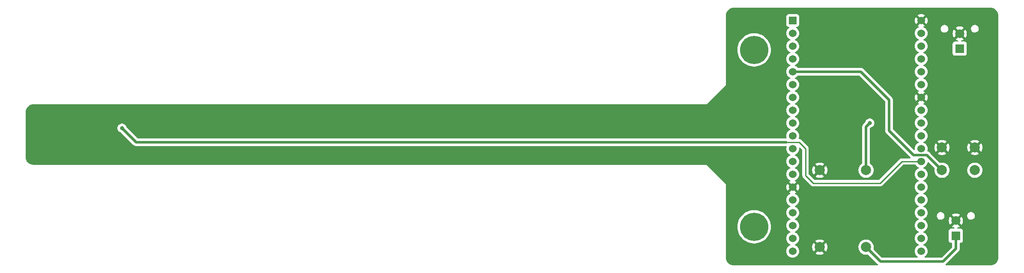
<source format=gbr>
%TF.GenerationSoftware,KiCad,Pcbnew,(7.0.0)*%
%TF.CreationDate,2023-08-21T10:27:13+05:30*%
%TF.ProjectId,X1A51B8-v1,58314135-3142-4382-9d76-312e6b696361,rev?*%
%TF.SameCoordinates,Original*%
%TF.FileFunction,Copper,L2,Bot*%
%TF.FilePolarity,Positive*%
%FSLAX46Y46*%
G04 Gerber Fmt 4.6, Leading zero omitted, Abs format (unit mm)*
G04 Created by KiCad (PCBNEW (7.0.0)) date 2023-08-21 10:27:13*
%MOMM*%
%LPD*%
G01*
G04 APERTURE LIST*
%TA.AperFunction,ComponentPad*%
%ADD10C,5.600000*%
%TD*%
%TA.AperFunction,ComponentPad*%
%ADD11R,1.530000X1.530000*%
%TD*%
%TA.AperFunction,ComponentPad*%
%ADD12C,1.530000*%
%TD*%
%TA.AperFunction,ComponentPad*%
%ADD13C,2.000000*%
%TD*%
%TA.AperFunction,ComponentPad*%
%ADD14R,1.800000X1.800000*%
%TD*%
%TA.AperFunction,ComponentPad*%
%ADD15C,1.800000*%
%TD*%
%TA.AperFunction,ViaPad*%
%ADD16C,0.800000*%
%TD*%
%TA.AperFunction,Conductor*%
%ADD17C,0.500000*%
%TD*%
%TA.AperFunction,Conductor*%
%ADD18C,0.250000*%
%TD*%
G04 APERTURE END LIST*
D10*
%TO.P,REF\u002A\u002A,1*%
%TO.N,N/C*%
X219964000Y-77978000D03*
%TD*%
D11*
%TO.P,U1,1,3V3*%
%TO.N,+3V3*%
X227583999Y-72145999D03*
D12*
%TO.P,U1,2,EN*%
%TO.N,unconnected-(U1-EN-Pad2)*%
X227584000Y-74686000D03*
%TO.P,U1,3,SENSOR_VP*%
%TO.N,unconnected-(U1-SENSOR_VP-Pad3)*%
X227584000Y-77226000D03*
%TO.P,U1,4,SENSOR_VN*%
%TO.N,unconnected-(U1-SENSOR_VN-Pad4)*%
X227584000Y-79766000D03*
%TO.P,U1,5,IO34*%
%TO.N,Net-(U1-IO34)*%
X227584000Y-82306000D03*
%TO.P,U1,6,IO35*%
%TO.N,unconnected-(U1-IO35-Pad6)*%
X227584000Y-84846000D03*
%TO.P,U1,7,IO32*%
%TO.N,unconnected-(U1-IO32-Pad7)*%
X227584000Y-87386000D03*
%TO.P,U1,8,IO33*%
%TO.N,unconnected-(U1-IO33-Pad8)*%
X227584000Y-89926000D03*
%TO.P,U1,9,IO25*%
%TO.N,unconnected-(U1-IO25-Pad9)*%
X227584000Y-92466000D03*
%TO.P,U1,10,IO26*%
%TO.N,unconnected-(U1-IO26-Pad10)*%
X227584000Y-95006000D03*
%TO.P,U1,11,IO27*%
%TO.N,unconnected-(U1-IO27-Pad11)*%
X227584000Y-97546000D03*
%TO.P,U1,12,IO14*%
%TO.N,unconnected-(U1-IO14-Pad12)*%
X227584000Y-100086000D03*
%TO.P,U1,13,IO12*%
%TO.N,unconnected-(U1-IO12-Pad13)*%
X227584000Y-102626000D03*
%TO.P,U1,14,GND1*%
%TO.N,GND*%
X227584000Y-105166000D03*
%TO.P,U1,15,IO13*%
%TO.N,unconnected-(U1-IO13-Pad15)*%
X227584000Y-107706000D03*
%TO.P,U1,16,SD2*%
%TO.N,unconnected-(U1-SD2-Pad16)*%
X227584000Y-110246000D03*
%TO.P,U1,17,SD3*%
%TO.N,unconnected-(U1-SD3-Pad17)*%
X227584000Y-112786000D03*
%TO.P,U1,18,CMD*%
%TO.N,unconnected-(U1-CMD-Pad18)*%
X227584000Y-115326000D03*
%TO.P,U1,19,EXT_5V*%
%TO.N,VCC*%
X227584000Y-117866000D03*
%TO.P,U1,20,CLK*%
%TO.N,unconnected-(U1-CLK-Pad20)*%
X252984000Y-117866000D03*
%TO.P,U1,21,SD0*%
%TO.N,unconnected-(U1-SD0-Pad21)*%
X252984000Y-115326000D03*
%TO.P,U1,22,SD1*%
%TO.N,unconnected-(U1-SD1-Pad22)*%
X252984000Y-112786000D03*
%TO.P,U1,23,IO15*%
%TO.N,unconnected-(U1-IO15-Pad23)*%
X252984000Y-110246000D03*
%TO.P,U1,24,IO2*%
%TO.N,unconnected-(U1-IO2-Pad24)*%
X252984000Y-107706000D03*
%TO.P,U1,25,IO0*%
%TO.N,unconnected-(U1-IO0-Pad25)*%
X252984000Y-105166000D03*
%TO.P,U1,26,IO4*%
%TO.N,unconnected-(U1-IO4-Pad26)*%
X252984000Y-102626000D03*
%TO.P,U1,27,IO16*%
%TO.N,DIN*%
X252984000Y-100086000D03*
%TO.P,U1,28,IO17*%
%TO.N,LED4_IN*%
X252984000Y-97546000D03*
%TO.P,U1,29,IO5*%
%TO.N,LED3_IN*%
X252984000Y-95006000D03*
%TO.P,U1,30,IO18*%
%TO.N,LED2_IN*%
X252984000Y-92466000D03*
%TO.P,U1,31,IO19*%
%TO.N,LED1_IN*%
X252984000Y-89926000D03*
%TO.P,U1,32,GND2*%
%TO.N,GND*%
X252984000Y-87386000D03*
%TO.P,U1,33,IO21*%
%TO.N,unconnected-(U1-IO21-Pad33)*%
X252984000Y-84846000D03*
%TO.P,U1,34,RXD0*%
%TO.N,unconnected-(U1-RXD0-Pad34)*%
X252984000Y-82306000D03*
%TO.P,U1,35,TXD0*%
%TO.N,unconnected-(U1-TXD0-Pad35)*%
X252984000Y-79766000D03*
%TO.P,U1,36,IO22*%
%TO.N,unconnected-(U1-IO22-Pad36)*%
X252984000Y-77226000D03*
%TO.P,U1,37,IO23*%
%TO.N,unconnected-(U1-IO23-Pad37)*%
X252984000Y-74686000D03*
%TO.P,U1,38,GND3*%
%TO.N,GND*%
X252984000Y-72146000D03*
%TD*%
D10*
%TO.P,REF\u002A\u002A,1*%
%TO.N,N/C*%
X219964000Y-113030000D03*
%TD*%
D13*
%TO.P,J3,1,Pin_1*%
%TO.N,GND*%
X232943400Y-117053200D03*
%TO.P,J3,2,Pin_2*%
%TO.N,V_BAT*%
X242087400Y-117053200D03*
%TO.P,J3,3,Pin_3*%
%TO.N,GND*%
X232943400Y-101813200D03*
%TO.P,J3,4,Pin_4*%
%TO.N,VCC*%
X242087400Y-101813200D03*
%TD*%
%TO.P,SW1,1,1*%
%TO.N,GND*%
X257100000Y-97318000D03*
X263600000Y-97318000D03*
%TO.P,SW1,2,2*%
%TO.N,Net-(U1-IO34)*%
X257100000Y-101818000D03*
X263600000Y-101818000D03*
%TD*%
D14*
%TO.P,J1,1,1*%
%TO.N,Net-(J1-Pad1)*%
X260603999Y-77733999D03*
D15*
%TO.P,J1,2,2*%
%TO.N,GND*%
X260604000Y-74734000D03*
%TD*%
D14*
%TO.P,J2,1,1*%
%TO.N,V_BAT*%
X259841999Y-114807999D03*
D15*
%TO.P,J2,2,2*%
%TO.N,GND*%
X259842000Y-111808000D03*
%TD*%
D16*
%TO.N,VCC*%
X242824000Y-92456000D03*
%TO.N,GND*%
X76962000Y-97282000D03*
X183642000Y-93218000D03*
X137414000Y-93218000D03*
X131826000Y-93218000D03*
X197358000Y-97536000D03*
X194564000Y-97536000D03*
X134112000Y-97790000D03*
X99568000Y-93472000D03*
X113538000Y-93472000D03*
X172466000Y-93218000D03*
X116332000Y-93472000D03*
X192278000Y-93218000D03*
X143002000Y-93218000D03*
X139700000Y-97790000D03*
X145796000Y-93218000D03*
X76962000Y-94488000D03*
X259334000Y-91440000D03*
X151384000Y-93218000D03*
X110744000Y-93472000D03*
X189484000Y-93218000D03*
X178054000Y-93218000D03*
X195072000Y-93218000D03*
X180848000Y-93218000D03*
X186436000Y-93218000D03*
X136906000Y-97790000D03*
X154178000Y-93218000D03*
X200152000Y-97536000D03*
X107950000Y-93472000D03*
X102362000Y-93472000D03*
X76962000Y-91694000D03*
X260350000Y-91440000D03*
X134620000Y-93218000D03*
X258318000Y-91440000D03*
X175260000Y-93218000D03*
X105156000Y-93472000D03*
X148590000Y-93218000D03*
X140208000Y-93218000D03*
%TO.N,DIN*%
X94996000Y-93472000D03*
%TD*%
D17*
%TO.N,VCC*%
X242824000Y-92456000D02*
X242087400Y-93192600D01*
X242087400Y-93192600D02*
X242087400Y-101813200D01*
%TO.N,DIN*%
X97790000Y-96266000D02*
X94996000Y-93472000D01*
D18*
X252984000Y-100086000D02*
X249164000Y-100086000D01*
X244856000Y-104394000D02*
X231648000Y-104394000D01*
X230124000Y-97536000D02*
X228854000Y-96266000D01*
X230124000Y-102870000D02*
X230124000Y-97536000D01*
D17*
X226314000Y-96266000D02*
X97790000Y-96266000D01*
D18*
X228854000Y-96266000D02*
X226314000Y-96266000D01*
X231648000Y-104394000D02*
X230124000Y-102870000D01*
X249164000Y-100086000D02*
X244856000Y-104394000D01*
D17*
%TO.N,V_BAT*%
X242087400Y-117053200D02*
X244922200Y-119888000D01*
X257302000Y-119888000D02*
X259842000Y-117348000D01*
X259842000Y-117348000D02*
X259842000Y-114808000D01*
X244922200Y-119888000D02*
X257302000Y-119888000D01*
%TO.N,Net-(U1-IO34)*%
X257100000Y-101818000D02*
X254088000Y-98806000D01*
X251460000Y-98806000D02*
X246634000Y-93980000D01*
X241056000Y-82306000D02*
X227584000Y-82306000D01*
X246634000Y-87884000D02*
X241056000Y-82306000D01*
X246634000Y-93980000D02*
X246634000Y-87884000D01*
X254088000Y-98806000D02*
X251460000Y-98806000D01*
%TD*%
%TA.AperFunction,Conductor*%
%TO.N,GND*%
G36*
X266704418Y-69596816D02*
G01*
X266769218Y-69601450D01*
X266769981Y-69601507D01*
X266916038Y-69613002D01*
X266932662Y-69615454D01*
X266955098Y-69620334D01*
X267023207Y-69635150D01*
X267025671Y-69635713D01*
X267139661Y-69663080D01*
X267154046Y-69667472D01*
X267191978Y-69681619D01*
X267246108Y-69701809D01*
X267250192Y-69703416D01*
X267298120Y-69723268D01*
X267353239Y-69746100D01*
X267365211Y-69751828D01*
X267408160Y-69775279D01*
X267453364Y-69799962D01*
X267458681Y-69803040D01*
X267552006Y-69860230D01*
X267561492Y-69866666D01*
X267642673Y-69927438D01*
X267648850Y-69932380D01*
X267731454Y-70002930D01*
X267738603Y-70009539D01*
X267810459Y-70081395D01*
X267817068Y-70088544D01*
X267887607Y-70171134D01*
X267892567Y-70177334D01*
X267953326Y-70258498D01*
X267959776Y-70268004D01*
X268016943Y-70361292D01*
X268020049Y-70366657D01*
X268068170Y-70454787D01*
X268073898Y-70466759D01*
X268116575Y-70569789D01*
X268118196Y-70573909D01*
X268152526Y-70665952D01*
X268156918Y-70680337D01*
X268184266Y-70794246D01*
X268184858Y-70796837D01*
X268204544Y-70887336D01*
X268206996Y-70903964D01*
X268218486Y-71049953D01*
X268218552Y-71050834D01*
X268223184Y-71115583D01*
X268223500Y-71124431D01*
X268223500Y-119121569D01*
X268223184Y-119130417D01*
X268218552Y-119195164D01*
X268218486Y-119196045D01*
X268206996Y-119342034D01*
X268204544Y-119358662D01*
X268184858Y-119449161D01*
X268184266Y-119451752D01*
X268156918Y-119565661D01*
X268152526Y-119580046D01*
X268118196Y-119672089D01*
X268116575Y-119676209D01*
X268073898Y-119779239D01*
X268068170Y-119791211D01*
X268020049Y-119879341D01*
X268016943Y-119884706D01*
X267959776Y-119977994D01*
X267953316Y-119987515D01*
X267892584Y-120068643D01*
X267887607Y-120074864D01*
X267817068Y-120157454D01*
X267810459Y-120164603D01*
X267738603Y-120236459D01*
X267731454Y-120243068D01*
X267648864Y-120313607D01*
X267642643Y-120318584D01*
X267561515Y-120379316D01*
X267551994Y-120385776D01*
X267458706Y-120442943D01*
X267453341Y-120446049D01*
X267365211Y-120494170D01*
X267353239Y-120499898D01*
X267250209Y-120542575D01*
X267246089Y-120544196D01*
X267154046Y-120578526D01*
X267139661Y-120582918D01*
X267025752Y-120610266D01*
X267023161Y-120610858D01*
X266932662Y-120630544D01*
X266916034Y-120632996D01*
X266770045Y-120644486D01*
X266769164Y-120644552D01*
X266704417Y-120649184D01*
X266695569Y-120649500D01*
X257902819Y-120649500D01*
X257847168Y-120636311D01*
X257803356Y-120599548D01*
X257780703Y-120547034D01*
X257784028Y-120489938D01*
X257812623Y-120440408D01*
X257839186Y-120412252D01*
X257841631Y-120409735D01*
X260327638Y-117923727D01*
X260341262Y-117911953D01*
X260360530Y-117897610D01*
X260392372Y-117859661D01*
X260399686Y-117851681D01*
X260400267Y-117851099D01*
X260403590Y-117847777D01*
X260422832Y-117823438D01*
X260425054Y-117820711D01*
X260473302Y-117763214D01*
X260476544Y-117756755D01*
X260478437Y-117753878D01*
X260478643Y-117753592D01*
X260478832Y-117753254D01*
X260480623Y-117750350D01*
X260485110Y-117744677D01*
X260516832Y-117676647D01*
X260518335Y-117673543D01*
X260552040Y-117606433D01*
X260553706Y-117599398D01*
X260554881Y-117596172D01*
X260555020Y-117595836D01*
X260555118Y-117595491D01*
X260556200Y-117592224D01*
X260559256Y-117585673D01*
X260574434Y-117512157D01*
X260575186Y-117508768D01*
X260592500Y-117435721D01*
X260592500Y-117428490D01*
X260592902Y-117425051D01*
X260592956Y-117424714D01*
X260592972Y-117424360D01*
X260593271Y-117420933D01*
X260594733Y-117413856D01*
X260592552Y-117338889D01*
X260592500Y-117335283D01*
X260592500Y-116332499D01*
X260609113Y-116270499D01*
X260654500Y-116225112D01*
X260716500Y-116208499D01*
X260786561Y-116208499D01*
X260789872Y-116208499D01*
X260849483Y-116202091D01*
X260984331Y-116151796D01*
X261099546Y-116065546D01*
X261185796Y-115950331D01*
X261236091Y-115815483D01*
X261242500Y-115755873D01*
X261242499Y-113860128D01*
X261236091Y-113800517D01*
X261185796Y-113665669D01*
X261099546Y-113550454D01*
X260984331Y-113464204D01*
X260849483Y-113413909D01*
X260841770Y-113413079D01*
X260841767Y-113413079D01*
X260793180Y-113407855D01*
X260793169Y-113407854D01*
X260789873Y-113407500D01*
X260786551Y-113407500D01*
X260237586Y-113407500D01*
X260171490Y-113388416D01*
X260125739Y-113337037D01*
X260114416Y-113269180D01*
X260141005Y-113205730D01*
X260197323Y-113166219D01*
X260401453Y-113096141D01*
X260410805Y-113092039D01*
X260605845Y-112986488D01*
X260614397Y-112980901D01*
X260626888Y-112971179D01*
X260634992Y-112959992D01*
X260628331Y-112947884D01*
X259853542Y-112173095D01*
X259842000Y-112166431D01*
X259830457Y-112173095D01*
X259055666Y-112947885D01*
X259049006Y-112959991D01*
X259057113Y-112971181D01*
X259069602Y-112980901D01*
X259078151Y-112986487D01*
X259273194Y-113092039D01*
X259282550Y-113096142D01*
X259486677Y-113166219D01*
X259542996Y-113205730D01*
X259569585Y-113269180D01*
X259558262Y-113337037D01*
X259512511Y-113388416D01*
X259446415Y-113407500D01*
X258897439Y-113407500D01*
X258897420Y-113407500D01*
X258894128Y-113407501D01*
X258890850Y-113407853D01*
X258890838Y-113407854D01*
X258842231Y-113413079D01*
X258842225Y-113413080D01*
X258834517Y-113413909D01*
X258827252Y-113416618D01*
X258827246Y-113416620D01*
X258707980Y-113461104D01*
X258707978Y-113461104D01*
X258699669Y-113464204D01*
X258692572Y-113469516D01*
X258692568Y-113469519D01*
X258591550Y-113545141D01*
X258591546Y-113545144D01*
X258584454Y-113550454D01*
X258579144Y-113557546D01*
X258579141Y-113557550D01*
X258503519Y-113658568D01*
X258503516Y-113658572D01*
X258498204Y-113665669D01*
X258495104Y-113673978D01*
X258495104Y-113673980D01*
X258450620Y-113793247D01*
X258450619Y-113793250D01*
X258447909Y-113800517D01*
X258447079Y-113808227D01*
X258447079Y-113808232D01*
X258441855Y-113856819D01*
X258441854Y-113856831D01*
X258441500Y-113860127D01*
X258441500Y-113863448D01*
X258441500Y-113863449D01*
X258441500Y-115752560D01*
X258441500Y-115752578D01*
X258441501Y-115755872D01*
X258441853Y-115759150D01*
X258441854Y-115759161D01*
X258447079Y-115807768D01*
X258447080Y-115807773D01*
X258447909Y-115815483D01*
X258450619Y-115822749D01*
X258450620Y-115822753D01*
X258484217Y-115912831D01*
X258498204Y-115950331D01*
X258584454Y-116065546D01*
X258699669Y-116151796D01*
X258834517Y-116202091D01*
X258894127Y-116208500D01*
X258967500Y-116208500D01*
X259029500Y-116225113D01*
X259074887Y-116270500D01*
X259091500Y-116332500D01*
X259091500Y-116985771D01*
X259082061Y-117033224D01*
X259055181Y-117073452D01*
X257027451Y-119101181D01*
X256987223Y-119128061D01*
X256939770Y-119137500D01*
X253767720Y-119137500D01*
X253707604Y-119121953D01*
X253662562Y-119079210D01*
X253643890Y-119019990D01*
X253656270Y-118959142D01*
X253696596Y-118911925D01*
X253800555Y-118839132D01*
X253957132Y-118682555D01*
X254084142Y-118501167D01*
X254177723Y-118300480D01*
X254235035Y-118086591D01*
X254254334Y-117866000D01*
X254235035Y-117645409D01*
X254221659Y-117595491D01*
X254179122Y-117436741D01*
X254179121Y-117436740D01*
X254177723Y-117431520D01*
X254084142Y-117230833D01*
X253967843Y-117064742D01*
X253960237Y-117053879D01*
X253960235Y-117053877D01*
X253957132Y-117049445D01*
X253800555Y-116892868D01*
X253796124Y-116889765D01*
X253796120Y-116889762D01*
X253623604Y-116768965D01*
X253623605Y-116768965D01*
X253619167Y-116765858D01*
X253495907Y-116708381D01*
X253443732Y-116662625D01*
X253424312Y-116596000D01*
X253443732Y-116529375D01*
X253495908Y-116483618D01*
X253619167Y-116426142D01*
X253800555Y-116299132D01*
X253957132Y-116142555D01*
X254084142Y-115961167D01*
X254177723Y-115760480D01*
X254235035Y-115546591D01*
X254254334Y-115326000D01*
X254235035Y-115105409D01*
X254177723Y-114891520D01*
X254084142Y-114690833D01*
X253957132Y-114509445D01*
X253800555Y-114352868D01*
X253796124Y-114349765D01*
X253796120Y-114349762D01*
X253623604Y-114228965D01*
X253623605Y-114228965D01*
X253619167Y-114225858D01*
X253610470Y-114221802D01*
X253495907Y-114168381D01*
X253443731Y-114122624D01*
X253424312Y-114055998D01*
X253443732Y-113989373D01*
X253495905Y-113943619D01*
X253619167Y-113886142D01*
X253800555Y-113759132D01*
X253957132Y-113602555D01*
X254084142Y-113421167D01*
X254177723Y-113220480D01*
X254235035Y-113006591D01*
X254254334Y-112786000D01*
X254235035Y-112565409D01*
X254212391Y-112480903D01*
X254179122Y-112356741D01*
X254179121Y-112356740D01*
X254177723Y-112351520D01*
X254084142Y-112150833D01*
X253963016Y-111977848D01*
X253960237Y-111973879D01*
X253960235Y-111973877D01*
X253957132Y-111969445D01*
X253800804Y-111813117D01*
X258437626Y-111813117D01*
X258455937Y-112034102D01*
X258457621Y-112044196D01*
X258512059Y-112259166D01*
X258515378Y-112268833D01*
X258604456Y-112471913D01*
X258609322Y-112480903D01*
X258683245Y-112594051D01*
X258691212Y-112601776D01*
X258700592Y-112595853D01*
X259476904Y-111819542D01*
X259483568Y-111808000D01*
X260200431Y-111808000D01*
X260207095Y-111819542D01*
X260983405Y-112595852D01*
X260992786Y-112601776D01*
X261000754Y-112594051D01*
X261074675Y-112480906D01*
X261079543Y-112471911D01*
X261168621Y-112268833D01*
X261171940Y-112259166D01*
X261226378Y-112044196D01*
X261228062Y-112034102D01*
X261246374Y-111813117D01*
X261246374Y-111802883D01*
X261228062Y-111581897D01*
X261226378Y-111571803D01*
X261171940Y-111356833D01*
X261168621Y-111347166D01*
X261079543Y-111144086D01*
X261074678Y-111135096D01*
X261000753Y-111021947D01*
X260992786Y-111014222D01*
X260983405Y-111020146D01*
X260207095Y-111796457D01*
X260200431Y-111808000D01*
X259483568Y-111808000D01*
X259476904Y-111796457D01*
X258700592Y-111020145D01*
X258691212Y-111014222D01*
X258683245Y-111021946D01*
X258609322Y-111135096D01*
X258604456Y-111144086D01*
X258515378Y-111347166D01*
X258512059Y-111356833D01*
X258457621Y-111571803D01*
X258455937Y-111581897D01*
X258437626Y-111802883D01*
X258437626Y-111813117D01*
X253800804Y-111813117D01*
X253800555Y-111812868D01*
X253796124Y-111809765D01*
X253796120Y-111809762D01*
X253623604Y-111688965D01*
X253623605Y-111688965D01*
X253619167Y-111685858D01*
X253495907Y-111628381D01*
X253443732Y-111582625D01*
X253424312Y-111516000D01*
X253443732Y-111449375D01*
X253495908Y-111403618D01*
X253619167Y-111346142D01*
X253800555Y-111219132D01*
X253957132Y-111062555D01*
X254062188Y-110912520D01*
X256077618Y-110912520D01*
X256078871Y-110919631D01*
X256078872Y-110919632D01*
X256107234Y-111080486D01*
X256107235Y-111080492D01*
X256108489Y-111087599D01*
X256111346Y-111094224D01*
X256111348Y-111094228D01*
X256176042Y-111244204D01*
X256178904Y-111250838D01*
X256183217Y-111256631D01*
X256183218Y-111256633D01*
X256250618Y-111347166D01*
X256285067Y-111393439D01*
X256290598Y-111398080D01*
X256415720Y-111503071D01*
X256415723Y-111503073D01*
X256421254Y-111507714D01*
X256580123Y-111587501D01*
X256753110Y-111628500D01*
X256882694Y-111628500D01*
X256886292Y-111628500D01*
X257018577Y-111613038D01*
X257185635Y-111552234D01*
X257334168Y-111454543D01*
X257456167Y-111325231D01*
X257545057Y-111171269D01*
X257596045Y-111000958D01*
X257606382Y-110823480D01*
X257576852Y-110656006D01*
X259049007Y-110656006D01*
X259055667Y-110668114D01*
X259830457Y-111442904D01*
X259842000Y-111449568D01*
X259853542Y-111442904D01*
X260383925Y-110912520D01*
X262077618Y-110912520D01*
X262078871Y-110919631D01*
X262078872Y-110919632D01*
X262107234Y-111080486D01*
X262107235Y-111080492D01*
X262108489Y-111087599D01*
X262111346Y-111094224D01*
X262111348Y-111094228D01*
X262176042Y-111244204D01*
X262178904Y-111250838D01*
X262183217Y-111256631D01*
X262183218Y-111256633D01*
X262250618Y-111347166D01*
X262285067Y-111393439D01*
X262290598Y-111398080D01*
X262415720Y-111503071D01*
X262415723Y-111503073D01*
X262421254Y-111507714D01*
X262580123Y-111587501D01*
X262753110Y-111628500D01*
X262882694Y-111628500D01*
X262886292Y-111628500D01*
X263018577Y-111613038D01*
X263185635Y-111552234D01*
X263334168Y-111454543D01*
X263456167Y-111325231D01*
X263545057Y-111171269D01*
X263596045Y-111000958D01*
X263606382Y-110823480D01*
X263575511Y-110648401D01*
X263505096Y-110485162D01*
X263398933Y-110342561D01*
X263339235Y-110292468D01*
X263268279Y-110232928D01*
X263268274Y-110232925D01*
X263262746Y-110228286D01*
X263256294Y-110225045D01*
X263256290Y-110225043D01*
X263110330Y-110151740D01*
X263110331Y-110151740D01*
X263103877Y-110148499D01*
X263096857Y-110146835D01*
X263096854Y-110146834D01*
X262937915Y-110109165D01*
X262930890Y-110107500D01*
X262797708Y-110107500D01*
X262794143Y-110107916D01*
X262794137Y-110107917D01*
X262672593Y-110122123D01*
X262672585Y-110122124D01*
X262665423Y-110122962D01*
X262658645Y-110125428D01*
X262658636Y-110125431D01*
X262505147Y-110181297D01*
X262505142Y-110181299D01*
X262498365Y-110183766D01*
X262492341Y-110187727D01*
X262492335Y-110187731D01*
X262355862Y-110277490D01*
X262355856Y-110277494D01*
X262349832Y-110281457D01*
X262344882Y-110286703D01*
X262344878Y-110286707D01*
X262232785Y-110405519D01*
X262232780Y-110405524D01*
X262227833Y-110410769D01*
X262224224Y-110417018D01*
X262224223Y-110417021D01*
X262142554Y-110558475D01*
X262142551Y-110558481D01*
X262138943Y-110564731D01*
X262136872Y-110571646D01*
X262136872Y-110571648D01*
X262090026Y-110728121D01*
X262090024Y-110728129D01*
X262087955Y-110735042D01*
X262087535Y-110742248D01*
X262087534Y-110742256D01*
X262078037Y-110905310D01*
X262078037Y-110905318D01*
X262077618Y-110912520D01*
X260383925Y-110912520D01*
X260628332Y-110668113D01*
X260634992Y-110656007D01*
X260626886Y-110644818D01*
X260614394Y-110635096D01*
X260605847Y-110629512D01*
X260410805Y-110523960D01*
X260401452Y-110519858D01*
X260191709Y-110447853D01*
X260181800Y-110445344D01*
X259963070Y-110408844D01*
X259952873Y-110408000D01*
X259731127Y-110408000D01*
X259720929Y-110408844D01*
X259502199Y-110445344D01*
X259492290Y-110447853D01*
X259282547Y-110519858D01*
X259273194Y-110523960D01*
X259078156Y-110629510D01*
X259069600Y-110635100D01*
X259057112Y-110644818D01*
X259049007Y-110656006D01*
X257576852Y-110656006D01*
X257575511Y-110648401D01*
X257505096Y-110485162D01*
X257398933Y-110342561D01*
X257339235Y-110292468D01*
X257268279Y-110232928D01*
X257268274Y-110232925D01*
X257262746Y-110228286D01*
X257256294Y-110225045D01*
X257256290Y-110225043D01*
X257110330Y-110151740D01*
X257110331Y-110151740D01*
X257103877Y-110148499D01*
X257096857Y-110146835D01*
X257096854Y-110146834D01*
X256937915Y-110109165D01*
X256930890Y-110107500D01*
X256797708Y-110107500D01*
X256794143Y-110107916D01*
X256794137Y-110107917D01*
X256672593Y-110122123D01*
X256672585Y-110122124D01*
X256665423Y-110122962D01*
X256658645Y-110125428D01*
X256658636Y-110125431D01*
X256505147Y-110181297D01*
X256505142Y-110181299D01*
X256498365Y-110183766D01*
X256492341Y-110187727D01*
X256492335Y-110187731D01*
X256355862Y-110277490D01*
X256355856Y-110277494D01*
X256349832Y-110281457D01*
X256344882Y-110286703D01*
X256344878Y-110286707D01*
X256232785Y-110405519D01*
X256232780Y-110405524D01*
X256227833Y-110410769D01*
X256224224Y-110417018D01*
X256224223Y-110417021D01*
X256142554Y-110558475D01*
X256142551Y-110558481D01*
X256138943Y-110564731D01*
X256136872Y-110571646D01*
X256136872Y-110571648D01*
X256090026Y-110728121D01*
X256090024Y-110728129D01*
X256087955Y-110735042D01*
X256087535Y-110742248D01*
X256087534Y-110742256D01*
X256078037Y-110905310D01*
X256078037Y-110905318D01*
X256077618Y-110912520D01*
X254062188Y-110912520D01*
X254084142Y-110881167D01*
X254177723Y-110680480D01*
X254235035Y-110466591D01*
X254254334Y-110246000D01*
X254235035Y-110025409D01*
X254217062Y-109958335D01*
X254179122Y-109816741D01*
X254179121Y-109816740D01*
X254177723Y-109811520D01*
X254084142Y-109610833D01*
X253957132Y-109429445D01*
X253800555Y-109272868D01*
X253796124Y-109269765D01*
X253796120Y-109269762D01*
X253623604Y-109148965D01*
X253623605Y-109148965D01*
X253619167Y-109145858D01*
X253610470Y-109141802D01*
X253495907Y-109088381D01*
X253443731Y-109042624D01*
X253424312Y-108975998D01*
X253443732Y-108909373D01*
X253495905Y-108863619D01*
X253619167Y-108806142D01*
X253800555Y-108679132D01*
X253957132Y-108522555D01*
X254084142Y-108341167D01*
X254177723Y-108140480D01*
X254235035Y-107926591D01*
X254254334Y-107706000D01*
X254235035Y-107485409D01*
X254177723Y-107271520D01*
X254084142Y-107070833D01*
X253957132Y-106889445D01*
X253800555Y-106732868D01*
X253796124Y-106729765D01*
X253796120Y-106729762D01*
X253623604Y-106608965D01*
X253623605Y-106608965D01*
X253619167Y-106605858D01*
X253495907Y-106548381D01*
X253443732Y-106502625D01*
X253424312Y-106436000D01*
X253443732Y-106369375D01*
X253495908Y-106323618D01*
X253496500Y-106323342D01*
X253619167Y-106266142D01*
X253800555Y-106139132D01*
X253957132Y-105982555D01*
X254084142Y-105801167D01*
X254177723Y-105600480D01*
X254235035Y-105386591D01*
X254254334Y-105166000D01*
X254235035Y-104945409D01*
X254222525Y-104898723D01*
X254179122Y-104736741D01*
X254179121Y-104736740D01*
X254177723Y-104731520D01*
X254084142Y-104530833D01*
X253957132Y-104349445D01*
X253800555Y-104192868D01*
X253796124Y-104189765D01*
X253796120Y-104189762D01*
X253623604Y-104068965D01*
X253623605Y-104068965D01*
X253619167Y-104065858D01*
X253610470Y-104061802D01*
X253495907Y-104008381D01*
X253443731Y-103962624D01*
X253424312Y-103895998D01*
X253443732Y-103829373D01*
X253495905Y-103783619D01*
X253619167Y-103726142D01*
X253800555Y-103599132D01*
X253957132Y-103442555D01*
X254084142Y-103261167D01*
X254177723Y-103060480D01*
X254235035Y-102846591D01*
X254254334Y-102626000D01*
X254235035Y-102405409D01*
X254177723Y-102191520D01*
X254084142Y-101990833D01*
X253967843Y-101824742D01*
X253960237Y-101813879D01*
X253960235Y-101813877D01*
X253957132Y-101809445D01*
X253800555Y-101652868D01*
X253796124Y-101649765D01*
X253796120Y-101649762D01*
X253623604Y-101528965D01*
X253623605Y-101528965D01*
X253619167Y-101525858D01*
X253495907Y-101468381D01*
X253443732Y-101422625D01*
X253424312Y-101356000D01*
X253443732Y-101289375D01*
X253495908Y-101243618D01*
X253619167Y-101186142D01*
X253800555Y-101059132D01*
X253957132Y-100902555D01*
X254084142Y-100721167D01*
X254177723Y-100520480D01*
X254235035Y-100306591D01*
X254235507Y-100301191D01*
X254236446Y-100295868D01*
X254237964Y-100296135D01*
X254260513Y-100238142D01*
X254316478Y-100197103D01*
X254385729Y-100192562D01*
X254446574Y-100225942D01*
X255600618Y-101379985D01*
X255632488Y-101434748D01*
X255633143Y-101498106D01*
X255616151Y-101565203D01*
X255616148Y-101565215D01*
X255614892Y-101570179D01*
X255614468Y-101575288D01*
X255614467Y-101575298D01*
X255595711Y-101801657D01*
X255594357Y-101818000D01*
X255594781Y-101823117D01*
X255614467Y-102060701D01*
X255614468Y-102060709D01*
X255614892Y-102065821D01*
X255616149Y-102070788D01*
X255616151Y-102070795D01*
X255674678Y-102301910D01*
X255675937Y-102306881D01*
X255677997Y-102311577D01*
X255773766Y-102529910D01*
X255773769Y-102529916D01*
X255775827Y-102534607D01*
X255778627Y-102538893D01*
X255778631Y-102538900D01*
X255905892Y-102733687D01*
X255911836Y-102742785D01*
X255915310Y-102746559D01*
X255915311Y-102746560D01*
X256076784Y-102921967D01*
X256076787Y-102921970D01*
X256080256Y-102925738D01*
X256276491Y-103078474D01*
X256281002Y-103080915D01*
X256481813Y-103189589D01*
X256495190Y-103196828D01*
X256730386Y-103277571D01*
X256975665Y-103318500D01*
X257219201Y-103318500D01*
X257224335Y-103318500D01*
X257469614Y-103277571D01*
X257704810Y-103196828D01*
X257923509Y-103078474D01*
X258119744Y-102925738D01*
X258288164Y-102742785D01*
X258424173Y-102534607D01*
X258524063Y-102306881D01*
X258585108Y-102065821D01*
X258605643Y-101818000D01*
X262094357Y-101818000D01*
X262094781Y-101823117D01*
X262114467Y-102060701D01*
X262114468Y-102060709D01*
X262114892Y-102065821D01*
X262116149Y-102070788D01*
X262116151Y-102070795D01*
X262174678Y-102301910D01*
X262175937Y-102306881D01*
X262177997Y-102311577D01*
X262273766Y-102529910D01*
X262273769Y-102529916D01*
X262275827Y-102534607D01*
X262278627Y-102538893D01*
X262278631Y-102538900D01*
X262405892Y-102733687D01*
X262411836Y-102742785D01*
X262415310Y-102746559D01*
X262415311Y-102746560D01*
X262576784Y-102921967D01*
X262576787Y-102921970D01*
X262580256Y-102925738D01*
X262776491Y-103078474D01*
X262781002Y-103080915D01*
X262981813Y-103189589D01*
X262995190Y-103196828D01*
X263230386Y-103277571D01*
X263475665Y-103318500D01*
X263719201Y-103318500D01*
X263724335Y-103318500D01*
X263969614Y-103277571D01*
X264204810Y-103196828D01*
X264423509Y-103078474D01*
X264619744Y-102925738D01*
X264788164Y-102742785D01*
X264924173Y-102534607D01*
X265024063Y-102306881D01*
X265085108Y-102065821D01*
X265105643Y-101818000D01*
X265085108Y-101570179D01*
X265024063Y-101329119D01*
X264924173Y-101101393D01*
X264788164Y-100893215D01*
X264780269Y-100884639D01*
X264623215Y-100714032D01*
X264623211Y-100714029D01*
X264619744Y-100710262D01*
X264460311Y-100586170D01*
X264427559Y-100560678D01*
X264427557Y-100560676D01*
X264423509Y-100557526D01*
X264418997Y-100555084D01*
X264209316Y-100441610D01*
X264209310Y-100441607D01*
X264204810Y-100439172D01*
X264199969Y-100437510D01*
X264199962Y-100437507D01*
X263974465Y-100360094D01*
X263974461Y-100360093D01*
X263969614Y-100358429D01*
X263953751Y-100355782D01*
X263729398Y-100318344D01*
X263729387Y-100318343D01*
X263724335Y-100317500D01*
X263475665Y-100317500D01*
X263470613Y-100318343D01*
X263470601Y-100318344D01*
X263235443Y-100357585D01*
X263235441Y-100357585D01*
X263230386Y-100358429D01*
X263225541Y-100360092D01*
X263225534Y-100360094D01*
X263000037Y-100437507D01*
X263000026Y-100437511D01*
X262995190Y-100439172D01*
X262990693Y-100441605D01*
X262990683Y-100441610D01*
X262781002Y-100555084D01*
X262780995Y-100555088D01*
X262776491Y-100557526D01*
X262772448Y-100560672D01*
X262772440Y-100560678D01*
X262586423Y-100705462D01*
X262580256Y-100710262D01*
X262576793Y-100714023D01*
X262576784Y-100714032D01*
X262415311Y-100889439D01*
X262415305Y-100889446D01*
X262411836Y-100893215D01*
X262409031Y-100897506D01*
X262409028Y-100897512D01*
X262278631Y-101097099D01*
X262278624Y-101097111D01*
X262275827Y-101101393D01*
X262273772Y-101106077D01*
X262273766Y-101106089D01*
X262180031Y-101319785D01*
X262175937Y-101329119D01*
X262174679Y-101334084D01*
X262174678Y-101334089D01*
X262116151Y-101565204D01*
X262116149Y-101565213D01*
X262114892Y-101570179D01*
X262114468Y-101575288D01*
X262114467Y-101575298D01*
X262095711Y-101801657D01*
X262094357Y-101818000D01*
X258605643Y-101818000D01*
X258585108Y-101570179D01*
X258524063Y-101329119D01*
X258424173Y-101101393D01*
X258288164Y-100893215D01*
X258280269Y-100884639D01*
X258123215Y-100714032D01*
X258123211Y-100714029D01*
X258119744Y-100710262D01*
X257960311Y-100586170D01*
X257927559Y-100560678D01*
X257927557Y-100560676D01*
X257923509Y-100557526D01*
X257918997Y-100555084D01*
X257709316Y-100441610D01*
X257709310Y-100441607D01*
X257704810Y-100439172D01*
X257699969Y-100437510D01*
X257699962Y-100437507D01*
X257474465Y-100360094D01*
X257474461Y-100360093D01*
X257469614Y-100358429D01*
X257453751Y-100355782D01*
X257229398Y-100318344D01*
X257229387Y-100318343D01*
X257224335Y-100317500D01*
X256975665Y-100317500D01*
X256970613Y-100318343D01*
X256970601Y-100318344D01*
X256768841Y-100352011D01*
X256710601Y-100347790D01*
X256660751Y-100317383D01*
X254884616Y-98541248D01*
X256235749Y-98541248D01*
X256243855Y-98552439D01*
X256272717Y-98574903D01*
X256281279Y-98580496D01*
X256490885Y-98693929D01*
X256500239Y-98698032D01*
X256725656Y-98775417D01*
X256735568Y-98777928D01*
X256970643Y-98817155D01*
X256980839Y-98818000D01*
X257219161Y-98818000D01*
X257229356Y-98817155D01*
X257464431Y-98777928D01*
X257474343Y-98775417D01*
X257699760Y-98698032D01*
X257709114Y-98693929D01*
X257918723Y-98580495D01*
X257927281Y-98574903D01*
X257956146Y-98552437D01*
X257964250Y-98541250D01*
X257964249Y-98541248D01*
X262735749Y-98541248D01*
X262743855Y-98552439D01*
X262772717Y-98574903D01*
X262781279Y-98580496D01*
X262990885Y-98693929D01*
X263000239Y-98698032D01*
X263225656Y-98775417D01*
X263235568Y-98777928D01*
X263470643Y-98817155D01*
X263480839Y-98818000D01*
X263719161Y-98818000D01*
X263729356Y-98817155D01*
X263964431Y-98777928D01*
X263974343Y-98775417D01*
X264199760Y-98698032D01*
X264209114Y-98693929D01*
X264418723Y-98580495D01*
X264427281Y-98574903D01*
X264456146Y-98552437D01*
X264464250Y-98541250D01*
X264457589Y-98529142D01*
X263611542Y-97683095D01*
X263600000Y-97676431D01*
X263588457Y-97683095D01*
X262742408Y-98529143D01*
X262735749Y-98541248D01*
X257964249Y-98541248D01*
X257957589Y-98529142D01*
X257111542Y-97683095D01*
X257100000Y-97676431D01*
X257088457Y-97683095D01*
X256242408Y-98529143D01*
X256235749Y-98541248D01*
X254884616Y-98541248D01*
X254663729Y-98320361D01*
X254651947Y-98306727D01*
X254641925Y-98293265D01*
X254641921Y-98293261D01*
X254637610Y-98287470D01*
X254599667Y-98255631D01*
X254591691Y-98248323D01*
X254590329Y-98246961D01*
X254587777Y-98244409D01*
X254584953Y-98242176D01*
X254584944Y-98242168D01*
X254563445Y-98225170D01*
X254560674Y-98222913D01*
X254503214Y-98174698D01*
X254496760Y-98171456D01*
X254493859Y-98169548D01*
X254493588Y-98169352D01*
X254493292Y-98169187D01*
X254490339Y-98167366D01*
X254484677Y-98162889D01*
X254478134Y-98159838D01*
X254478131Y-98159836D01*
X254416692Y-98131186D01*
X254413446Y-98129615D01*
X254352884Y-98099200D01*
X254352885Y-98099200D01*
X254346433Y-98095960D01*
X254339409Y-98094295D01*
X254336151Y-98093109D01*
X254335832Y-98092977D01*
X254335504Y-98092884D01*
X254332218Y-98091795D01*
X254325673Y-98088743D01*
X254318604Y-98087283D01*
X254318600Y-98087282D01*
X254286708Y-98080697D01*
X254227567Y-98050274D01*
X254192653Y-97993668D01*
X254192008Y-97927168D01*
X254235035Y-97766591D01*
X254254334Y-97546000D01*
X254235035Y-97325409D01*
X254234421Y-97323117D01*
X255595283Y-97323117D01*
X255614962Y-97560618D01*
X255616646Y-97570712D01*
X255675153Y-97801747D01*
X255678472Y-97811414D01*
X255774208Y-98029673D01*
X255779070Y-98038656D01*
X255868999Y-98176304D01*
X255876963Y-98184024D01*
X255886345Y-98178100D01*
X256734904Y-97329542D01*
X256741568Y-97318000D01*
X257458431Y-97318000D01*
X257465095Y-97329542D01*
X258313653Y-98178100D01*
X258323034Y-98184024D01*
X258331002Y-98176299D01*
X258420924Y-98038664D01*
X258425792Y-98029669D01*
X258521527Y-97811414D01*
X258524846Y-97801747D01*
X258583353Y-97570712D01*
X258585037Y-97560618D01*
X258604717Y-97323117D01*
X262095283Y-97323117D01*
X262114962Y-97560618D01*
X262116646Y-97570712D01*
X262175153Y-97801747D01*
X262178472Y-97811414D01*
X262274208Y-98029673D01*
X262279070Y-98038656D01*
X262368999Y-98176304D01*
X262376963Y-98184024D01*
X262386345Y-98178100D01*
X263234904Y-97329542D01*
X263241568Y-97318000D01*
X263958431Y-97318000D01*
X263965095Y-97329542D01*
X264813653Y-98178100D01*
X264823034Y-98184024D01*
X264831002Y-98176299D01*
X264920924Y-98038664D01*
X264925792Y-98029669D01*
X265021527Y-97811414D01*
X265024846Y-97801747D01*
X265083353Y-97570712D01*
X265085037Y-97560618D01*
X265104717Y-97323117D01*
X265104717Y-97312883D01*
X265085037Y-97075381D01*
X265083353Y-97065287D01*
X265024846Y-96834252D01*
X265021527Y-96824585D01*
X264925792Y-96606330D01*
X264920924Y-96597335D01*
X264831002Y-96459699D01*
X264823034Y-96451974D01*
X264813653Y-96457898D01*
X263965095Y-97306457D01*
X263958431Y-97318000D01*
X263241568Y-97318000D01*
X263234904Y-97306457D01*
X262386345Y-96457898D01*
X262376964Y-96451974D01*
X262368997Y-96459699D01*
X262279072Y-96597338D01*
X262274207Y-96606328D01*
X262178472Y-96824585D01*
X262175153Y-96834252D01*
X262116646Y-97065287D01*
X262114962Y-97075381D01*
X262095283Y-97312883D01*
X262095283Y-97323117D01*
X258604717Y-97323117D01*
X258604717Y-97312883D01*
X258585037Y-97075381D01*
X258583353Y-97065287D01*
X258524846Y-96834252D01*
X258521527Y-96824585D01*
X258425792Y-96606330D01*
X258420924Y-96597335D01*
X258331002Y-96459699D01*
X258323034Y-96451974D01*
X258313653Y-96457898D01*
X257465095Y-97306457D01*
X257458431Y-97318000D01*
X256741568Y-97318000D01*
X256734904Y-97306457D01*
X255886345Y-96457898D01*
X255876964Y-96451974D01*
X255868997Y-96459699D01*
X255779072Y-96597338D01*
X255774207Y-96606328D01*
X255678472Y-96824585D01*
X255675153Y-96834252D01*
X255616646Y-97065287D01*
X255614962Y-97075381D01*
X255595283Y-97312883D01*
X255595283Y-97323117D01*
X254234421Y-97323117D01*
X254233560Y-97319906D01*
X254179122Y-97116741D01*
X254179121Y-97116740D01*
X254177723Y-97111520D01*
X254084142Y-96910833D01*
X253957132Y-96729445D01*
X253800555Y-96572868D01*
X253796124Y-96569765D01*
X253796120Y-96569762D01*
X253636362Y-96457898D01*
X253619167Y-96445858D01*
X253495907Y-96388381D01*
X253443732Y-96342625D01*
X253424312Y-96276000D01*
X253443732Y-96209375D01*
X253495908Y-96163618D01*
X253619167Y-96106142D01*
X253635438Y-96094749D01*
X256235748Y-96094749D01*
X256242408Y-96106855D01*
X257088457Y-96952904D01*
X257100000Y-96959568D01*
X257111542Y-96952904D01*
X257957590Y-96106855D01*
X257964250Y-96094749D01*
X262735748Y-96094749D01*
X262742408Y-96106855D01*
X263588457Y-96952904D01*
X263600000Y-96959568D01*
X263611542Y-96952904D01*
X264457590Y-96106855D01*
X264464250Y-96094749D01*
X264456143Y-96083559D01*
X264427286Y-96061099D01*
X264418719Y-96055503D01*
X264209114Y-95942070D01*
X264199760Y-95937967D01*
X263974343Y-95860582D01*
X263964431Y-95858071D01*
X263729356Y-95818844D01*
X263719161Y-95818000D01*
X263480839Y-95818000D01*
X263470643Y-95818844D01*
X263235568Y-95858071D01*
X263225656Y-95860582D01*
X263000239Y-95937967D01*
X262990885Y-95942070D01*
X262781276Y-96055504D01*
X262772717Y-96061096D01*
X262743854Y-96083560D01*
X262735748Y-96094749D01*
X257964250Y-96094749D01*
X257956143Y-96083559D01*
X257927286Y-96061099D01*
X257918719Y-96055503D01*
X257709114Y-95942070D01*
X257699760Y-95937967D01*
X257474343Y-95860582D01*
X257464431Y-95858071D01*
X257229356Y-95818844D01*
X257219161Y-95818000D01*
X256980839Y-95818000D01*
X256970643Y-95818844D01*
X256735568Y-95858071D01*
X256725656Y-95860582D01*
X256500239Y-95937967D01*
X256490885Y-95942070D01*
X256281276Y-96055504D01*
X256272717Y-96061096D01*
X256243854Y-96083560D01*
X256235748Y-96094749D01*
X253635438Y-96094749D01*
X253800555Y-95979132D01*
X253957132Y-95822555D01*
X254084142Y-95641167D01*
X254177723Y-95440480D01*
X254235035Y-95226591D01*
X254254334Y-95006000D01*
X254235035Y-94785409D01*
X254177723Y-94571520D01*
X254084142Y-94370833D01*
X253984204Y-94228108D01*
X253960237Y-94193879D01*
X253960235Y-94193877D01*
X253957132Y-94189445D01*
X253800555Y-94032868D01*
X253796124Y-94029765D01*
X253796120Y-94029762D01*
X253646974Y-93925329D01*
X253619167Y-93905858D01*
X253610470Y-93901802D01*
X253495907Y-93848381D01*
X253443731Y-93802624D01*
X253424312Y-93735998D01*
X253443732Y-93669373D01*
X253495905Y-93623619D01*
X253619167Y-93566142D01*
X253800555Y-93439132D01*
X253957132Y-93282555D01*
X254084142Y-93101167D01*
X254177723Y-92900480D01*
X254235035Y-92686591D01*
X254254334Y-92466000D01*
X254235035Y-92245409D01*
X254194435Y-92093891D01*
X254179122Y-92036741D01*
X254179121Y-92036740D01*
X254177723Y-92031520D01*
X254084142Y-91830833D01*
X254003970Y-91716337D01*
X253960237Y-91653879D01*
X253960235Y-91653877D01*
X253957132Y-91649445D01*
X253800555Y-91492868D01*
X253796124Y-91489765D01*
X253796120Y-91489762D01*
X253623604Y-91368965D01*
X253623605Y-91368965D01*
X253619167Y-91365858D01*
X253495907Y-91308381D01*
X253443732Y-91262625D01*
X253424312Y-91196000D01*
X253443732Y-91129375D01*
X253495908Y-91083618D01*
X253619167Y-91026142D01*
X253800555Y-90899132D01*
X253957132Y-90742555D01*
X254084142Y-90561167D01*
X254177723Y-90360480D01*
X254235035Y-90146591D01*
X254254334Y-89926000D01*
X254235035Y-89705409D01*
X254177723Y-89491520D01*
X254084142Y-89290833D01*
X253957132Y-89109445D01*
X253800555Y-88952868D01*
X253796124Y-88949765D01*
X253796120Y-88949762D01*
X253623604Y-88828965D01*
X253623605Y-88828965D01*
X253619167Y-88825858D01*
X253495315Y-88768105D01*
X253443140Y-88722349D01*
X253423721Y-88655724D01*
X253443141Y-88589099D01*
X253495317Y-88543342D01*
X253614009Y-88487995D01*
X253623345Y-88482605D01*
X253673220Y-88447682D01*
X253680651Y-88439573D01*
X253674737Y-88430290D01*
X252995542Y-87751095D01*
X252983999Y-87744431D01*
X252972457Y-87751095D01*
X252293258Y-88430293D01*
X252287347Y-88439572D01*
X252294780Y-88447683D01*
X252344644Y-88482598D01*
X252353994Y-88487996D01*
X252472683Y-88543342D01*
X252524858Y-88589099D01*
X252544278Y-88655724D01*
X252524859Y-88722349D01*
X252472683Y-88768106D01*
X252353743Y-88823568D01*
X252353738Y-88823570D01*
X252348833Y-88825858D01*
X252344399Y-88828962D01*
X252344395Y-88828965D01*
X252171879Y-88949762D01*
X252171869Y-88949769D01*
X252167445Y-88952868D01*
X252163619Y-88956693D01*
X252163613Y-88956699D01*
X252014699Y-89105613D01*
X252014693Y-89105619D01*
X252010868Y-89109445D01*
X252007769Y-89113869D01*
X252007762Y-89113879D01*
X251886965Y-89286395D01*
X251886962Y-89286399D01*
X251883858Y-89290833D01*
X251881569Y-89295741D01*
X251881566Y-89295747D01*
X251792563Y-89486616D01*
X251792560Y-89486623D01*
X251790277Y-89491520D01*
X251788880Y-89496730D01*
X251788877Y-89496741D01*
X251734366Y-89700176D01*
X251734363Y-89700189D01*
X251732965Y-89705409D01*
X251732493Y-89710798D01*
X251732492Y-89710807D01*
X251714232Y-89919524D01*
X251713666Y-89926000D01*
X251714138Y-89931395D01*
X251732492Y-90141192D01*
X251732493Y-90141199D01*
X251732965Y-90146591D01*
X251734364Y-90151812D01*
X251734366Y-90151823D01*
X251788877Y-90355258D01*
X251788879Y-90355265D01*
X251790277Y-90360480D01*
X251883858Y-90561167D01*
X251886965Y-90565604D01*
X252007762Y-90738120D01*
X252007765Y-90738124D01*
X252010868Y-90742555D01*
X252167445Y-90899132D01*
X252348833Y-91026142D01*
X252472092Y-91083618D01*
X252524268Y-91129375D01*
X252543687Y-91196000D01*
X252524268Y-91262625D01*
X252472092Y-91308382D01*
X252353743Y-91363568D01*
X252353738Y-91363570D01*
X252348833Y-91365858D01*
X252344399Y-91368962D01*
X252344395Y-91368965D01*
X252171879Y-91489762D01*
X252171869Y-91489769D01*
X252167445Y-91492868D01*
X252163619Y-91496693D01*
X252163613Y-91496699D01*
X252014699Y-91645613D01*
X252014693Y-91645619D01*
X252010868Y-91649445D01*
X252007769Y-91653869D01*
X252007762Y-91653879D01*
X251886965Y-91826395D01*
X251886962Y-91826399D01*
X251883858Y-91830833D01*
X251881569Y-91835741D01*
X251881566Y-91835747D01*
X251792563Y-92026616D01*
X251792560Y-92026623D01*
X251790277Y-92031520D01*
X251788880Y-92036730D01*
X251788877Y-92036741D01*
X251734366Y-92240176D01*
X251734363Y-92240189D01*
X251732965Y-92245409D01*
X251732493Y-92250798D01*
X251732492Y-92250807D01*
X251727541Y-92307401D01*
X251713666Y-92466000D01*
X251714138Y-92471395D01*
X251732492Y-92681192D01*
X251732493Y-92681199D01*
X251732965Y-92686591D01*
X251734364Y-92691812D01*
X251734366Y-92691823D01*
X251788877Y-92895258D01*
X251788879Y-92895265D01*
X251790277Y-92900480D01*
X251792561Y-92905380D01*
X251792563Y-92905383D01*
X251851561Y-93031906D01*
X251883858Y-93101167D01*
X251899886Y-93124057D01*
X252007762Y-93278120D01*
X252007765Y-93278124D01*
X252010868Y-93282555D01*
X252167445Y-93439132D01*
X252348833Y-93566142D01*
X252472094Y-93623619D01*
X252524267Y-93669373D01*
X252543687Y-93735998D01*
X252524268Y-93802624D01*
X252472092Y-93848381D01*
X252353743Y-93903568D01*
X252353738Y-93903570D01*
X252348833Y-93905858D01*
X252344399Y-93908962D01*
X252344395Y-93908965D01*
X252171879Y-94029762D01*
X252171869Y-94029769D01*
X252167445Y-94032868D01*
X252163619Y-94036693D01*
X252163613Y-94036699D01*
X252014699Y-94185613D01*
X252014693Y-94185619D01*
X252010868Y-94189445D01*
X252007769Y-94193869D01*
X252007762Y-94193879D01*
X251886965Y-94366395D01*
X251886962Y-94366399D01*
X251883858Y-94370833D01*
X251881569Y-94375741D01*
X251881566Y-94375747D01*
X251792563Y-94566616D01*
X251792560Y-94566623D01*
X251790277Y-94571520D01*
X251788880Y-94576730D01*
X251788877Y-94576741D01*
X251734366Y-94780176D01*
X251734363Y-94780189D01*
X251732965Y-94785409D01*
X251732493Y-94790798D01*
X251732492Y-94790807D01*
X251714232Y-94999524D01*
X251713666Y-95006000D01*
X251714138Y-95011395D01*
X251732492Y-95221192D01*
X251732493Y-95221199D01*
X251732965Y-95226591D01*
X251734364Y-95231812D01*
X251734366Y-95231823D01*
X251788877Y-95435258D01*
X251788879Y-95435265D01*
X251790277Y-95440480D01*
X251792561Y-95445380D01*
X251792563Y-95445383D01*
X251825259Y-95515500D01*
X251883858Y-95641167D01*
X251886965Y-95645604D01*
X252007762Y-95818120D01*
X252007765Y-95818124D01*
X252010868Y-95822555D01*
X252167445Y-95979132D01*
X252348833Y-96106142D01*
X252472092Y-96163618D01*
X252524268Y-96209375D01*
X252543687Y-96276000D01*
X252524268Y-96342625D01*
X252472092Y-96388382D01*
X252353743Y-96443568D01*
X252353738Y-96443570D01*
X252348833Y-96445858D01*
X252344399Y-96448962D01*
X252344395Y-96448965D01*
X252171879Y-96569762D01*
X252171869Y-96569769D01*
X252167445Y-96572868D01*
X252163619Y-96576693D01*
X252163613Y-96576699D01*
X252014699Y-96725613D01*
X252014693Y-96725619D01*
X252010868Y-96729445D01*
X252007769Y-96733869D01*
X252007762Y-96733879D01*
X251886965Y-96906395D01*
X251886962Y-96906399D01*
X251883858Y-96910833D01*
X251881569Y-96915741D01*
X251881566Y-96915747D01*
X251792563Y-97106616D01*
X251792560Y-97106623D01*
X251790277Y-97111520D01*
X251788880Y-97116730D01*
X251788877Y-97116741D01*
X251734366Y-97320176D01*
X251734363Y-97320189D01*
X251732965Y-97325409D01*
X251732493Y-97330798D01*
X251732492Y-97330807D01*
X251717643Y-97500545D01*
X251713666Y-97546000D01*
X251714138Y-97551395D01*
X251727338Y-97702273D01*
X251717953Y-97761531D01*
X251681846Y-97809446D01*
X251627470Y-97834802D01*
X251567556Y-97831662D01*
X251516129Y-97800761D01*
X247420819Y-93705451D01*
X247393939Y-93665223D01*
X247384500Y-93617770D01*
X247384500Y-87947707D01*
X247385809Y-87929736D01*
X247386297Y-87926396D01*
X247389289Y-87905977D01*
X247384971Y-87856633D01*
X247384500Y-87845827D01*
X247384500Y-87843902D01*
X247384500Y-87840291D01*
X247380894Y-87809443D01*
X247380537Y-87805956D01*
X247373998Y-87731203D01*
X247371724Y-87724341D01*
X247371027Y-87720965D01*
X247370970Y-87720613D01*
X247370875Y-87720277D01*
X247370079Y-87716919D01*
X247369241Y-87709745D01*
X247343569Y-87639212D01*
X247342401Y-87635848D01*
X247321086Y-87571521D01*
X247321085Y-87571519D01*
X247318814Y-87564665D01*
X247315022Y-87558518D01*
X247313559Y-87555379D01*
X247313431Y-87555069D01*
X247313257Y-87554758D01*
X247311710Y-87551677D01*
X247309237Y-87544883D01*
X247268005Y-87482194D01*
X247266106Y-87479212D01*
X247230504Y-87421491D01*
X247230501Y-87421488D01*
X247226712Y-87415344D01*
X247221605Y-87410237D01*
X247219459Y-87407523D01*
X247219257Y-87407244D01*
X247219022Y-87406987D01*
X247216796Y-87404334D01*
X247212830Y-87398304D01*
X247205507Y-87391395D01*
X251714640Y-87391395D01*
X251732988Y-87601113D01*
X251734860Y-87611730D01*
X251789345Y-87815075D01*
X251793037Y-87825217D01*
X251882003Y-88016005D01*
X251887401Y-88025355D01*
X251922314Y-88075217D01*
X251930427Y-88082651D01*
X251939705Y-88076740D01*
X252618904Y-87397542D01*
X252625568Y-87386000D01*
X252625567Y-87385999D01*
X253342431Y-87385999D01*
X253349095Y-87397542D01*
X254028290Y-88076737D01*
X254037573Y-88082651D01*
X254045682Y-88075220D01*
X254080605Y-88025345D01*
X254085993Y-88016013D01*
X254174962Y-87825217D01*
X254178654Y-87815075D01*
X254233139Y-87611730D01*
X254235011Y-87601113D01*
X254253360Y-87391395D01*
X254253360Y-87380605D01*
X254235011Y-87170886D01*
X254233139Y-87160269D01*
X254178654Y-86956924D01*
X254174962Y-86946782D01*
X254085996Y-86755994D01*
X254080598Y-86746644D01*
X254045683Y-86696780D01*
X254037572Y-86689347D01*
X254028293Y-86695258D01*
X253349095Y-87374457D01*
X253342431Y-87385999D01*
X252625567Y-87385999D01*
X252618904Y-87374457D01*
X251939705Y-86695258D01*
X251930426Y-86689347D01*
X251922315Y-86696780D01*
X251887399Y-86746647D01*
X251882004Y-86755992D01*
X251793037Y-86946782D01*
X251789345Y-86956924D01*
X251734860Y-87160269D01*
X251732988Y-87170886D01*
X251714640Y-87380605D01*
X251714640Y-87391395D01*
X247205507Y-87391395D01*
X247158290Y-87346848D01*
X247155703Y-87344335D01*
X244657368Y-84846000D01*
X251713666Y-84846000D01*
X251714138Y-84851395D01*
X251732492Y-85061192D01*
X251732493Y-85061199D01*
X251732965Y-85066591D01*
X251734364Y-85071812D01*
X251734366Y-85071823D01*
X251788877Y-85275258D01*
X251788879Y-85275265D01*
X251790277Y-85280480D01*
X251883858Y-85481167D01*
X251886965Y-85485604D01*
X252007762Y-85658120D01*
X252007765Y-85658124D01*
X252010868Y-85662555D01*
X252167445Y-85819132D01*
X252348833Y-85946142D01*
X252472682Y-86003893D01*
X252524858Y-86049649D01*
X252544278Y-86116274D01*
X252524859Y-86182900D01*
X252472683Y-86228657D01*
X252353992Y-86284004D01*
X252344647Y-86289399D01*
X252294780Y-86324315D01*
X252287347Y-86332426D01*
X252293258Y-86341705D01*
X252972457Y-87020904D01*
X252983999Y-87027568D01*
X252995542Y-87020904D01*
X253674740Y-86341705D01*
X253680651Y-86332427D01*
X253673217Y-86324314D01*
X253623355Y-86289401D01*
X253614005Y-86284003D01*
X253495316Y-86228657D01*
X253443140Y-86182900D01*
X253423721Y-86116274D01*
X253443141Y-86049649D01*
X253495312Y-86003895D01*
X253619167Y-85946142D01*
X253800555Y-85819132D01*
X253957132Y-85662555D01*
X254084142Y-85481167D01*
X254177723Y-85280480D01*
X254235035Y-85066591D01*
X254254334Y-84846000D01*
X254235035Y-84625409D01*
X254177723Y-84411520D01*
X254084142Y-84210833D01*
X253957132Y-84029445D01*
X253800555Y-83872868D01*
X253796124Y-83869765D01*
X253796120Y-83869762D01*
X253623604Y-83748965D01*
X253623605Y-83748965D01*
X253619167Y-83745858D01*
X253495907Y-83688381D01*
X253443732Y-83642625D01*
X253424312Y-83576000D01*
X253443732Y-83509375D01*
X253495908Y-83463618D01*
X253619167Y-83406142D01*
X253800555Y-83279132D01*
X253957132Y-83122555D01*
X254084142Y-82941167D01*
X254177723Y-82740480D01*
X254235035Y-82526591D01*
X254254334Y-82306000D01*
X254235035Y-82085409D01*
X254177723Y-81871520D01*
X254084142Y-81670833D01*
X253957132Y-81489445D01*
X253800555Y-81332868D01*
X253796124Y-81329765D01*
X253796120Y-81329762D01*
X253623604Y-81208965D01*
X253623605Y-81208965D01*
X253619167Y-81205858D01*
X253495907Y-81148381D01*
X253443732Y-81102625D01*
X253424312Y-81036000D01*
X253443732Y-80969375D01*
X253495908Y-80923618D01*
X253619167Y-80866142D01*
X253800555Y-80739132D01*
X253957132Y-80582555D01*
X254084142Y-80401167D01*
X254177723Y-80200480D01*
X254235035Y-79986591D01*
X254254334Y-79766000D01*
X254235035Y-79545409D01*
X254177723Y-79331520D01*
X254084142Y-79130833D01*
X253957132Y-78949445D01*
X253800555Y-78792868D01*
X253796124Y-78789765D01*
X253796120Y-78789762D01*
X253662009Y-78695856D01*
X253637333Y-78678578D01*
X259203500Y-78678578D01*
X259203501Y-78681872D01*
X259203853Y-78685150D01*
X259203854Y-78685161D01*
X259209079Y-78733768D01*
X259209080Y-78733773D01*
X259209909Y-78741483D01*
X259212619Y-78748749D01*
X259212620Y-78748753D01*
X259227916Y-78789762D01*
X259260204Y-78876331D01*
X259265518Y-78883430D01*
X259265519Y-78883431D01*
X259312068Y-78945613D01*
X259346454Y-78991546D01*
X259461669Y-79077796D01*
X259596517Y-79128091D01*
X259656127Y-79134500D01*
X261551872Y-79134499D01*
X261611483Y-79128091D01*
X261746331Y-79077796D01*
X261861546Y-78991546D01*
X261947796Y-78876331D01*
X261998091Y-78741483D01*
X262004500Y-78681873D01*
X262004499Y-76786128D01*
X261998091Y-76726517D01*
X261947796Y-76591669D01*
X261861546Y-76476454D01*
X261746331Y-76390204D01*
X261611483Y-76339909D01*
X261603770Y-76339079D01*
X261603767Y-76339079D01*
X261555180Y-76333855D01*
X261555169Y-76333854D01*
X261551873Y-76333500D01*
X261548551Y-76333500D01*
X260999586Y-76333500D01*
X260933490Y-76314416D01*
X260887739Y-76263037D01*
X260876416Y-76195180D01*
X260903005Y-76131730D01*
X260959323Y-76092219D01*
X261163453Y-76022141D01*
X261172805Y-76018039D01*
X261367845Y-75912488D01*
X261376397Y-75906901D01*
X261388888Y-75897179D01*
X261396992Y-75885992D01*
X261390331Y-75873884D01*
X260615542Y-75099095D01*
X260604000Y-75092431D01*
X260592457Y-75099095D01*
X259817666Y-75873885D01*
X259811006Y-75885991D01*
X259819113Y-75897181D01*
X259831602Y-75906901D01*
X259840151Y-75912487D01*
X260035194Y-76018039D01*
X260044550Y-76022142D01*
X260248677Y-76092219D01*
X260304996Y-76131730D01*
X260331585Y-76195180D01*
X260320262Y-76263037D01*
X260274511Y-76314416D01*
X260208415Y-76333500D01*
X259659439Y-76333500D01*
X259659420Y-76333500D01*
X259656128Y-76333501D01*
X259652850Y-76333853D01*
X259652838Y-76333854D01*
X259604231Y-76339079D01*
X259604225Y-76339080D01*
X259596517Y-76339909D01*
X259589252Y-76342618D01*
X259589246Y-76342620D01*
X259469980Y-76387104D01*
X259469978Y-76387104D01*
X259461669Y-76390204D01*
X259454572Y-76395516D01*
X259454568Y-76395519D01*
X259353550Y-76471141D01*
X259353546Y-76471144D01*
X259346454Y-76476454D01*
X259341144Y-76483546D01*
X259341141Y-76483550D01*
X259265519Y-76584568D01*
X259265516Y-76584572D01*
X259260204Y-76591669D01*
X259257104Y-76599978D01*
X259257104Y-76599980D01*
X259212620Y-76719247D01*
X259212619Y-76719250D01*
X259209909Y-76726517D01*
X259209079Y-76734227D01*
X259209079Y-76734232D01*
X259203855Y-76782819D01*
X259203854Y-76782831D01*
X259203500Y-76786127D01*
X259203500Y-76789448D01*
X259203500Y-76789449D01*
X259203500Y-78678560D01*
X259203500Y-78678578D01*
X253637333Y-78678578D01*
X253619167Y-78665858D01*
X253495907Y-78608381D01*
X253443732Y-78562625D01*
X253424312Y-78496000D01*
X253443732Y-78429375D01*
X253495908Y-78383618D01*
X253619167Y-78326142D01*
X253800555Y-78199132D01*
X253957132Y-78042555D01*
X254084142Y-77861167D01*
X254177723Y-77660480D01*
X254235035Y-77446591D01*
X254254334Y-77226000D01*
X254235035Y-77005409D01*
X254213716Y-76925848D01*
X254179122Y-76796741D01*
X254179121Y-76796740D01*
X254177723Y-76791520D01*
X254084142Y-76590833D01*
X253957132Y-76409445D01*
X253800555Y-76252868D01*
X253796124Y-76249765D01*
X253796120Y-76249762D01*
X253623604Y-76128965D01*
X253623605Y-76128965D01*
X253619167Y-76125858D01*
X253495907Y-76068381D01*
X253443732Y-76022625D01*
X253424312Y-75956000D01*
X253443732Y-75889375D01*
X253495908Y-75843618D01*
X253619167Y-75786142D01*
X253800555Y-75659132D01*
X253957132Y-75502555D01*
X254084142Y-75321167D01*
X254177723Y-75120480D01*
X254235035Y-74906591D01*
X254249687Y-74739117D01*
X259199626Y-74739117D01*
X259217937Y-74960102D01*
X259219621Y-74970196D01*
X259274059Y-75185166D01*
X259277378Y-75194833D01*
X259366456Y-75397913D01*
X259371322Y-75406903D01*
X259445245Y-75520051D01*
X259453212Y-75527776D01*
X259462592Y-75521853D01*
X260238904Y-74745542D01*
X260245567Y-74734000D01*
X260962431Y-74734000D01*
X260969095Y-74745542D01*
X261745405Y-75521852D01*
X261754786Y-75527776D01*
X261762754Y-75520051D01*
X261836675Y-75406906D01*
X261841543Y-75397911D01*
X261930621Y-75194833D01*
X261933940Y-75185166D01*
X261988378Y-74970196D01*
X261990062Y-74960102D01*
X262008374Y-74739117D01*
X262008374Y-74728883D01*
X261990062Y-74507897D01*
X261988378Y-74497803D01*
X261933940Y-74282833D01*
X261930621Y-74273166D01*
X261841543Y-74070086D01*
X261836678Y-74061096D01*
X261762753Y-73947947D01*
X261754786Y-73940222D01*
X261745405Y-73946146D01*
X260969095Y-74722457D01*
X260962431Y-74734000D01*
X260245567Y-74734000D01*
X260245568Y-74733999D01*
X260238904Y-74722457D01*
X259462592Y-73946145D01*
X259453212Y-73940222D01*
X259445245Y-73947946D01*
X259371322Y-74061096D01*
X259366456Y-74070086D01*
X259277378Y-74273166D01*
X259274059Y-74282833D01*
X259219621Y-74497803D01*
X259217937Y-74507897D01*
X259199626Y-74728883D01*
X259199626Y-74739117D01*
X254249687Y-74739117D01*
X254254334Y-74686000D01*
X254235035Y-74465409D01*
X254177723Y-74251520D01*
X254084142Y-74050833D01*
X253957132Y-73869445D01*
X253926207Y-73838520D01*
X256839618Y-73838520D01*
X256840871Y-73845631D01*
X256840872Y-73845632D01*
X256869234Y-74006486D01*
X256869235Y-74006492D01*
X256870489Y-74013599D01*
X256873346Y-74020224D01*
X256873348Y-74020228D01*
X256906581Y-74097269D01*
X256940904Y-74176838D01*
X256945217Y-74182631D01*
X256945218Y-74182633D01*
X257000390Y-74256741D01*
X257047067Y-74319439D01*
X257052598Y-74324080D01*
X257177720Y-74429071D01*
X257177723Y-74429073D01*
X257183254Y-74433714D01*
X257342123Y-74513501D01*
X257515110Y-74554500D01*
X257644694Y-74554500D01*
X257648292Y-74554500D01*
X257780577Y-74539038D01*
X257947635Y-74478234D01*
X258096168Y-74380543D01*
X258218167Y-74251231D01*
X258307057Y-74097269D01*
X258358045Y-73926958D01*
X258368382Y-73749480D01*
X258338852Y-73582006D01*
X259811007Y-73582006D01*
X259817667Y-73594114D01*
X260592457Y-74368904D01*
X260604000Y-74375568D01*
X260615542Y-74368904D01*
X261145925Y-73838520D01*
X262839618Y-73838520D01*
X262840871Y-73845631D01*
X262840872Y-73845632D01*
X262869234Y-74006486D01*
X262869235Y-74006492D01*
X262870489Y-74013599D01*
X262873346Y-74020224D01*
X262873348Y-74020228D01*
X262906581Y-74097269D01*
X262940904Y-74176838D01*
X262945217Y-74182631D01*
X262945218Y-74182633D01*
X263000390Y-74256741D01*
X263047067Y-74319439D01*
X263052598Y-74324080D01*
X263177720Y-74429071D01*
X263177723Y-74429073D01*
X263183254Y-74433714D01*
X263342123Y-74513501D01*
X263515110Y-74554500D01*
X263644694Y-74554500D01*
X263648292Y-74554500D01*
X263780577Y-74539038D01*
X263947635Y-74478234D01*
X264096168Y-74380543D01*
X264218167Y-74251231D01*
X264307057Y-74097269D01*
X264358045Y-73926958D01*
X264368382Y-73749480D01*
X264337511Y-73574401D01*
X264267096Y-73411162D01*
X264160933Y-73268561D01*
X264129992Y-73242598D01*
X264030279Y-73158928D01*
X264030274Y-73158925D01*
X264024746Y-73154286D01*
X264018294Y-73151045D01*
X264018290Y-73151043D01*
X263872330Y-73077740D01*
X263872331Y-73077740D01*
X263865877Y-73074499D01*
X263858857Y-73072835D01*
X263858854Y-73072834D01*
X263699915Y-73035165D01*
X263692890Y-73033500D01*
X263559708Y-73033500D01*
X263556143Y-73033916D01*
X263556137Y-73033917D01*
X263434593Y-73048123D01*
X263434585Y-73048124D01*
X263427423Y-73048962D01*
X263420645Y-73051428D01*
X263420636Y-73051431D01*
X263267147Y-73107297D01*
X263267142Y-73107299D01*
X263260365Y-73109766D01*
X263254341Y-73113727D01*
X263254335Y-73113731D01*
X263117862Y-73203490D01*
X263117856Y-73203494D01*
X263111832Y-73207457D01*
X263106882Y-73212703D01*
X263106878Y-73212707D01*
X262994785Y-73331519D01*
X262994780Y-73331524D01*
X262989833Y-73336769D01*
X262986224Y-73343018D01*
X262986223Y-73343021D01*
X262904554Y-73484475D01*
X262904551Y-73484481D01*
X262900943Y-73490731D01*
X262898872Y-73497646D01*
X262898872Y-73497648D01*
X262852026Y-73654121D01*
X262852024Y-73654129D01*
X262849955Y-73661042D01*
X262849535Y-73668248D01*
X262849534Y-73668256D01*
X262840037Y-73831310D01*
X262840037Y-73831318D01*
X262839618Y-73838520D01*
X261145925Y-73838520D01*
X261390332Y-73594113D01*
X261396992Y-73582007D01*
X261388886Y-73570818D01*
X261376394Y-73561096D01*
X261367847Y-73555512D01*
X261172805Y-73449960D01*
X261163452Y-73445858D01*
X260953709Y-73373853D01*
X260943800Y-73371344D01*
X260725070Y-73334844D01*
X260714873Y-73334000D01*
X260493127Y-73334000D01*
X260482929Y-73334844D01*
X260264199Y-73371344D01*
X260254290Y-73373853D01*
X260044547Y-73445858D01*
X260035194Y-73449960D01*
X259840156Y-73555510D01*
X259831600Y-73561100D01*
X259819112Y-73570818D01*
X259811007Y-73582006D01*
X258338852Y-73582006D01*
X258337511Y-73574401D01*
X258267096Y-73411162D01*
X258160933Y-73268561D01*
X258129992Y-73242598D01*
X258030279Y-73158928D01*
X258030274Y-73158925D01*
X258024746Y-73154286D01*
X258018294Y-73151045D01*
X258018290Y-73151043D01*
X257872330Y-73077740D01*
X257872331Y-73077740D01*
X257865877Y-73074499D01*
X257858857Y-73072835D01*
X257858854Y-73072834D01*
X257699915Y-73035165D01*
X257692890Y-73033500D01*
X257559708Y-73033500D01*
X257556143Y-73033916D01*
X257556137Y-73033917D01*
X257434593Y-73048123D01*
X257434585Y-73048124D01*
X257427423Y-73048962D01*
X257420645Y-73051428D01*
X257420636Y-73051431D01*
X257267147Y-73107297D01*
X257267142Y-73107299D01*
X257260365Y-73109766D01*
X257254341Y-73113727D01*
X257254335Y-73113731D01*
X257117862Y-73203490D01*
X257117856Y-73203494D01*
X257111832Y-73207457D01*
X257106882Y-73212703D01*
X257106878Y-73212707D01*
X256994785Y-73331519D01*
X256994780Y-73331524D01*
X256989833Y-73336769D01*
X256986224Y-73343018D01*
X256986223Y-73343021D01*
X256904554Y-73484475D01*
X256904551Y-73484481D01*
X256900943Y-73490731D01*
X256898872Y-73497646D01*
X256898872Y-73497648D01*
X256852026Y-73654121D01*
X256852024Y-73654129D01*
X256849955Y-73661042D01*
X256849535Y-73668248D01*
X256849534Y-73668256D01*
X256840037Y-73831310D01*
X256840037Y-73831318D01*
X256839618Y-73838520D01*
X253926207Y-73838520D01*
X253800555Y-73712868D01*
X253796124Y-73709765D01*
X253796120Y-73709762D01*
X253624878Y-73589857D01*
X253619167Y-73585858D01*
X253495315Y-73528105D01*
X253443140Y-73482349D01*
X253423721Y-73415724D01*
X253443141Y-73349099D01*
X253495317Y-73303342D01*
X253614009Y-73247995D01*
X253623345Y-73242605D01*
X253673220Y-73207682D01*
X253680651Y-73199573D01*
X253674737Y-73190290D01*
X252995542Y-72511095D01*
X252984000Y-72504431D01*
X252972457Y-72511095D01*
X252293258Y-73190293D01*
X252287347Y-73199572D01*
X252294780Y-73207683D01*
X252344644Y-73242598D01*
X252353994Y-73247996D01*
X252472683Y-73303342D01*
X252524858Y-73349099D01*
X252544278Y-73415724D01*
X252524859Y-73482349D01*
X252472683Y-73528106D01*
X252353743Y-73583568D01*
X252353738Y-73583570D01*
X252348833Y-73585858D01*
X252344399Y-73588962D01*
X252344395Y-73588965D01*
X252171879Y-73709762D01*
X252171869Y-73709769D01*
X252167445Y-73712868D01*
X252163619Y-73716693D01*
X252163613Y-73716699D01*
X252014699Y-73865613D01*
X252014693Y-73865619D01*
X252010868Y-73869445D01*
X252007769Y-73873869D01*
X252007762Y-73873879D01*
X251886965Y-74046395D01*
X251886962Y-74046399D01*
X251883858Y-74050833D01*
X251881569Y-74055741D01*
X251881566Y-74055747D01*
X251792563Y-74246616D01*
X251792560Y-74246623D01*
X251790277Y-74251520D01*
X251788880Y-74256730D01*
X251788877Y-74256741D01*
X251734366Y-74460176D01*
X251734363Y-74460189D01*
X251732965Y-74465409D01*
X251732493Y-74470798D01*
X251732492Y-74470807D01*
X251714410Y-74677500D01*
X251713666Y-74686000D01*
X251714138Y-74691395D01*
X251732492Y-74901192D01*
X251732493Y-74901199D01*
X251732965Y-74906591D01*
X251734364Y-74911812D01*
X251734366Y-74911823D01*
X251788877Y-75115258D01*
X251788879Y-75115265D01*
X251790277Y-75120480D01*
X251883858Y-75321167D01*
X251886965Y-75325604D01*
X252007762Y-75498120D01*
X252007765Y-75498124D01*
X252010868Y-75502555D01*
X252167445Y-75659132D01*
X252348833Y-75786142D01*
X252472092Y-75843618D01*
X252524268Y-75889375D01*
X252543687Y-75956000D01*
X252524268Y-76022625D01*
X252472092Y-76068382D01*
X252353743Y-76123568D01*
X252353738Y-76123570D01*
X252348833Y-76125858D01*
X252344399Y-76128962D01*
X252344395Y-76128965D01*
X252171879Y-76249762D01*
X252171869Y-76249769D01*
X252167445Y-76252868D01*
X252163619Y-76256693D01*
X252163613Y-76256699D01*
X252014699Y-76405613D01*
X252014693Y-76405619D01*
X252010868Y-76409445D01*
X252007769Y-76413869D01*
X252007762Y-76413879D01*
X251886965Y-76586395D01*
X251886962Y-76586399D01*
X251883858Y-76590833D01*
X251881569Y-76595741D01*
X251881566Y-76595747D01*
X251792563Y-76786616D01*
X251792560Y-76786623D01*
X251790277Y-76791520D01*
X251788880Y-76796730D01*
X251788877Y-76796741D01*
X251734366Y-77000176D01*
X251734363Y-77000189D01*
X251732965Y-77005409D01*
X251732493Y-77010798D01*
X251732492Y-77010807D01*
X251714232Y-77219524D01*
X251713666Y-77226000D01*
X251714138Y-77231395D01*
X251732492Y-77441192D01*
X251732493Y-77441199D01*
X251732965Y-77446591D01*
X251734364Y-77451812D01*
X251734366Y-77451823D01*
X251788877Y-77655258D01*
X251788879Y-77655265D01*
X251790277Y-77660480D01*
X251883858Y-77861167D01*
X251886965Y-77865604D01*
X252007762Y-78038120D01*
X252007765Y-78038124D01*
X252010868Y-78042555D01*
X252167445Y-78199132D01*
X252348833Y-78326142D01*
X252472092Y-78383618D01*
X252524268Y-78429375D01*
X252543687Y-78496000D01*
X252524268Y-78562625D01*
X252472092Y-78608382D01*
X252353743Y-78663568D01*
X252353738Y-78663570D01*
X252348833Y-78665858D01*
X252344399Y-78668962D01*
X252344395Y-78668965D01*
X252171879Y-78789762D01*
X252171869Y-78789769D01*
X252167445Y-78792868D01*
X252163619Y-78796693D01*
X252163613Y-78796699D01*
X252014699Y-78945613D01*
X252014693Y-78945619D01*
X252010868Y-78949445D01*
X252007769Y-78953869D01*
X252007762Y-78953879D01*
X251886965Y-79126395D01*
X251886962Y-79126399D01*
X251883858Y-79130833D01*
X251881569Y-79135741D01*
X251881566Y-79135747D01*
X251792563Y-79326616D01*
X251792560Y-79326623D01*
X251790277Y-79331520D01*
X251788880Y-79336730D01*
X251788877Y-79336741D01*
X251734366Y-79540176D01*
X251734363Y-79540189D01*
X251732965Y-79545409D01*
X251732493Y-79550798D01*
X251732492Y-79550807D01*
X251714232Y-79759524D01*
X251713666Y-79766000D01*
X251714138Y-79771395D01*
X251732492Y-79981192D01*
X251732493Y-79981199D01*
X251732965Y-79986591D01*
X251734364Y-79991812D01*
X251734366Y-79991823D01*
X251788877Y-80195258D01*
X251788879Y-80195265D01*
X251790277Y-80200480D01*
X251792561Y-80205380D01*
X251792563Y-80205383D01*
X251814951Y-80253395D01*
X251883858Y-80401167D01*
X251886965Y-80405604D01*
X252007762Y-80578120D01*
X252007765Y-80578124D01*
X252010868Y-80582555D01*
X252167445Y-80739132D01*
X252348833Y-80866142D01*
X252472092Y-80923618D01*
X252524268Y-80969375D01*
X252543687Y-81036000D01*
X252524268Y-81102625D01*
X252472092Y-81148382D01*
X252353743Y-81203568D01*
X252353738Y-81203570D01*
X252348833Y-81205858D01*
X252344399Y-81208962D01*
X252344395Y-81208965D01*
X252171879Y-81329762D01*
X252171869Y-81329769D01*
X252167445Y-81332868D01*
X252163619Y-81336693D01*
X252163613Y-81336699D01*
X252014699Y-81485613D01*
X252014693Y-81485619D01*
X252010868Y-81489445D01*
X252007769Y-81493869D01*
X252007762Y-81493879D01*
X251886965Y-81666395D01*
X251886962Y-81666399D01*
X251883858Y-81670833D01*
X251881569Y-81675741D01*
X251881566Y-81675747D01*
X251792563Y-81866616D01*
X251792560Y-81866623D01*
X251790277Y-81871520D01*
X251788880Y-81876730D01*
X251788877Y-81876741D01*
X251734366Y-82080176D01*
X251734363Y-82080189D01*
X251732965Y-82085409D01*
X251732493Y-82090798D01*
X251732492Y-82090807D01*
X251714232Y-82299524D01*
X251713666Y-82306000D01*
X251714138Y-82311395D01*
X251732492Y-82521192D01*
X251732493Y-82521199D01*
X251732965Y-82526591D01*
X251734364Y-82531812D01*
X251734366Y-82531823D01*
X251788877Y-82735258D01*
X251788879Y-82735265D01*
X251790277Y-82740480D01*
X251883858Y-82941167D01*
X251886965Y-82945604D01*
X252007762Y-83118120D01*
X252007764Y-83118122D01*
X252010868Y-83122555D01*
X252167445Y-83279132D01*
X252348833Y-83406142D01*
X252472092Y-83463618D01*
X252524268Y-83509375D01*
X252543687Y-83576000D01*
X252524268Y-83642625D01*
X252472092Y-83688382D01*
X252353743Y-83743568D01*
X252353738Y-83743570D01*
X252348833Y-83745858D01*
X252344399Y-83748962D01*
X252344395Y-83748965D01*
X252171879Y-83869762D01*
X252171869Y-83869769D01*
X252167445Y-83872868D01*
X252163619Y-83876693D01*
X252163613Y-83876699D01*
X252014699Y-84025613D01*
X252014693Y-84025619D01*
X252010868Y-84029445D01*
X252007769Y-84033869D01*
X252007762Y-84033879D01*
X251886965Y-84206395D01*
X251886962Y-84206399D01*
X251883858Y-84210833D01*
X251881569Y-84215741D01*
X251881566Y-84215747D01*
X251792563Y-84406616D01*
X251792560Y-84406623D01*
X251790277Y-84411520D01*
X251788880Y-84416730D01*
X251788877Y-84416741D01*
X251734366Y-84620176D01*
X251734363Y-84620189D01*
X251732965Y-84625409D01*
X251732493Y-84630798D01*
X251732492Y-84630807D01*
X251714232Y-84839524D01*
X251713666Y-84846000D01*
X244657368Y-84846000D01*
X241631729Y-81820361D01*
X241619947Y-81806727D01*
X241609925Y-81793265D01*
X241609921Y-81793261D01*
X241605610Y-81787470D01*
X241567667Y-81755631D01*
X241559691Y-81748323D01*
X241558329Y-81746961D01*
X241555777Y-81744409D01*
X241552953Y-81742176D01*
X241552944Y-81742168D01*
X241531445Y-81725170D01*
X241528674Y-81722913D01*
X241471214Y-81674698D01*
X241464760Y-81671456D01*
X241461859Y-81669548D01*
X241461588Y-81669352D01*
X241461292Y-81669187D01*
X241458339Y-81667366D01*
X241452677Y-81662889D01*
X241446134Y-81659838D01*
X241446131Y-81659836D01*
X241384692Y-81631186D01*
X241381446Y-81629615D01*
X241320884Y-81599200D01*
X241320885Y-81599200D01*
X241314433Y-81595960D01*
X241307409Y-81594295D01*
X241304151Y-81593109D01*
X241303832Y-81592977D01*
X241303504Y-81592884D01*
X241300218Y-81591795D01*
X241293673Y-81588743D01*
X241286604Y-81587283D01*
X241286600Y-81587282D01*
X241220212Y-81573574D01*
X241216691Y-81572794D01*
X241150741Y-81557163D01*
X241150734Y-81557162D01*
X241143721Y-81555500D01*
X241136510Y-81555500D01*
X241133061Y-81555097D01*
X241132727Y-81555043D01*
X241132374Y-81555028D01*
X241128929Y-81554726D01*
X241121856Y-81553266D01*
X241114638Y-81553476D01*
X241046870Y-81555448D01*
X241043263Y-81555500D01*
X228667934Y-81555500D01*
X228610676Y-81541489D01*
X228566359Y-81502623D01*
X228557132Y-81489445D01*
X228400555Y-81332868D01*
X228396124Y-81329765D01*
X228396120Y-81329762D01*
X228223604Y-81208965D01*
X228223605Y-81208965D01*
X228219167Y-81205858D01*
X228095907Y-81148381D01*
X228043732Y-81102625D01*
X228024312Y-81036000D01*
X228043732Y-80969375D01*
X228095908Y-80923618D01*
X228219167Y-80866142D01*
X228400555Y-80739132D01*
X228557132Y-80582555D01*
X228684142Y-80401167D01*
X228777723Y-80200480D01*
X228835035Y-79986591D01*
X228854334Y-79766000D01*
X228835035Y-79545409D01*
X228777723Y-79331520D01*
X228684142Y-79130833D01*
X228557132Y-78949445D01*
X228400555Y-78792868D01*
X228396124Y-78789765D01*
X228396120Y-78789762D01*
X228262009Y-78695856D01*
X228219167Y-78665858D01*
X228095907Y-78608381D01*
X228043732Y-78562625D01*
X228024312Y-78496000D01*
X228043732Y-78429375D01*
X228095908Y-78383618D01*
X228219167Y-78326142D01*
X228400555Y-78199132D01*
X228557132Y-78042555D01*
X228684142Y-77861167D01*
X228777723Y-77660480D01*
X228835035Y-77446591D01*
X228854334Y-77226000D01*
X228835035Y-77005409D01*
X228813716Y-76925848D01*
X228779122Y-76796741D01*
X228779121Y-76796740D01*
X228777723Y-76791520D01*
X228684142Y-76590833D01*
X228557132Y-76409445D01*
X228400555Y-76252868D01*
X228396124Y-76249765D01*
X228396120Y-76249762D01*
X228223604Y-76128965D01*
X228223605Y-76128965D01*
X228219167Y-76125858D01*
X228095907Y-76068381D01*
X228043732Y-76022625D01*
X228024312Y-75956000D01*
X228043732Y-75889375D01*
X228095908Y-75843618D01*
X228219167Y-75786142D01*
X228400555Y-75659132D01*
X228557132Y-75502555D01*
X228684142Y-75321167D01*
X228777723Y-75120480D01*
X228835035Y-74906591D01*
X228854334Y-74686000D01*
X228835035Y-74465409D01*
X228777723Y-74251520D01*
X228684142Y-74050833D01*
X228557132Y-73869445D01*
X228400555Y-73712868D01*
X228396124Y-73709765D01*
X228396120Y-73709762D01*
X228316656Y-73654121D01*
X228292309Y-73637072D01*
X228251984Y-73589857D01*
X228239604Y-73529009D01*
X228258276Y-73469789D01*
X228303318Y-73427046D01*
X228363433Y-73411499D01*
X228396872Y-73411499D01*
X228456483Y-73405091D01*
X228591331Y-73354796D01*
X228706546Y-73268546D01*
X228792796Y-73153331D01*
X228843091Y-73018483D01*
X228849500Y-72958873D01*
X228849500Y-72151395D01*
X251714640Y-72151395D01*
X251732988Y-72361113D01*
X251734860Y-72371730D01*
X251789345Y-72575075D01*
X251793037Y-72585217D01*
X251882003Y-72776005D01*
X251887401Y-72785355D01*
X251922314Y-72835217D01*
X251930427Y-72842651D01*
X251939705Y-72836740D01*
X252618904Y-72157542D01*
X252625567Y-72146000D01*
X253342431Y-72146000D01*
X253349095Y-72157542D01*
X254028290Y-72836737D01*
X254037573Y-72842651D01*
X254045682Y-72835220D01*
X254080605Y-72785345D01*
X254085993Y-72776013D01*
X254174962Y-72585217D01*
X254178654Y-72575075D01*
X254233139Y-72371730D01*
X254235011Y-72361113D01*
X254253360Y-72151395D01*
X254253360Y-72140605D01*
X254235011Y-71930886D01*
X254233139Y-71920269D01*
X254178654Y-71716924D01*
X254174962Y-71706782D01*
X254085996Y-71515994D01*
X254080598Y-71506644D01*
X254045683Y-71456780D01*
X254037572Y-71449347D01*
X254028293Y-71455258D01*
X253349095Y-72134457D01*
X253342431Y-72146000D01*
X252625567Y-72146000D01*
X252625568Y-72145999D01*
X252618904Y-72134457D01*
X251939705Y-71455258D01*
X251930426Y-71449347D01*
X251922315Y-71456780D01*
X251887399Y-71506647D01*
X251882004Y-71515992D01*
X251793037Y-71706782D01*
X251789345Y-71716924D01*
X251734860Y-71920269D01*
X251732988Y-71930886D01*
X251714640Y-72140605D01*
X251714640Y-72151395D01*
X228849500Y-72151395D01*
X228849499Y-71333128D01*
X228843091Y-71273517D01*
X228792796Y-71138669D01*
X228758178Y-71092426D01*
X252287347Y-71092426D01*
X252293258Y-71101705D01*
X252972457Y-71780904D01*
X252984000Y-71787568D01*
X252995542Y-71780904D01*
X253674740Y-71101705D01*
X253680651Y-71092427D01*
X253673217Y-71084314D01*
X253623355Y-71049401D01*
X253614005Y-71044003D01*
X253423217Y-70955037D01*
X253413075Y-70951345D01*
X253209730Y-70896860D01*
X253199113Y-70894988D01*
X252989395Y-70876640D01*
X252978605Y-70876640D01*
X252768886Y-70894988D01*
X252758269Y-70896860D01*
X252554924Y-70951345D01*
X252544782Y-70955037D01*
X252353992Y-71044004D01*
X252344647Y-71049399D01*
X252294780Y-71084315D01*
X252287347Y-71092426D01*
X228758178Y-71092426D01*
X228706546Y-71023454D01*
X228591331Y-70937204D01*
X228456483Y-70886909D01*
X228448770Y-70886079D01*
X228448767Y-70886079D01*
X228400180Y-70880855D01*
X228400169Y-70880854D01*
X228396873Y-70880500D01*
X228393550Y-70880500D01*
X226774439Y-70880500D01*
X226774420Y-70880500D01*
X226771128Y-70880501D01*
X226767850Y-70880853D01*
X226767838Y-70880854D01*
X226719231Y-70886079D01*
X226719225Y-70886080D01*
X226711517Y-70886909D01*
X226704252Y-70889618D01*
X226704246Y-70889620D01*
X226584980Y-70934104D01*
X226584978Y-70934104D01*
X226576669Y-70937204D01*
X226569572Y-70942516D01*
X226569568Y-70942519D01*
X226468550Y-71018141D01*
X226468546Y-71018144D01*
X226461454Y-71023454D01*
X226456144Y-71030546D01*
X226456141Y-71030550D01*
X226380519Y-71131568D01*
X226380516Y-71131572D01*
X226375204Y-71138669D01*
X226372104Y-71146978D01*
X226372104Y-71146980D01*
X226327620Y-71266247D01*
X226327619Y-71266250D01*
X226324909Y-71273517D01*
X226324079Y-71281227D01*
X226324079Y-71281232D01*
X226318855Y-71329819D01*
X226318854Y-71329831D01*
X226318500Y-71333127D01*
X226318500Y-71336448D01*
X226318500Y-71336449D01*
X226318500Y-72955560D01*
X226318500Y-72955578D01*
X226318501Y-72958872D01*
X226318853Y-72962150D01*
X226318854Y-72962161D01*
X226324079Y-73010768D01*
X226324080Y-73010773D01*
X226324909Y-73018483D01*
X226327619Y-73025749D01*
X226327620Y-73025753D01*
X226347010Y-73077740D01*
X226375204Y-73153331D01*
X226380518Y-73160430D01*
X226380519Y-73160431D01*
X226446069Y-73247995D01*
X226461454Y-73268546D01*
X226576669Y-73354796D01*
X226711517Y-73405091D01*
X226771127Y-73411500D01*
X226804563Y-73411499D01*
X226864678Y-73427045D01*
X226909721Y-73469787D01*
X226928394Y-73529007D01*
X226916015Y-73589856D01*
X226875688Y-73637073D01*
X226771887Y-73709756D01*
X226771875Y-73709766D01*
X226767445Y-73712868D01*
X226763619Y-73716693D01*
X226763613Y-73716699D01*
X226614699Y-73865613D01*
X226614693Y-73865619D01*
X226610868Y-73869445D01*
X226607769Y-73873869D01*
X226607762Y-73873879D01*
X226486965Y-74046395D01*
X226486962Y-74046399D01*
X226483858Y-74050833D01*
X226481569Y-74055741D01*
X226481566Y-74055747D01*
X226392563Y-74246616D01*
X226392560Y-74246623D01*
X226390277Y-74251520D01*
X226388880Y-74256730D01*
X226388877Y-74256741D01*
X226334366Y-74460176D01*
X226334363Y-74460189D01*
X226332965Y-74465409D01*
X226332493Y-74470798D01*
X226332492Y-74470807D01*
X226314410Y-74677500D01*
X226313666Y-74686000D01*
X226314138Y-74691395D01*
X226332492Y-74901192D01*
X226332493Y-74901199D01*
X226332965Y-74906591D01*
X226334364Y-74911812D01*
X226334366Y-74911823D01*
X226388877Y-75115258D01*
X226388879Y-75115265D01*
X226390277Y-75120480D01*
X226483858Y-75321167D01*
X226486965Y-75325604D01*
X226607762Y-75498120D01*
X226607765Y-75498124D01*
X226610868Y-75502555D01*
X226767445Y-75659132D01*
X226948833Y-75786142D01*
X227072092Y-75843618D01*
X227124268Y-75889375D01*
X227143687Y-75956000D01*
X227124268Y-76022625D01*
X227072092Y-76068382D01*
X226953743Y-76123568D01*
X226953738Y-76123570D01*
X226948833Y-76125858D01*
X226944399Y-76128962D01*
X226944395Y-76128965D01*
X226771879Y-76249762D01*
X226771869Y-76249769D01*
X226767445Y-76252868D01*
X226763619Y-76256693D01*
X226763613Y-76256699D01*
X226614699Y-76405613D01*
X226614693Y-76405619D01*
X226610868Y-76409445D01*
X226607769Y-76413869D01*
X226607762Y-76413879D01*
X226486965Y-76586395D01*
X226486962Y-76586399D01*
X226483858Y-76590833D01*
X226481569Y-76595741D01*
X226481566Y-76595747D01*
X226392563Y-76786616D01*
X226392560Y-76786623D01*
X226390277Y-76791520D01*
X226388880Y-76796730D01*
X226388877Y-76796741D01*
X226334366Y-77000176D01*
X226334363Y-77000189D01*
X226332965Y-77005409D01*
X226332493Y-77010798D01*
X226332492Y-77010807D01*
X226314232Y-77219524D01*
X226313666Y-77226000D01*
X226314138Y-77231395D01*
X226332492Y-77441192D01*
X226332493Y-77441199D01*
X226332965Y-77446591D01*
X226334364Y-77451812D01*
X226334366Y-77451823D01*
X226388877Y-77655258D01*
X226388879Y-77655265D01*
X226390277Y-77660480D01*
X226483858Y-77861167D01*
X226486965Y-77865604D01*
X226607762Y-78038120D01*
X226607765Y-78038124D01*
X226610868Y-78042555D01*
X226767445Y-78199132D01*
X226948833Y-78326142D01*
X227072092Y-78383618D01*
X227124268Y-78429375D01*
X227143687Y-78496000D01*
X227124268Y-78562625D01*
X227072092Y-78608382D01*
X226953743Y-78663568D01*
X226953738Y-78663570D01*
X226948833Y-78665858D01*
X226944399Y-78668962D01*
X226944395Y-78668965D01*
X226771879Y-78789762D01*
X226771869Y-78789769D01*
X226767445Y-78792868D01*
X226763619Y-78796693D01*
X226763613Y-78796699D01*
X226614699Y-78945613D01*
X226614693Y-78945619D01*
X226610868Y-78949445D01*
X226607769Y-78953869D01*
X226607762Y-78953879D01*
X226486965Y-79126395D01*
X226486962Y-79126399D01*
X226483858Y-79130833D01*
X226481569Y-79135741D01*
X226481566Y-79135747D01*
X226392563Y-79326616D01*
X226392560Y-79326623D01*
X226390277Y-79331520D01*
X226388880Y-79336730D01*
X226388877Y-79336741D01*
X226334366Y-79540176D01*
X226334363Y-79540189D01*
X226332965Y-79545409D01*
X226332493Y-79550798D01*
X226332492Y-79550807D01*
X226314232Y-79759524D01*
X226313666Y-79766000D01*
X226314138Y-79771395D01*
X226332492Y-79981192D01*
X226332493Y-79981199D01*
X226332965Y-79986591D01*
X226334364Y-79991812D01*
X226334366Y-79991823D01*
X226388877Y-80195258D01*
X226388879Y-80195265D01*
X226390277Y-80200480D01*
X226392561Y-80205380D01*
X226392563Y-80205383D01*
X226414951Y-80253395D01*
X226483858Y-80401167D01*
X226486965Y-80405604D01*
X226607762Y-80578120D01*
X226607765Y-80578124D01*
X226610868Y-80582555D01*
X226767445Y-80739132D01*
X226948833Y-80866142D01*
X227072092Y-80923618D01*
X227124268Y-80969375D01*
X227143687Y-81036000D01*
X227124268Y-81102625D01*
X227072092Y-81148382D01*
X226953743Y-81203568D01*
X226953738Y-81203570D01*
X226948833Y-81205858D01*
X226944399Y-81208962D01*
X226944395Y-81208965D01*
X226771879Y-81329762D01*
X226771869Y-81329769D01*
X226767445Y-81332868D01*
X226763619Y-81336693D01*
X226763613Y-81336699D01*
X226614699Y-81485613D01*
X226614693Y-81485619D01*
X226610868Y-81489445D01*
X226607769Y-81493869D01*
X226607762Y-81493879D01*
X226486965Y-81666395D01*
X226486962Y-81666399D01*
X226483858Y-81670833D01*
X226481569Y-81675741D01*
X226481566Y-81675747D01*
X226392563Y-81866616D01*
X226392560Y-81866623D01*
X226390277Y-81871520D01*
X226388880Y-81876730D01*
X226388877Y-81876741D01*
X226334366Y-82080176D01*
X226334363Y-82080189D01*
X226332965Y-82085409D01*
X226332493Y-82090798D01*
X226332492Y-82090807D01*
X226314232Y-82299524D01*
X226313666Y-82306000D01*
X226314138Y-82311395D01*
X226332492Y-82521192D01*
X226332493Y-82521199D01*
X226332965Y-82526591D01*
X226334364Y-82531812D01*
X226334366Y-82531823D01*
X226388877Y-82735258D01*
X226388879Y-82735265D01*
X226390277Y-82740480D01*
X226483858Y-82941167D01*
X226486965Y-82945604D01*
X226607762Y-83118120D01*
X226607764Y-83118122D01*
X226610868Y-83122555D01*
X226767445Y-83279132D01*
X226948833Y-83406142D01*
X227072092Y-83463618D01*
X227124268Y-83509375D01*
X227143687Y-83576000D01*
X227124268Y-83642625D01*
X227072092Y-83688382D01*
X226953743Y-83743568D01*
X226953738Y-83743570D01*
X226948833Y-83745858D01*
X226944399Y-83748962D01*
X226944395Y-83748965D01*
X226771879Y-83869762D01*
X226771869Y-83869769D01*
X226767445Y-83872868D01*
X226763619Y-83876693D01*
X226763613Y-83876699D01*
X226614699Y-84025613D01*
X226614693Y-84025619D01*
X226610868Y-84029445D01*
X226607769Y-84033869D01*
X226607762Y-84033879D01*
X226486965Y-84206395D01*
X226486962Y-84206399D01*
X226483858Y-84210833D01*
X226481569Y-84215741D01*
X226481566Y-84215747D01*
X226392563Y-84406616D01*
X226392560Y-84406623D01*
X226390277Y-84411520D01*
X226388880Y-84416730D01*
X226388877Y-84416741D01*
X226334366Y-84620176D01*
X226334363Y-84620189D01*
X226332965Y-84625409D01*
X226332493Y-84630798D01*
X226332492Y-84630807D01*
X226314232Y-84839524D01*
X226313666Y-84846000D01*
X226314138Y-84851395D01*
X226332492Y-85061192D01*
X226332493Y-85061199D01*
X226332965Y-85066591D01*
X226334364Y-85071812D01*
X226334366Y-85071823D01*
X226388877Y-85275258D01*
X226388879Y-85275265D01*
X226390277Y-85280480D01*
X226483858Y-85481167D01*
X226486965Y-85485604D01*
X226607762Y-85658120D01*
X226607765Y-85658124D01*
X226610868Y-85662555D01*
X226767445Y-85819132D01*
X226948833Y-85946142D01*
X227072092Y-86003618D01*
X227124268Y-86049375D01*
X227143687Y-86116000D01*
X227124268Y-86182625D01*
X227072092Y-86228382D01*
X226953743Y-86283568D01*
X226953738Y-86283570D01*
X226948833Y-86285858D01*
X226944399Y-86288962D01*
X226944395Y-86288965D01*
X226771879Y-86409762D01*
X226771869Y-86409769D01*
X226767445Y-86412868D01*
X226763619Y-86416693D01*
X226763613Y-86416699D01*
X226614699Y-86565613D01*
X226614693Y-86565619D01*
X226610868Y-86569445D01*
X226607769Y-86573869D01*
X226607762Y-86573879D01*
X226486965Y-86746395D01*
X226486962Y-86746399D01*
X226483858Y-86750833D01*
X226481569Y-86755741D01*
X226481566Y-86755747D01*
X226392563Y-86946616D01*
X226392560Y-86946623D01*
X226390277Y-86951520D01*
X226388880Y-86956730D01*
X226388877Y-86956741D01*
X226334366Y-87160176D01*
X226334363Y-87160189D01*
X226332965Y-87165409D01*
X226332493Y-87170798D01*
X226332492Y-87170807D01*
X226317311Y-87344335D01*
X226313666Y-87386000D01*
X226314138Y-87391395D01*
X226332492Y-87601192D01*
X226332493Y-87601199D01*
X226332965Y-87606591D01*
X226334364Y-87611812D01*
X226334366Y-87611823D01*
X226388877Y-87815258D01*
X226388879Y-87815265D01*
X226390277Y-87820480D01*
X226392561Y-87825380D01*
X226392563Y-87825383D01*
X226433478Y-87913126D01*
X226483858Y-88021167D01*
X226486965Y-88025604D01*
X226607762Y-88198120D01*
X226607765Y-88198124D01*
X226610868Y-88202555D01*
X226767445Y-88359132D01*
X226948833Y-88486142D01*
X227071500Y-88543342D01*
X227072092Y-88543618D01*
X227124268Y-88589375D01*
X227143687Y-88656000D01*
X227124268Y-88722625D01*
X227072092Y-88768382D01*
X226953743Y-88823568D01*
X226953738Y-88823570D01*
X226948833Y-88825858D01*
X226944399Y-88828962D01*
X226944395Y-88828965D01*
X226771879Y-88949762D01*
X226771869Y-88949769D01*
X226767445Y-88952868D01*
X226763619Y-88956693D01*
X226763613Y-88956699D01*
X226614699Y-89105613D01*
X226614693Y-89105619D01*
X226610868Y-89109445D01*
X226607769Y-89113869D01*
X226607762Y-89113879D01*
X226486965Y-89286395D01*
X226486962Y-89286399D01*
X226483858Y-89290833D01*
X226481569Y-89295741D01*
X226481566Y-89295747D01*
X226392563Y-89486616D01*
X226392560Y-89486623D01*
X226390277Y-89491520D01*
X226388880Y-89496730D01*
X226388877Y-89496741D01*
X226334366Y-89700176D01*
X226334363Y-89700189D01*
X226332965Y-89705409D01*
X226332493Y-89710798D01*
X226332492Y-89710807D01*
X226314232Y-89919524D01*
X226313666Y-89926000D01*
X226314138Y-89931395D01*
X226332492Y-90141192D01*
X226332493Y-90141199D01*
X226332965Y-90146591D01*
X226334364Y-90151812D01*
X226334366Y-90151823D01*
X226388877Y-90355258D01*
X226388879Y-90355265D01*
X226390277Y-90360480D01*
X226483858Y-90561167D01*
X226486965Y-90565604D01*
X226607762Y-90738120D01*
X226607765Y-90738124D01*
X226610868Y-90742555D01*
X226767445Y-90899132D01*
X226948833Y-91026142D01*
X227072092Y-91083618D01*
X227124268Y-91129375D01*
X227143687Y-91196000D01*
X227124268Y-91262625D01*
X227072092Y-91308382D01*
X226953743Y-91363568D01*
X226953738Y-91363570D01*
X226948833Y-91365858D01*
X226944399Y-91368962D01*
X226944395Y-91368965D01*
X226771879Y-91489762D01*
X226771869Y-91489769D01*
X226767445Y-91492868D01*
X226763619Y-91496693D01*
X226763613Y-91496699D01*
X226614699Y-91645613D01*
X226614693Y-91645619D01*
X226610868Y-91649445D01*
X226607769Y-91653869D01*
X226607762Y-91653879D01*
X226486965Y-91826395D01*
X226486962Y-91826399D01*
X226483858Y-91830833D01*
X226481569Y-91835741D01*
X226481566Y-91835747D01*
X226392563Y-92026616D01*
X226392560Y-92026623D01*
X226390277Y-92031520D01*
X226388880Y-92036730D01*
X226388877Y-92036741D01*
X226334366Y-92240176D01*
X226334363Y-92240189D01*
X226332965Y-92245409D01*
X226332493Y-92250798D01*
X226332492Y-92250807D01*
X226327541Y-92307401D01*
X226313666Y-92466000D01*
X226314138Y-92471395D01*
X226332492Y-92681192D01*
X226332493Y-92681199D01*
X226332965Y-92686591D01*
X226334364Y-92691812D01*
X226334366Y-92691823D01*
X226388877Y-92895258D01*
X226388879Y-92895265D01*
X226390277Y-92900480D01*
X226392561Y-92905380D01*
X226392563Y-92905383D01*
X226451561Y-93031906D01*
X226483858Y-93101167D01*
X226499886Y-93124057D01*
X226607762Y-93278120D01*
X226607765Y-93278124D01*
X226610868Y-93282555D01*
X226767445Y-93439132D01*
X226948833Y-93566142D01*
X227072094Y-93623619D01*
X227124267Y-93669373D01*
X227143687Y-93735998D01*
X227124268Y-93802624D01*
X227072092Y-93848381D01*
X226953743Y-93903568D01*
X226953738Y-93903570D01*
X226948833Y-93905858D01*
X226944399Y-93908962D01*
X226944395Y-93908965D01*
X226771879Y-94029762D01*
X226771869Y-94029769D01*
X226767445Y-94032868D01*
X226763619Y-94036693D01*
X226763613Y-94036699D01*
X226614699Y-94185613D01*
X226614693Y-94185619D01*
X226610868Y-94189445D01*
X226607769Y-94193869D01*
X226607762Y-94193879D01*
X226486965Y-94366395D01*
X226486962Y-94366399D01*
X226483858Y-94370833D01*
X226481569Y-94375741D01*
X226481566Y-94375747D01*
X226392563Y-94566616D01*
X226392560Y-94566623D01*
X226390277Y-94571520D01*
X226388880Y-94576730D01*
X226388877Y-94576741D01*
X226334366Y-94780176D01*
X226334363Y-94780189D01*
X226332965Y-94785409D01*
X226332493Y-94790798D01*
X226332492Y-94790807D01*
X226314232Y-94999524D01*
X226313666Y-95006000D01*
X226314138Y-95011395D01*
X226332492Y-95221192D01*
X226332493Y-95221199D01*
X226332965Y-95226591D01*
X226334364Y-95231812D01*
X226334366Y-95231823D01*
X226368553Y-95359406D01*
X226370395Y-95415691D01*
X226347154Y-95466986D01*
X226303622Y-95502712D01*
X226248778Y-95515500D01*
X98152229Y-95515500D01*
X98104776Y-95506061D01*
X98064548Y-95479181D01*
X95908770Y-93323402D01*
X95878521Y-93274041D01*
X95823179Y-93103716D01*
X95728533Y-92939784D01*
X95723475Y-92934167D01*
X95606220Y-92803942D01*
X95606219Y-92803941D01*
X95601871Y-92799112D01*
X95596613Y-92795292D01*
X95596611Y-92795290D01*
X95453988Y-92691669D01*
X95453987Y-92691668D01*
X95448730Y-92687849D01*
X95442792Y-92685205D01*
X95281745Y-92613501D01*
X95281740Y-92613499D01*
X95275803Y-92610856D01*
X95269444Y-92609504D01*
X95269440Y-92609503D01*
X95097008Y-92572852D01*
X95097005Y-92572851D01*
X95090646Y-92571500D01*
X94901354Y-92571500D01*
X94894995Y-92572851D01*
X94894991Y-92572852D01*
X94722559Y-92609503D01*
X94722552Y-92609505D01*
X94716197Y-92610856D01*
X94710262Y-92613498D01*
X94710254Y-92613501D01*
X94549207Y-92685205D01*
X94549202Y-92685207D01*
X94543270Y-92687849D01*
X94538016Y-92691665D01*
X94538011Y-92691669D01*
X94395388Y-92795290D01*
X94395381Y-92795295D01*
X94390129Y-92799112D01*
X94385784Y-92803937D01*
X94385779Y-92803942D01*
X94267813Y-92934956D01*
X94267808Y-92934962D01*
X94263467Y-92939784D01*
X94260222Y-92945404D01*
X94260218Y-92945410D01*
X94172069Y-93098089D01*
X94172066Y-93098094D01*
X94168821Y-93103716D01*
X94166815Y-93109888D01*
X94166813Y-93109894D01*
X94112333Y-93277564D01*
X94112331Y-93277573D01*
X94110326Y-93283744D01*
X94109648Y-93290194D01*
X94109646Y-93290204D01*
X94101828Y-93364598D01*
X94090540Y-93472000D01*
X94091219Y-93478460D01*
X94109646Y-93653795D01*
X94109647Y-93653803D01*
X94110326Y-93660256D01*
X94112331Y-93666428D01*
X94112333Y-93666435D01*
X94141099Y-93754965D01*
X94168821Y-93840284D01*
X94172068Y-93845908D01*
X94172069Y-93845910D01*
X94236797Y-93958023D01*
X94263467Y-94004216D01*
X94267811Y-94009041D01*
X94267813Y-94009043D01*
X94379242Y-94132797D01*
X94390129Y-94144888D01*
X94395387Y-94148708D01*
X94395388Y-94148709D01*
X94412347Y-94161030D01*
X94543270Y-94256151D01*
X94716197Y-94333144D01*
X94781335Y-94346989D01*
X94814714Y-94359303D01*
X94843228Y-94380596D01*
X97214267Y-96751634D01*
X97226049Y-96765267D01*
X97236077Y-96778738D01*
X97236081Y-96778742D01*
X97240390Y-96784530D01*
X97278352Y-96816384D01*
X97286313Y-96823680D01*
X97290224Y-96827591D01*
X97314542Y-96846819D01*
X97317337Y-96849096D01*
X97374786Y-96897302D01*
X97381245Y-96900545D01*
X97384134Y-96902446D01*
X97384413Y-96902648D01*
X97384713Y-96902815D01*
X97387654Y-96904629D01*
X97393323Y-96909111D01*
X97461321Y-96940819D01*
X97464534Y-96942374D01*
X97531567Y-96976040D01*
X97538594Y-96977705D01*
X97541835Y-96978885D01*
X97542164Y-96979021D01*
X97542498Y-96979116D01*
X97545778Y-96980202D01*
X97552327Y-96983257D01*
X97625856Y-96998438D01*
X97629290Y-96999200D01*
X97702279Y-97016500D01*
X97709500Y-97016500D01*
X97712938Y-97016902D01*
X97713277Y-97016956D01*
X97713627Y-97016972D01*
X97717070Y-97017273D01*
X97724145Y-97018734D01*
X97799130Y-97016552D01*
X97802738Y-97016500D01*
X226254137Y-97016500D01*
X226308981Y-97029288D01*
X226352513Y-97065014D01*
X226375754Y-97116309D01*
X226373912Y-97172594D01*
X226334366Y-97320176D01*
X226334363Y-97320189D01*
X226332965Y-97325409D01*
X226332493Y-97330798D01*
X226332492Y-97330807D01*
X226317643Y-97500545D01*
X226313666Y-97546000D01*
X226314138Y-97551395D01*
X226332492Y-97761192D01*
X226332493Y-97761199D01*
X226332965Y-97766591D01*
X226334364Y-97771812D01*
X226334366Y-97771823D01*
X226388877Y-97975258D01*
X226388879Y-97975265D01*
X226390277Y-97980480D01*
X226392561Y-97985380D01*
X226392563Y-97985383D01*
X226459819Y-98129615D01*
X226483858Y-98181167D01*
X226486965Y-98185604D01*
X226607762Y-98358120D01*
X226607765Y-98358124D01*
X226610868Y-98362555D01*
X226767445Y-98519132D01*
X226771877Y-98522235D01*
X226771879Y-98522237D01*
X226815009Y-98552437D01*
X226948833Y-98646142D01*
X227072094Y-98703619D01*
X227124267Y-98749373D01*
X227143687Y-98815998D01*
X227124268Y-98882624D01*
X227072092Y-98928381D01*
X226953743Y-98983568D01*
X226953738Y-98983570D01*
X226948833Y-98985858D01*
X226944399Y-98988962D01*
X226944395Y-98988965D01*
X226771879Y-99109762D01*
X226771869Y-99109769D01*
X226767445Y-99112868D01*
X226763619Y-99116693D01*
X226763613Y-99116699D01*
X226614699Y-99265613D01*
X226614693Y-99265619D01*
X226610868Y-99269445D01*
X226607769Y-99273869D01*
X226607762Y-99273879D01*
X226486965Y-99446395D01*
X226486962Y-99446399D01*
X226483858Y-99450833D01*
X226481569Y-99455741D01*
X226481566Y-99455747D01*
X226392563Y-99646616D01*
X226392560Y-99646623D01*
X226390277Y-99651520D01*
X226388880Y-99656730D01*
X226388877Y-99656741D01*
X226334366Y-99860176D01*
X226334363Y-99860189D01*
X226332965Y-99865409D01*
X226332493Y-99870798D01*
X226332492Y-99870807D01*
X226325522Y-99950481D01*
X226313666Y-100086000D01*
X226314138Y-100091395D01*
X226332492Y-100301192D01*
X226332493Y-100301199D01*
X226332965Y-100306591D01*
X226334364Y-100311812D01*
X226334366Y-100311823D01*
X226388877Y-100515258D01*
X226388879Y-100515265D01*
X226390277Y-100520480D01*
X226392561Y-100525380D01*
X226392563Y-100525383D01*
X226460244Y-100670526D01*
X226483858Y-100721167D01*
X226486965Y-100725604D01*
X226607762Y-100898120D01*
X226607765Y-100898124D01*
X226610868Y-100902555D01*
X226767445Y-101059132D01*
X226771877Y-101062235D01*
X226771879Y-101062237D01*
X226821667Y-101097099D01*
X226948833Y-101186142D01*
X227072092Y-101243618D01*
X227124268Y-101289375D01*
X227143687Y-101356000D01*
X227124268Y-101422625D01*
X227072092Y-101468382D01*
X226953743Y-101523568D01*
X226953738Y-101523570D01*
X226948833Y-101525858D01*
X226944399Y-101528962D01*
X226944395Y-101528965D01*
X226771879Y-101649762D01*
X226771869Y-101649769D01*
X226767445Y-101652868D01*
X226763619Y-101656693D01*
X226763613Y-101656699D01*
X226614699Y-101805613D01*
X226614693Y-101805619D01*
X226610868Y-101809445D01*
X226607769Y-101813869D01*
X226607762Y-101813879D01*
X226486965Y-101986395D01*
X226486962Y-101986399D01*
X226483858Y-101990833D01*
X226481569Y-101995741D01*
X226481566Y-101995747D01*
X226392563Y-102186616D01*
X226392560Y-102186623D01*
X226390277Y-102191520D01*
X226388880Y-102196730D01*
X226388877Y-102196741D01*
X226334366Y-102400176D01*
X226334363Y-102400189D01*
X226332965Y-102405409D01*
X226332493Y-102410798D01*
X226332492Y-102410807D01*
X226321286Y-102538900D01*
X226313666Y-102626000D01*
X226314138Y-102631395D01*
X226332492Y-102841192D01*
X226332493Y-102841199D01*
X226332965Y-102846591D01*
X226334364Y-102851812D01*
X226334366Y-102851823D01*
X226388877Y-103055258D01*
X226388879Y-103055265D01*
X226390277Y-103060480D01*
X226392561Y-103065380D01*
X226392563Y-103065383D01*
X226454632Y-103198492D01*
X226483858Y-103261167D01*
X226486965Y-103265604D01*
X226607762Y-103438120D01*
X226607765Y-103438124D01*
X226610868Y-103442555D01*
X226767445Y-103599132D01*
X226948833Y-103726142D01*
X227072682Y-103783893D01*
X227124858Y-103829649D01*
X227144278Y-103896274D01*
X227124859Y-103962900D01*
X227072683Y-104008657D01*
X226953992Y-104064004D01*
X226944647Y-104069399D01*
X226894780Y-104104315D01*
X226887347Y-104112426D01*
X226893258Y-104121705D01*
X227572457Y-104800904D01*
X227584000Y-104807568D01*
X227595542Y-104800904D01*
X228274740Y-104121705D01*
X228280651Y-104112427D01*
X228273217Y-104104314D01*
X228223355Y-104069401D01*
X228214005Y-104064003D01*
X228095316Y-104008657D01*
X228043140Y-103962900D01*
X228023721Y-103896274D01*
X228043141Y-103829649D01*
X228095312Y-103783895D01*
X228219167Y-103726142D01*
X228400555Y-103599132D01*
X228557132Y-103442555D01*
X228684142Y-103261167D01*
X228777723Y-103060480D01*
X228835035Y-102846591D01*
X228854334Y-102626000D01*
X228835035Y-102405409D01*
X228777723Y-102191520D01*
X228684142Y-101990833D01*
X228567843Y-101824742D01*
X228560237Y-101813879D01*
X228560235Y-101813877D01*
X228557132Y-101809445D01*
X228400555Y-101652868D01*
X228396124Y-101649765D01*
X228396120Y-101649762D01*
X228223604Y-101528965D01*
X228223605Y-101528965D01*
X228219167Y-101525858D01*
X228095907Y-101468381D01*
X228043732Y-101422625D01*
X228024312Y-101356000D01*
X228043732Y-101289375D01*
X228095908Y-101243618D01*
X228219167Y-101186142D01*
X228400555Y-101059132D01*
X228557132Y-100902555D01*
X228684142Y-100721167D01*
X228777723Y-100520480D01*
X228835035Y-100306591D01*
X228854334Y-100086000D01*
X228835035Y-99865409D01*
X228779368Y-99657661D01*
X228779122Y-99656741D01*
X228779121Y-99656740D01*
X228777723Y-99651520D01*
X228684142Y-99450833D01*
X228603970Y-99336337D01*
X228560237Y-99273879D01*
X228560235Y-99273877D01*
X228557132Y-99269445D01*
X228400555Y-99112868D01*
X228396124Y-99109765D01*
X228396120Y-99109762D01*
X228223604Y-98988965D01*
X228223605Y-98988965D01*
X228219167Y-98985858D01*
X228210470Y-98981802D01*
X228095907Y-98928381D01*
X228043731Y-98882624D01*
X228024312Y-98815998D01*
X228043732Y-98749373D01*
X228095905Y-98703619D01*
X228219167Y-98646142D01*
X228400555Y-98519132D01*
X228557132Y-98362555D01*
X228684142Y-98181167D01*
X228777723Y-97980480D01*
X228835035Y-97766591D01*
X228854334Y-97546000D01*
X228846148Y-97452434D01*
X228855533Y-97393177D01*
X228891640Y-97345262D01*
X228946016Y-97319906D01*
X229005930Y-97323046D01*
X229057355Y-97353946D01*
X229264027Y-97560618D01*
X229462181Y-97758772D01*
X229489061Y-97799000D01*
X229498500Y-97846453D01*
X229498500Y-102792225D01*
X229497978Y-102803280D01*
X229496327Y-102810667D01*
X229496571Y-102818453D01*
X229496571Y-102818461D01*
X229498439Y-102877873D01*
X229498500Y-102881768D01*
X229498500Y-102909350D01*
X229498988Y-102913219D01*
X229498989Y-102913225D01*
X229499004Y-102913343D01*
X229499918Y-102924966D01*
X229501045Y-102960830D01*
X229501046Y-102960837D01*
X229501291Y-102968627D01*
X229503467Y-102976119D01*
X229503468Y-102976121D01*
X229506879Y-102987862D01*
X229510825Y-103006915D01*
X229513336Y-103026792D01*
X229516206Y-103034042D01*
X229516208Y-103034048D01*
X229529414Y-103067404D01*
X229533197Y-103078451D01*
X229545382Y-103120390D01*
X229549353Y-103127105D01*
X229549354Y-103127107D01*
X229555581Y-103137637D01*
X229564136Y-103155099D01*
X229568642Y-103166480D01*
X229568643Y-103166483D01*
X229571514Y-103173732D01*
X229586016Y-103193692D01*
X229597181Y-103209060D01*
X229603593Y-103218822D01*
X229621856Y-103249702D01*
X229621859Y-103249707D01*
X229625830Y-103256420D01*
X229631345Y-103261935D01*
X229639990Y-103270580D01*
X229652626Y-103285374D01*
X229659819Y-103295275D01*
X229659823Y-103295279D01*
X229664406Y-103301587D01*
X229670415Y-103306558D01*
X229670416Y-103306559D01*
X229698058Y-103329426D01*
X229706699Y-103337289D01*
X231150707Y-104781298D01*
X231158159Y-104789487D01*
X231162214Y-104795877D01*
X231211223Y-104841900D01*
X231214019Y-104844610D01*
X231233529Y-104864120D01*
X231236709Y-104866587D01*
X231245571Y-104874155D01*
X231258880Y-104886654D01*
X231271732Y-104898723D01*
X231271734Y-104898724D01*
X231277418Y-104904062D01*
X231284251Y-104907818D01*
X231284252Y-104907819D01*
X231294973Y-104913713D01*
X231311234Y-104924394D01*
X231327064Y-104936673D01*
X231367155Y-104954021D01*
X231377635Y-104959155D01*
X231415908Y-104980197D01*
X231435316Y-104985180D01*
X231453719Y-104991481D01*
X231464944Y-104996339D01*
X231464946Y-104996339D01*
X231472104Y-104999437D01*
X231515258Y-105006271D01*
X231526644Y-105008629D01*
X231568981Y-105019500D01*
X231589017Y-105019500D01*
X231608415Y-105021027D01*
X231620486Y-105022939D01*
X231620487Y-105022939D01*
X231628196Y-105024160D01*
X231666276Y-105020560D01*
X231671676Y-105020050D01*
X231683345Y-105019500D01*
X244778225Y-105019500D01*
X244789280Y-105020021D01*
X244796667Y-105021673D01*
X244863872Y-105019561D01*
X244867768Y-105019500D01*
X244891448Y-105019500D01*
X244895350Y-105019500D01*
X244899313Y-105018999D01*
X244910963Y-105018080D01*
X244954627Y-105016709D01*
X244973861Y-105011119D01*
X244992917Y-105007174D01*
X245012792Y-105004664D01*
X245053395Y-104988587D01*
X245064450Y-104984802D01*
X245106390Y-104972618D01*
X245123629Y-104962422D01*
X245141103Y-104953862D01*
X245152474Y-104949360D01*
X245152476Y-104949358D01*
X245159732Y-104946486D01*
X245195069Y-104920811D01*
X245204824Y-104914403D01*
X245242420Y-104892170D01*
X245256584Y-104878005D01*
X245271379Y-104865368D01*
X245287587Y-104853594D01*
X245315428Y-104819938D01*
X245323279Y-104811309D01*
X249386771Y-100747819D01*
X249427000Y-100720939D01*
X249474453Y-100711500D01*
X251812538Y-100711500D01*
X251869795Y-100725511D01*
X251914113Y-100764376D01*
X252007762Y-100898120D01*
X252007765Y-100898124D01*
X252010868Y-100902555D01*
X252167445Y-101059132D01*
X252171877Y-101062235D01*
X252171879Y-101062237D01*
X252221667Y-101097099D01*
X252348833Y-101186142D01*
X252472092Y-101243618D01*
X252524268Y-101289375D01*
X252543687Y-101356000D01*
X252524268Y-101422625D01*
X252472092Y-101468382D01*
X252353743Y-101523568D01*
X252353738Y-101523570D01*
X252348833Y-101525858D01*
X252344399Y-101528962D01*
X252344395Y-101528965D01*
X252171879Y-101649762D01*
X252171869Y-101649769D01*
X252167445Y-101652868D01*
X252163619Y-101656693D01*
X252163613Y-101656699D01*
X252014699Y-101805613D01*
X252014693Y-101805619D01*
X252010868Y-101809445D01*
X252007769Y-101813869D01*
X252007762Y-101813879D01*
X251886965Y-101986395D01*
X251886962Y-101986399D01*
X251883858Y-101990833D01*
X251881569Y-101995741D01*
X251881566Y-101995747D01*
X251792563Y-102186616D01*
X251792560Y-102186623D01*
X251790277Y-102191520D01*
X251788880Y-102196730D01*
X251788877Y-102196741D01*
X251734366Y-102400176D01*
X251734363Y-102400189D01*
X251732965Y-102405409D01*
X251732493Y-102410798D01*
X251732492Y-102410807D01*
X251721286Y-102538900D01*
X251713666Y-102626000D01*
X251714138Y-102631395D01*
X251732492Y-102841192D01*
X251732493Y-102841199D01*
X251732965Y-102846591D01*
X251734364Y-102851812D01*
X251734366Y-102851823D01*
X251788877Y-103055258D01*
X251788879Y-103055265D01*
X251790277Y-103060480D01*
X251792561Y-103065380D01*
X251792563Y-103065383D01*
X251854632Y-103198492D01*
X251883858Y-103261167D01*
X251886965Y-103265604D01*
X252007762Y-103438120D01*
X252007765Y-103438124D01*
X252010868Y-103442555D01*
X252167445Y-103599132D01*
X252348833Y-103726142D01*
X252472094Y-103783619D01*
X252524267Y-103829373D01*
X252543687Y-103895998D01*
X252524268Y-103962624D01*
X252472092Y-104008381D01*
X252353743Y-104063568D01*
X252353738Y-104063570D01*
X252348833Y-104065858D01*
X252344399Y-104068962D01*
X252344395Y-104068965D01*
X252171879Y-104189762D01*
X252171869Y-104189769D01*
X252167445Y-104192868D01*
X252163619Y-104196693D01*
X252163613Y-104196699D01*
X252014699Y-104345613D01*
X252014693Y-104345619D01*
X252010868Y-104349445D01*
X252007769Y-104353869D01*
X252007762Y-104353879D01*
X251886965Y-104526395D01*
X251886962Y-104526399D01*
X251883858Y-104530833D01*
X251881569Y-104535741D01*
X251881566Y-104535747D01*
X251792563Y-104726616D01*
X251792560Y-104726623D01*
X251790277Y-104731520D01*
X251788880Y-104736730D01*
X251788877Y-104736741D01*
X251734366Y-104940176D01*
X251734363Y-104940189D01*
X251732965Y-104945409D01*
X251732493Y-104950798D01*
X251732492Y-104950807D01*
X251726075Y-105024160D01*
X251713666Y-105166000D01*
X251714138Y-105171395D01*
X251732492Y-105381192D01*
X251732493Y-105381199D01*
X251732965Y-105386591D01*
X251734364Y-105391812D01*
X251734366Y-105391823D01*
X251788877Y-105595258D01*
X251788879Y-105595265D01*
X251790277Y-105600480D01*
X251883858Y-105801167D01*
X251886965Y-105805604D01*
X252007762Y-105978120D01*
X252007765Y-105978124D01*
X252010868Y-105982555D01*
X252167445Y-106139132D01*
X252348833Y-106266142D01*
X252471500Y-106323342D01*
X252472092Y-106323618D01*
X252524268Y-106369375D01*
X252543687Y-106436000D01*
X252524268Y-106502625D01*
X252472092Y-106548382D01*
X252353743Y-106603568D01*
X252353738Y-106603570D01*
X252348833Y-106605858D01*
X252344399Y-106608962D01*
X252344395Y-106608965D01*
X252171879Y-106729762D01*
X252171869Y-106729769D01*
X252167445Y-106732868D01*
X252163619Y-106736693D01*
X252163613Y-106736699D01*
X252014699Y-106885613D01*
X252014693Y-106885619D01*
X252010868Y-106889445D01*
X252007769Y-106893869D01*
X252007762Y-106893879D01*
X251886965Y-107066395D01*
X251886962Y-107066399D01*
X251883858Y-107070833D01*
X251881569Y-107075741D01*
X251881566Y-107075747D01*
X251792563Y-107266616D01*
X251792560Y-107266623D01*
X251790277Y-107271520D01*
X251788880Y-107276730D01*
X251788877Y-107276741D01*
X251734366Y-107480176D01*
X251734363Y-107480189D01*
X251732965Y-107485409D01*
X251732493Y-107490798D01*
X251732492Y-107490807D01*
X251714232Y-107699524D01*
X251713666Y-107706000D01*
X251714138Y-107711395D01*
X251732492Y-107921192D01*
X251732493Y-107921199D01*
X251732965Y-107926591D01*
X251734364Y-107931812D01*
X251734366Y-107931823D01*
X251788877Y-108135258D01*
X251788879Y-108135265D01*
X251790277Y-108140480D01*
X251883858Y-108341167D01*
X251886965Y-108345604D01*
X252007762Y-108518120D01*
X252007765Y-108518124D01*
X252010868Y-108522555D01*
X252167445Y-108679132D01*
X252348833Y-108806142D01*
X252472094Y-108863619D01*
X252524267Y-108909373D01*
X252543687Y-108975998D01*
X252524268Y-109042624D01*
X252472092Y-109088381D01*
X252353743Y-109143568D01*
X252353738Y-109143570D01*
X252348833Y-109145858D01*
X252344399Y-109148962D01*
X252344395Y-109148965D01*
X252171879Y-109269762D01*
X252171869Y-109269769D01*
X252167445Y-109272868D01*
X252163619Y-109276693D01*
X252163613Y-109276699D01*
X252014699Y-109425613D01*
X252014693Y-109425619D01*
X252010868Y-109429445D01*
X252007769Y-109433869D01*
X252007762Y-109433879D01*
X251886965Y-109606395D01*
X251886962Y-109606399D01*
X251883858Y-109610833D01*
X251881569Y-109615741D01*
X251881566Y-109615747D01*
X251792563Y-109806616D01*
X251792560Y-109806623D01*
X251790277Y-109811520D01*
X251788880Y-109816730D01*
X251788877Y-109816741D01*
X251734366Y-110020176D01*
X251734363Y-110020189D01*
X251732965Y-110025409D01*
X251732493Y-110030798D01*
X251732492Y-110030807D01*
X251719327Y-110181297D01*
X251713666Y-110246000D01*
X251714138Y-110251395D01*
X251732492Y-110461192D01*
X251732493Y-110461199D01*
X251732965Y-110466591D01*
X251734364Y-110471812D01*
X251734366Y-110471823D01*
X251788877Y-110675258D01*
X251788879Y-110675265D01*
X251790277Y-110680480D01*
X251792561Y-110685380D01*
X251792563Y-110685383D01*
X251856958Y-110823480D01*
X251883858Y-110881167D01*
X251886965Y-110885604D01*
X252007762Y-111058120D01*
X252007765Y-111058124D01*
X252010868Y-111062555D01*
X252167445Y-111219132D01*
X252171877Y-111222235D01*
X252171879Y-111222237D01*
X252221002Y-111256633D01*
X252348833Y-111346142D01*
X252472092Y-111403618D01*
X252524268Y-111449375D01*
X252543687Y-111516000D01*
X252524268Y-111582625D01*
X252472092Y-111628382D01*
X252353743Y-111683568D01*
X252353738Y-111683570D01*
X252348833Y-111685858D01*
X252344399Y-111688962D01*
X252344395Y-111688965D01*
X252171879Y-111809762D01*
X252171869Y-111809769D01*
X252167445Y-111812868D01*
X252163619Y-111816693D01*
X252163613Y-111816699D01*
X252014699Y-111965613D01*
X252014693Y-111965619D01*
X252010868Y-111969445D01*
X252007769Y-111973869D01*
X252007762Y-111973879D01*
X251886965Y-112146395D01*
X251886962Y-112146399D01*
X251883858Y-112150833D01*
X251881569Y-112155741D01*
X251881566Y-112155747D01*
X251792563Y-112346616D01*
X251792560Y-112346623D01*
X251790277Y-112351520D01*
X251788880Y-112356730D01*
X251788877Y-112356741D01*
X251734366Y-112560176D01*
X251734363Y-112560189D01*
X251732965Y-112565409D01*
X251732493Y-112570798D01*
X251732492Y-112570807D01*
X251723290Y-112675992D01*
X251713666Y-112786000D01*
X251714138Y-112791395D01*
X251732492Y-113001192D01*
X251732493Y-113001199D01*
X251732965Y-113006591D01*
X251734364Y-113011812D01*
X251734366Y-113011823D01*
X251788877Y-113215258D01*
X251788879Y-113215265D01*
X251790277Y-113220480D01*
X251792561Y-113225380D01*
X251792563Y-113225383D01*
X251881566Y-113416252D01*
X251883858Y-113421167D01*
X251886965Y-113425604D01*
X252007762Y-113598120D01*
X252007765Y-113598124D01*
X252010868Y-113602555D01*
X252167445Y-113759132D01*
X252171877Y-113762235D01*
X252171879Y-113762237D01*
X252216166Y-113793247D01*
X252348833Y-113886142D01*
X252472094Y-113943619D01*
X252524267Y-113989373D01*
X252543687Y-114055998D01*
X252524268Y-114122624D01*
X252472092Y-114168381D01*
X252353743Y-114223568D01*
X252353738Y-114223570D01*
X252348833Y-114225858D01*
X252344399Y-114228962D01*
X252344395Y-114228965D01*
X252171879Y-114349762D01*
X252171869Y-114349769D01*
X252167445Y-114352868D01*
X252163619Y-114356693D01*
X252163613Y-114356699D01*
X252014699Y-114505613D01*
X252014693Y-114505619D01*
X252010868Y-114509445D01*
X252007769Y-114513869D01*
X252007762Y-114513879D01*
X251886965Y-114686395D01*
X251886962Y-114686399D01*
X251883858Y-114690833D01*
X251881569Y-114695741D01*
X251881566Y-114695747D01*
X251792563Y-114886616D01*
X251792560Y-114886623D01*
X251790277Y-114891520D01*
X251788880Y-114896730D01*
X251788877Y-114896741D01*
X251734366Y-115100176D01*
X251734363Y-115100189D01*
X251732965Y-115105409D01*
X251732493Y-115110798D01*
X251732492Y-115110807D01*
X251715895Y-115300527D01*
X251713666Y-115326000D01*
X251714138Y-115331395D01*
X251732492Y-115541192D01*
X251732493Y-115541199D01*
X251732965Y-115546591D01*
X251734364Y-115551812D01*
X251734366Y-115551823D01*
X251788877Y-115755258D01*
X251788879Y-115755265D01*
X251790277Y-115760480D01*
X251792561Y-115765380D01*
X251792563Y-115765383D01*
X251881566Y-115956252D01*
X251883858Y-115961167D01*
X251886965Y-115965604D01*
X252007762Y-116138120D01*
X252007765Y-116138124D01*
X252010868Y-116142555D01*
X252167445Y-116299132D01*
X252171877Y-116302235D01*
X252171879Y-116302237D01*
X252227651Y-116341289D01*
X252348833Y-116426142D01*
X252472092Y-116483618D01*
X252524268Y-116529375D01*
X252543687Y-116596000D01*
X252524268Y-116662625D01*
X252472092Y-116708382D01*
X252353743Y-116763568D01*
X252353738Y-116763570D01*
X252348833Y-116765858D01*
X252344399Y-116768962D01*
X252344395Y-116768965D01*
X252171879Y-116889762D01*
X252171869Y-116889769D01*
X252167445Y-116892868D01*
X252163619Y-116896693D01*
X252163613Y-116896699D01*
X252014699Y-117045613D01*
X252014693Y-117045619D01*
X252010868Y-117049445D01*
X252007769Y-117053869D01*
X252007762Y-117053879D01*
X251886965Y-117226395D01*
X251886962Y-117226399D01*
X251883858Y-117230833D01*
X251881569Y-117235741D01*
X251881566Y-117235747D01*
X251792563Y-117426616D01*
X251792560Y-117426623D01*
X251790277Y-117431520D01*
X251788880Y-117436730D01*
X251788877Y-117436741D01*
X251734366Y-117640176D01*
X251734363Y-117640189D01*
X251732965Y-117645409D01*
X251732493Y-117650798D01*
X251732492Y-117650807D01*
X251715508Y-117844948D01*
X251713666Y-117866000D01*
X251714138Y-117871395D01*
X251732492Y-118081192D01*
X251732493Y-118081199D01*
X251732965Y-118086591D01*
X251734364Y-118091812D01*
X251734366Y-118091823D01*
X251788877Y-118295258D01*
X251788879Y-118295265D01*
X251790277Y-118300480D01*
X251792561Y-118305380D01*
X251792563Y-118305383D01*
X251850266Y-118429129D01*
X251883858Y-118501167D01*
X251886965Y-118505604D01*
X252007762Y-118678120D01*
X252007765Y-118678124D01*
X252010868Y-118682555D01*
X252167445Y-118839132D01*
X252171877Y-118842235D01*
X252171879Y-118842237D01*
X252271404Y-118911925D01*
X252311730Y-118959142D01*
X252324110Y-119019990D01*
X252305438Y-119079210D01*
X252260396Y-119121953D01*
X252200280Y-119137500D01*
X245284429Y-119137500D01*
X245236976Y-119128061D01*
X245196748Y-119101181D01*
X243586780Y-117491213D01*
X243554910Y-117436449D01*
X243554256Y-117373094D01*
X243572508Y-117301021D01*
X243593043Y-117053200D01*
X243572508Y-116805379D01*
X243511463Y-116564319D01*
X243411573Y-116336593D01*
X243407592Y-116330500D01*
X243292864Y-116154895D01*
X243275564Y-116128415D01*
X243125686Y-115965604D01*
X243110615Y-115949232D01*
X243110611Y-115949229D01*
X243107144Y-115945462D01*
X242949488Y-115822753D01*
X242914959Y-115795878D01*
X242914957Y-115795876D01*
X242910909Y-115792726D01*
X242864353Y-115767531D01*
X242696716Y-115676810D01*
X242696710Y-115676807D01*
X242692210Y-115674372D01*
X242687369Y-115672710D01*
X242687362Y-115672707D01*
X242461865Y-115595294D01*
X242461861Y-115595293D01*
X242457014Y-115593629D01*
X242448168Y-115592152D01*
X242216798Y-115553544D01*
X242216787Y-115553543D01*
X242211735Y-115552700D01*
X241963065Y-115552700D01*
X241958013Y-115553543D01*
X241958001Y-115553544D01*
X241722843Y-115592785D01*
X241722841Y-115592785D01*
X241717786Y-115593629D01*
X241712941Y-115595292D01*
X241712934Y-115595294D01*
X241487437Y-115672707D01*
X241487426Y-115672711D01*
X241482590Y-115674372D01*
X241478093Y-115676805D01*
X241478083Y-115676810D01*
X241268402Y-115790284D01*
X241268395Y-115790288D01*
X241263891Y-115792726D01*
X241259848Y-115795872D01*
X241259840Y-115795878D01*
X241071704Y-115942311D01*
X241067656Y-115945462D01*
X241064193Y-115949223D01*
X241064184Y-115949232D01*
X240902711Y-116124639D01*
X240902705Y-116124646D01*
X240899236Y-116128415D01*
X240896431Y-116132706D01*
X240896428Y-116132712D01*
X240766031Y-116332299D01*
X240766024Y-116332311D01*
X240763227Y-116336593D01*
X240761172Y-116341277D01*
X240761166Y-116341289D01*
X240665397Y-116559622D01*
X240663337Y-116564319D01*
X240662079Y-116569284D01*
X240662078Y-116569289D01*
X240603551Y-116800404D01*
X240603549Y-116800413D01*
X240602292Y-116805379D01*
X240601868Y-116810488D01*
X240601867Y-116810498D01*
X240587344Y-116985771D01*
X240581757Y-117053200D01*
X240582181Y-117058317D01*
X240601867Y-117295901D01*
X240601868Y-117295909D01*
X240602292Y-117301021D01*
X240603549Y-117305988D01*
X240603551Y-117305995D01*
X240636587Y-117436449D01*
X240663337Y-117542081D01*
X240665397Y-117546777D01*
X240761166Y-117765110D01*
X240761169Y-117765116D01*
X240763227Y-117769807D01*
X240766027Y-117774093D01*
X240766031Y-117774100D01*
X240863792Y-117923734D01*
X240899236Y-117977985D01*
X240902710Y-117981759D01*
X240902711Y-117981760D01*
X241064184Y-118157167D01*
X241064187Y-118157170D01*
X241067656Y-118160938D01*
X241263891Y-118313674D01*
X241482590Y-118432028D01*
X241717786Y-118512771D01*
X241963065Y-118553700D01*
X242206601Y-118553700D01*
X242211735Y-118553700D01*
X242418558Y-118519188D01*
X242476797Y-118523409D01*
X242526648Y-118553816D01*
X244346467Y-120373634D01*
X244358249Y-120387267D01*
X244368277Y-120400738D01*
X244368281Y-120400742D01*
X244372590Y-120406530D01*
X244382611Y-120414939D01*
X244401169Y-120430511D01*
X244436434Y-120479049D01*
X244444784Y-120538462D01*
X244424263Y-120594840D01*
X244379677Y-120634986D01*
X244321463Y-120649500D01*
X215904431Y-120649500D01*
X215895583Y-120649184D01*
X215830834Y-120644552D01*
X215829953Y-120644486D01*
X215683964Y-120632996D01*
X215667336Y-120630544D01*
X215576837Y-120610858D01*
X215574246Y-120610266D01*
X215460337Y-120582918D01*
X215445952Y-120578526D01*
X215353909Y-120544196D01*
X215349789Y-120542575D01*
X215246759Y-120499898D01*
X215234787Y-120494170D01*
X215146657Y-120446049D01*
X215141292Y-120442943D01*
X215048004Y-120385776D01*
X215038498Y-120379326D01*
X214957334Y-120318567D01*
X214951134Y-120313607D01*
X214868544Y-120243068D01*
X214861395Y-120236459D01*
X214789539Y-120164603D01*
X214782930Y-120157454D01*
X214712380Y-120074850D01*
X214707438Y-120068673D01*
X214646666Y-119987492D01*
X214640230Y-119978006D01*
X214583040Y-119884681D01*
X214579962Y-119879364D01*
X214555279Y-119834160D01*
X214531828Y-119791211D01*
X214526100Y-119779239D01*
X214483423Y-119676209D01*
X214481802Y-119672089D01*
X214477337Y-119660119D01*
X214447472Y-119580046D01*
X214443080Y-119565661D01*
X214415713Y-119451671D01*
X214415140Y-119449161D01*
X214395454Y-119358662D01*
X214393002Y-119342034D01*
X214381512Y-119196045D01*
X214381507Y-119195981D01*
X214381445Y-119195143D01*
X214376816Y-119130418D01*
X214376500Y-119121572D01*
X214376500Y-117866000D01*
X226313666Y-117866000D01*
X226314138Y-117871395D01*
X226332492Y-118081192D01*
X226332493Y-118081199D01*
X226332965Y-118086591D01*
X226334364Y-118091812D01*
X226334366Y-118091823D01*
X226388877Y-118295258D01*
X226388879Y-118295265D01*
X226390277Y-118300480D01*
X226392561Y-118305380D01*
X226392563Y-118305383D01*
X226450266Y-118429129D01*
X226483858Y-118501167D01*
X226486965Y-118505604D01*
X226607762Y-118678120D01*
X226607765Y-118678124D01*
X226610868Y-118682555D01*
X226767445Y-118839132D01*
X226948833Y-118966142D01*
X227149520Y-119059723D01*
X227154740Y-119061121D01*
X227154741Y-119061122D01*
X227358176Y-119115633D01*
X227358178Y-119115633D01*
X227363409Y-119117035D01*
X227584000Y-119136334D01*
X227804591Y-119117035D01*
X228018480Y-119059723D01*
X228219167Y-118966142D01*
X228400555Y-118839132D01*
X228557132Y-118682555D01*
X228684142Y-118501167D01*
X228777723Y-118300480D01*
X228784162Y-118276448D01*
X232079149Y-118276448D01*
X232087255Y-118287639D01*
X232116117Y-118310103D01*
X232124679Y-118315696D01*
X232334285Y-118429129D01*
X232343639Y-118433232D01*
X232569056Y-118510617D01*
X232578968Y-118513128D01*
X232814043Y-118552355D01*
X232824239Y-118553200D01*
X233062561Y-118553200D01*
X233072756Y-118552355D01*
X233307831Y-118513128D01*
X233317743Y-118510617D01*
X233543160Y-118433232D01*
X233552514Y-118429129D01*
X233762123Y-118315695D01*
X233770681Y-118310103D01*
X233799546Y-118287637D01*
X233807650Y-118276450D01*
X233800989Y-118264342D01*
X232954942Y-117418295D01*
X232943400Y-117411631D01*
X232931857Y-117418295D01*
X232085808Y-118264343D01*
X232079149Y-118276448D01*
X228784162Y-118276448D01*
X228835035Y-118086591D01*
X228854334Y-117866000D01*
X228835035Y-117645409D01*
X228821659Y-117595491D01*
X228779122Y-117436741D01*
X228779121Y-117436740D01*
X228777723Y-117431520D01*
X228684142Y-117230833D01*
X228567843Y-117064742D01*
X228563344Y-117058317D01*
X231438683Y-117058317D01*
X231458362Y-117295818D01*
X231460046Y-117305912D01*
X231518553Y-117536947D01*
X231521872Y-117546614D01*
X231617608Y-117764873D01*
X231622470Y-117773856D01*
X231712399Y-117911504D01*
X231720363Y-117919224D01*
X231729745Y-117913300D01*
X232578304Y-117064742D01*
X232584968Y-117053200D01*
X233301831Y-117053200D01*
X233308495Y-117064742D01*
X234157053Y-117913300D01*
X234166434Y-117919224D01*
X234174402Y-117911499D01*
X234264324Y-117773864D01*
X234269192Y-117764869D01*
X234364927Y-117546614D01*
X234368246Y-117536947D01*
X234426753Y-117305912D01*
X234428437Y-117295818D01*
X234448117Y-117058317D01*
X234448117Y-117048083D01*
X234428437Y-116810581D01*
X234426753Y-116800487D01*
X234368246Y-116569452D01*
X234364927Y-116559785D01*
X234269192Y-116341530D01*
X234264324Y-116332535D01*
X234174402Y-116194899D01*
X234166434Y-116187174D01*
X234157053Y-116193098D01*
X233308495Y-117041657D01*
X233301831Y-117053200D01*
X232584968Y-117053200D01*
X232578304Y-117041657D01*
X231729745Y-116193098D01*
X231720364Y-116187174D01*
X231712397Y-116194899D01*
X231622472Y-116332538D01*
X231617607Y-116341528D01*
X231521872Y-116559785D01*
X231518553Y-116569452D01*
X231460046Y-116800487D01*
X231458362Y-116810581D01*
X231438683Y-117048083D01*
X231438683Y-117058317D01*
X228563344Y-117058317D01*
X228560237Y-117053879D01*
X228560235Y-117053877D01*
X228557132Y-117049445D01*
X228400555Y-116892868D01*
X228396124Y-116889765D01*
X228396120Y-116889762D01*
X228223604Y-116768965D01*
X228223605Y-116768965D01*
X228219167Y-116765858D01*
X228095907Y-116708381D01*
X228043732Y-116662625D01*
X228024312Y-116596000D01*
X228043732Y-116529375D01*
X228095908Y-116483618D01*
X228219167Y-116426142D01*
X228400555Y-116299132D01*
X228557132Y-116142555D01*
X228684142Y-115961167D01*
X228745329Y-115829949D01*
X232079148Y-115829949D01*
X232085808Y-115842055D01*
X232931857Y-116688104D01*
X232943400Y-116694768D01*
X232954942Y-116688104D01*
X233800990Y-115842055D01*
X233807650Y-115829949D01*
X233799543Y-115818759D01*
X233770686Y-115796299D01*
X233762119Y-115790703D01*
X233552514Y-115677270D01*
X233543160Y-115673167D01*
X233317743Y-115595782D01*
X233307831Y-115593271D01*
X233072756Y-115554044D01*
X233062561Y-115553200D01*
X232824239Y-115553200D01*
X232814043Y-115554044D01*
X232578968Y-115593271D01*
X232569056Y-115595782D01*
X232343639Y-115673167D01*
X232334285Y-115677270D01*
X232124676Y-115790704D01*
X232116117Y-115796296D01*
X232087254Y-115818760D01*
X232079148Y-115829949D01*
X228745329Y-115829949D01*
X228777723Y-115760480D01*
X228835035Y-115546591D01*
X228854334Y-115326000D01*
X228835035Y-115105409D01*
X228777723Y-114891520D01*
X228684142Y-114690833D01*
X228557132Y-114509445D01*
X228400555Y-114352868D01*
X228396124Y-114349765D01*
X228396120Y-114349762D01*
X228223604Y-114228965D01*
X228223605Y-114228965D01*
X228219167Y-114225858D01*
X228210470Y-114221802D01*
X228095907Y-114168381D01*
X228043731Y-114122624D01*
X228024312Y-114055998D01*
X228043732Y-113989373D01*
X228095905Y-113943619D01*
X228219167Y-113886142D01*
X228400555Y-113759132D01*
X228557132Y-113602555D01*
X228684142Y-113421167D01*
X228777723Y-113220480D01*
X228835035Y-113006591D01*
X228854334Y-112786000D01*
X228835035Y-112565409D01*
X228812391Y-112480903D01*
X228779122Y-112356741D01*
X228779121Y-112356740D01*
X228777723Y-112351520D01*
X228684142Y-112150833D01*
X228563016Y-111977848D01*
X228560237Y-111973879D01*
X228560235Y-111973877D01*
X228557132Y-111969445D01*
X228400555Y-111812868D01*
X228396124Y-111809765D01*
X228396120Y-111809762D01*
X228223604Y-111688965D01*
X228223605Y-111688965D01*
X228219167Y-111685858D01*
X228095907Y-111628381D01*
X228043732Y-111582625D01*
X228024312Y-111516000D01*
X228043732Y-111449375D01*
X228095908Y-111403618D01*
X228219167Y-111346142D01*
X228400555Y-111219132D01*
X228557132Y-111062555D01*
X228684142Y-110881167D01*
X228777723Y-110680480D01*
X228835035Y-110466591D01*
X228854334Y-110246000D01*
X228835035Y-110025409D01*
X228817062Y-109958335D01*
X228779122Y-109816741D01*
X228779121Y-109816740D01*
X228777723Y-109811520D01*
X228684142Y-109610833D01*
X228557132Y-109429445D01*
X228400555Y-109272868D01*
X228396124Y-109269765D01*
X228396120Y-109269762D01*
X228223604Y-109148965D01*
X228223605Y-109148965D01*
X228219167Y-109145858D01*
X228210470Y-109141802D01*
X228095907Y-109088381D01*
X228043731Y-109042624D01*
X228024312Y-108975998D01*
X228043732Y-108909373D01*
X228095905Y-108863619D01*
X228219167Y-108806142D01*
X228400555Y-108679132D01*
X228557132Y-108522555D01*
X228684142Y-108341167D01*
X228777723Y-108140480D01*
X228835035Y-107926591D01*
X228854334Y-107706000D01*
X228835035Y-107485409D01*
X228777723Y-107271520D01*
X228684142Y-107070833D01*
X228557132Y-106889445D01*
X228400555Y-106732868D01*
X228396124Y-106729765D01*
X228396120Y-106729762D01*
X228223604Y-106608965D01*
X228223605Y-106608965D01*
X228219167Y-106605858D01*
X228095315Y-106548105D01*
X228043140Y-106502349D01*
X228023721Y-106435724D01*
X228043141Y-106369099D01*
X228095317Y-106323342D01*
X228214009Y-106267995D01*
X228223345Y-106262605D01*
X228273220Y-106227682D01*
X228280651Y-106219573D01*
X228274737Y-106210290D01*
X227595542Y-105531095D01*
X227584000Y-105524431D01*
X227572457Y-105531095D01*
X226893258Y-106210293D01*
X226887347Y-106219572D01*
X226894780Y-106227683D01*
X226944644Y-106262598D01*
X226953994Y-106267996D01*
X227072683Y-106323342D01*
X227124858Y-106369099D01*
X227144278Y-106435724D01*
X227124859Y-106502349D01*
X227072683Y-106548106D01*
X226953743Y-106603568D01*
X226953738Y-106603570D01*
X226948833Y-106605858D01*
X226944399Y-106608962D01*
X226944395Y-106608965D01*
X226771879Y-106729762D01*
X226771869Y-106729769D01*
X226767445Y-106732868D01*
X226763619Y-106736693D01*
X226763613Y-106736699D01*
X226614699Y-106885613D01*
X226614693Y-106885619D01*
X226610868Y-106889445D01*
X226607769Y-106893869D01*
X226607762Y-106893879D01*
X226486965Y-107066395D01*
X226486962Y-107066399D01*
X226483858Y-107070833D01*
X226481569Y-107075741D01*
X226481566Y-107075747D01*
X226392563Y-107266616D01*
X226392560Y-107266623D01*
X226390277Y-107271520D01*
X226388880Y-107276730D01*
X226388877Y-107276741D01*
X226334366Y-107480176D01*
X226334363Y-107480189D01*
X226332965Y-107485409D01*
X226332493Y-107490798D01*
X226332492Y-107490807D01*
X226314232Y-107699524D01*
X226313666Y-107706000D01*
X226314138Y-107711395D01*
X226332492Y-107921192D01*
X226332493Y-107921199D01*
X226332965Y-107926591D01*
X226334364Y-107931812D01*
X226334366Y-107931823D01*
X226388877Y-108135258D01*
X226388879Y-108135265D01*
X226390277Y-108140480D01*
X226483858Y-108341167D01*
X226486965Y-108345604D01*
X226607762Y-108518120D01*
X226607765Y-108518124D01*
X226610868Y-108522555D01*
X226767445Y-108679132D01*
X226948833Y-108806142D01*
X227072094Y-108863619D01*
X227124267Y-108909373D01*
X227143687Y-108975998D01*
X227124268Y-109042624D01*
X227072092Y-109088381D01*
X226953743Y-109143568D01*
X226953738Y-109143570D01*
X226948833Y-109145858D01*
X226944399Y-109148962D01*
X226944395Y-109148965D01*
X226771879Y-109269762D01*
X226771869Y-109269769D01*
X226767445Y-109272868D01*
X226763619Y-109276693D01*
X226763613Y-109276699D01*
X226614699Y-109425613D01*
X226614693Y-109425619D01*
X226610868Y-109429445D01*
X226607769Y-109433869D01*
X226607762Y-109433879D01*
X226486965Y-109606395D01*
X226486962Y-109606399D01*
X226483858Y-109610833D01*
X226481569Y-109615741D01*
X226481566Y-109615747D01*
X226392563Y-109806616D01*
X226392560Y-109806623D01*
X226390277Y-109811520D01*
X226388880Y-109816730D01*
X226388877Y-109816741D01*
X226334366Y-110020176D01*
X226334363Y-110020189D01*
X226332965Y-110025409D01*
X226332493Y-110030798D01*
X226332492Y-110030807D01*
X226319327Y-110181297D01*
X226313666Y-110246000D01*
X226314138Y-110251395D01*
X226332492Y-110461192D01*
X226332493Y-110461199D01*
X226332965Y-110466591D01*
X226334364Y-110471812D01*
X226334366Y-110471823D01*
X226388877Y-110675258D01*
X226388879Y-110675265D01*
X226390277Y-110680480D01*
X226392561Y-110685380D01*
X226392563Y-110685383D01*
X226456958Y-110823480D01*
X226483858Y-110881167D01*
X226486965Y-110885604D01*
X226607762Y-111058120D01*
X226607765Y-111058124D01*
X226610868Y-111062555D01*
X226767445Y-111219132D01*
X226771877Y-111222235D01*
X226771879Y-111222237D01*
X226821002Y-111256633D01*
X226948833Y-111346142D01*
X227072092Y-111403618D01*
X227124268Y-111449375D01*
X227143687Y-111516000D01*
X227124268Y-111582625D01*
X227072092Y-111628382D01*
X226953743Y-111683568D01*
X226953738Y-111683570D01*
X226948833Y-111685858D01*
X226944399Y-111688962D01*
X226944395Y-111688965D01*
X226771879Y-111809762D01*
X226771869Y-111809769D01*
X226767445Y-111812868D01*
X226763619Y-111816693D01*
X226763613Y-111816699D01*
X226614699Y-111965613D01*
X226614693Y-111965619D01*
X226610868Y-111969445D01*
X226607769Y-111973869D01*
X226607762Y-111973879D01*
X226486965Y-112146395D01*
X226486962Y-112146399D01*
X226483858Y-112150833D01*
X226481569Y-112155741D01*
X226481566Y-112155747D01*
X226392563Y-112346616D01*
X226392560Y-112346623D01*
X226390277Y-112351520D01*
X226388880Y-112356730D01*
X226388877Y-112356741D01*
X226334366Y-112560176D01*
X226334363Y-112560189D01*
X226332965Y-112565409D01*
X226332493Y-112570798D01*
X226332492Y-112570807D01*
X226323290Y-112675992D01*
X226313666Y-112786000D01*
X226314138Y-112791395D01*
X226332492Y-113001192D01*
X226332493Y-113001199D01*
X226332965Y-113006591D01*
X226334364Y-113011812D01*
X226334366Y-113011823D01*
X226388877Y-113215258D01*
X226388879Y-113215265D01*
X226390277Y-113220480D01*
X226392561Y-113225380D01*
X226392563Y-113225383D01*
X226481566Y-113416252D01*
X226483858Y-113421167D01*
X226486965Y-113425604D01*
X226607762Y-113598120D01*
X226607765Y-113598124D01*
X226610868Y-113602555D01*
X226767445Y-113759132D01*
X226771877Y-113762235D01*
X226771879Y-113762237D01*
X226816166Y-113793247D01*
X226948833Y-113886142D01*
X227072094Y-113943619D01*
X227124267Y-113989373D01*
X227143687Y-114055998D01*
X227124268Y-114122624D01*
X227072092Y-114168381D01*
X226953743Y-114223568D01*
X226953738Y-114223570D01*
X226948833Y-114225858D01*
X226944399Y-114228962D01*
X226944395Y-114228965D01*
X226771879Y-114349762D01*
X226771869Y-114349769D01*
X226767445Y-114352868D01*
X226763619Y-114356693D01*
X226763613Y-114356699D01*
X226614699Y-114505613D01*
X226614693Y-114505619D01*
X226610868Y-114509445D01*
X226607769Y-114513869D01*
X226607762Y-114513879D01*
X226486965Y-114686395D01*
X226486962Y-114686399D01*
X226483858Y-114690833D01*
X226481569Y-114695741D01*
X226481566Y-114695747D01*
X226392563Y-114886616D01*
X226392560Y-114886623D01*
X226390277Y-114891520D01*
X226388880Y-114896730D01*
X226388877Y-114896741D01*
X226334366Y-115100176D01*
X226334363Y-115100189D01*
X226332965Y-115105409D01*
X226332493Y-115110798D01*
X226332492Y-115110807D01*
X226315895Y-115300527D01*
X226313666Y-115326000D01*
X226314138Y-115331395D01*
X226332492Y-115541192D01*
X226332493Y-115541199D01*
X226332965Y-115546591D01*
X226334364Y-115551812D01*
X226334366Y-115551823D01*
X226388877Y-115755258D01*
X226388879Y-115755265D01*
X226390277Y-115760480D01*
X226392561Y-115765380D01*
X226392563Y-115765383D01*
X226481566Y-115956252D01*
X226483858Y-115961167D01*
X226486965Y-115965604D01*
X226607762Y-116138120D01*
X226607765Y-116138124D01*
X226610868Y-116142555D01*
X226767445Y-116299132D01*
X226771877Y-116302235D01*
X226771879Y-116302237D01*
X226827651Y-116341289D01*
X226948833Y-116426142D01*
X227072092Y-116483618D01*
X227124268Y-116529375D01*
X227143687Y-116596000D01*
X227124268Y-116662625D01*
X227072092Y-116708382D01*
X226953743Y-116763568D01*
X226953738Y-116763570D01*
X226948833Y-116765858D01*
X226944399Y-116768962D01*
X226944395Y-116768965D01*
X226771879Y-116889762D01*
X226771869Y-116889769D01*
X226767445Y-116892868D01*
X226763619Y-116896693D01*
X226763613Y-116896699D01*
X226614699Y-117045613D01*
X226614693Y-117045619D01*
X226610868Y-117049445D01*
X226607769Y-117053869D01*
X226607762Y-117053879D01*
X226486965Y-117226395D01*
X226486962Y-117226399D01*
X226483858Y-117230833D01*
X226481569Y-117235741D01*
X226481566Y-117235747D01*
X226392563Y-117426616D01*
X226392560Y-117426623D01*
X226390277Y-117431520D01*
X226388880Y-117436730D01*
X226388877Y-117436741D01*
X226334366Y-117640176D01*
X226334363Y-117640189D01*
X226332965Y-117645409D01*
X226332493Y-117650798D01*
X226332492Y-117650807D01*
X226315508Y-117844948D01*
X226313666Y-117866000D01*
X214376500Y-117866000D01*
X214376500Y-113030000D01*
X216658652Y-113030000D01*
X216658834Y-113033357D01*
X216677845Y-113384007D01*
X216677846Y-113384018D01*
X216678028Y-113387371D01*
X216678572Y-113390692D01*
X216678573Y-113390697D01*
X216735384Y-113737233D01*
X216735387Y-113737248D01*
X216735929Y-113740552D01*
X216736827Y-113743789D01*
X216736828Y-113743790D01*
X216805013Y-113989373D01*
X216831676Y-114085403D01*
X216964147Y-114417880D01*
X217131789Y-114734085D01*
X217332635Y-115030311D01*
X217564332Y-115303086D01*
X217566763Y-115305389D01*
X217566769Y-115305395D01*
X217588522Y-115326000D01*
X217824163Y-115549211D01*
X218109081Y-115765800D01*
X218415747Y-115950315D01*
X218740565Y-116100591D01*
X219079726Y-116214868D01*
X219429254Y-116291805D01*
X219785052Y-116330500D01*
X220139590Y-116330500D01*
X220142948Y-116330500D01*
X220498746Y-116291805D01*
X220848274Y-116214868D01*
X221187435Y-116100591D01*
X221512253Y-115950315D01*
X221818919Y-115765800D01*
X222103837Y-115549211D01*
X222363668Y-115303086D01*
X222595365Y-115030311D01*
X222796211Y-114734085D01*
X222963853Y-114417880D01*
X223096324Y-114085403D01*
X223192071Y-113740552D01*
X223249972Y-113387371D01*
X223269348Y-113030000D01*
X223249972Y-112672629D01*
X223192071Y-112319448D01*
X223096324Y-111974597D01*
X222963853Y-111642120D01*
X222796211Y-111325915D01*
X222595365Y-111029689D01*
X222363668Y-110756914D01*
X222361235Y-110754609D01*
X222361230Y-110754604D01*
X222106267Y-110513091D01*
X222103837Y-110510789D01*
X221882537Y-110342561D01*
X221821587Y-110296228D01*
X221821585Y-110296226D01*
X221818919Y-110294200D01*
X221816045Y-110292471D01*
X221816041Y-110292468D01*
X221515135Y-110111419D01*
X221515134Y-110111418D01*
X221512253Y-110109685D01*
X221508432Y-110107917D01*
X221190490Y-109960822D01*
X221190483Y-109960819D01*
X221187435Y-109959409D01*
X221099005Y-109929613D01*
X220851457Y-109846204D01*
X220851448Y-109846201D01*
X220848274Y-109845132D01*
X220845006Y-109844412D01*
X220844993Y-109844409D01*
X220502033Y-109768918D01*
X220502023Y-109768916D01*
X220498746Y-109768195D01*
X220142948Y-109729500D01*
X219785052Y-109729500D01*
X219781715Y-109729862D01*
X219781713Y-109729863D01*
X219432600Y-109767831D01*
X219432598Y-109767831D01*
X219429254Y-109768195D01*
X219425979Y-109768915D01*
X219425966Y-109768918D01*
X219083006Y-109844409D01*
X219082988Y-109844413D01*
X219079726Y-109845132D01*
X219076555Y-109846200D01*
X219076542Y-109846204D01*
X218743752Y-109958335D01*
X218743749Y-109958336D01*
X218740565Y-109959409D01*
X218737522Y-109960816D01*
X218737509Y-109960822D01*
X218418802Y-110108271D01*
X218418792Y-110108275D01*
X218415747Y-110109685D01*
X218412873Y-110111414D01*
X218412864Y-110111419D01*
X218111958Y-110292468D01*
X218111945Y-110292476D01*
X218109081Y-110294200D01*
X218106423Y-110296220D01*
X218106412Y-110296228D01*
X217826822Y-110508767D01*
X217826814Y-110508773D01*
X217824163Y-110510789D01*
X217821739Y-110513084D01*
X217821732Y-110513091D01*
X217566769Y-110754604D01*
X217566754Y-110754619D01*
X217564332Y-110756914D01*
X217562169Y-110759459D01*
X217562158Y-110759472D01*
X217334808Y-111027130D01*
X217334802Y-111027137D01*
X217332635Y-111029689D01*
X217330755Y-111032461D01*
X217330748Y-111032471D01*
X217133679Y-111323126D01*
X217133671Y-111323138D01*
X217131789Y-111325915D01*
X217130214Y-111328885D01*
X217130212Y-111328889D01*
X216965722Y-111639148D01*
X216965717Y-111639157D01*
X216964147Y-111642120D01*
X216962906Y-111645232D01*
X216962902Y-111645243D01*
X216832924Y-111971464D01*
X216831676Y-111974597D01*
X216830775Y-111977841D01*
X216830773Y-111977848D01*
X216752666Y-112259166D01*
X216735929Y-112319448D01*
X216735388Y-112322747D01*
X216735384Y-112322766D01*
X216678573Y-112669302D01*
X216678028Y-112672629D01*
X216677846Y-112675979D01*
X216677845Y-112675992D01*
X216658834Y-113026643D01*
X216658652Y-113030000D01*
X214376500Y-113030000D01*
X214376500Y-105171395D01*
X226314640Y-105171395D01*
X226332988Y-105381113D01*
X226334860Y-105391730D01*
X226389345Y-105595075D01*
X226393037Y-105605217D01*
X226482003Y-105796005D01*
X226487401Y-105805355D01*
X226522314Y-105855217D01*
X226530427Y-105862651D01*
X226539705Y-105856740D01*
X227218904Y-105177542D01*
X227225568Y-105166000D01*
X227225567Y-105165999D01*
X227942431Y-105165999D01*
X227949095Y-105177542D01*
X228628290Y-105856737D01*
X228637573Y-105862651D01*
X228645682Y-105855220D01*
X228680605Y-105805345D01*
X228685993Y-105796013D01*
X228774962Y-105605217D01*
X228778654Y-105595075D01*
X228833139Y-105391730D01*
X228835011Y-105381113D01*
X228853360Y-105171395D01*
X228853360Y-105160605D01*
X228835011Y-104950886D01*
X228833139Y-104940269D01*
X228778654Y-104736924D01*
X228774962Y-104726782D01*
X228685996Y-104535994D01*
X228680598Y-104526644D01*
X228645683Y-104476780D01*
X228637572Y-104469347D01*
X228628293Y-104475258D01*
X227949095Y-105154457D01*
X227942431Y-105165999D01*
X227225567Y-105165999D01*
X227218904Y-105154457D01*
X226539705Y-104475258D01*
X226530426Y-104469347D01*
X226522315Y-104476780D01*
X226487399Y-104526647D01*
X226482004Y-104535992D01*
X226393037Y-104726782D01*
X226389345Y-104736924D01*
X226334860Y-104940269D01*
X226332988Y-104950886D01*
X226314640Y-105160605D01*
X226314640Y-105171395D01*
X214376500Y-105171395D01*
X214376500Y-104564030D01*
X214376500Y-104552101D01*
X214376542Y-104552000D01*
X214376424Y-104551717D01*
X214376383Y-104551617D01*
X214376282Y-104551575D01*
X210566423Y-100741715D01*
X210566383Y-100741617D01*
X210566284Y-100741576D01*
X210566000Y-100741458D01*
X210565899Y-100741500D01*
X77474431Y-100741500D01*
X77465583Y-100741184D01*
X77400834Y-100736552D01*
X77399953Y-100736486D01*
X77253964Y-100724996D01*
X77237336Y-100722544D01*
X77146837Y-100702858D01*
X77144246Y-100702266D01*
X77030337Y-100674918D01*
X77015952Y-100670526D01*
X76923909Y-100636196D01*
X76919789Y-100634575D01*
X76816759Y-100591898D01*
X76804787Y-100586170D01*
X76716657Y-100538049D01*
X76711292Y-100534943D01*
X76618004Y-100477776D01*
X76608498Y-100471326D01*
X76527334Y-100410567D01*
X76521134Y-100405607D01*
X76467845Y-100360094D01*
X76438544Y-100335068D01*
X76431395Y-100328459D01*
X76359539Y-100256603D01*
X76352930Y-100249454D01*
X76308218Y-100197103D01*
X76282380Y-100166850D01*
X76277438Y-100160673D01*
X76216666Y-100079492D01*
X76210230Y-100070006D01*
X76153040Y-99976681D01*
X76149962Y-99971364D01*
X76125279Y-99926160D01*
X76101828Y-99883211D01*
X76096100Y-99871239D01*
X76053423Y-99768209D01*
X76051802Y-99764089D01*
X76047337Y-99752119D01*
X76017472Y-99672046D01*
X76013080Y-99657661D01*
X76007019Y-99632415D01*
X75985713Y-99543671D01*
X75985140Y-99541161D01*
X75981871Y-99526134D01*
X75965454Y-99450662D01*
X75963002Y-99434034D01*
X75951511Y-99288026D01*
X75951445Y-99287143D01*
X75950496Y-99273879D01*
X75946816Y-99222418D01*
X75946500Y-99213572D01*
X75946500Y-90270428D01*
X75946816Y-90261583D01*
X75951445Y-90196856D01*
X75951511Y-90195972D01*
X75954986Y-90151823D01*
X75963002Y-90049957D01*
X75965454Y-90033336D01*
X75985159Y-89942751D01*
X75985704Y-89940368D01*
X76013082Y-89826328D01*
X76017472Y-89811952D01*
X76051824Y-89719852D01*
X76053400Y-89715845D01*
X76096103Y-89612752D01*
X76101828Y-89600787D01*
X76149981Y-89512600D01*
X76153019Y-89507352D01*
X76210243Y-89413972D01*
X76216652Y-89404526D01*
X76277461Y-89323295D01*
X76282355Y-89317178D01*
X76352954Y-89234517D01*
X76359514Y-89227421D01*
X76431421Y-89155514D01*
X76438517Y-89148954D01*
X76521178Y-89078355D01*
X76527295Y-89073461D01*
X76608526Y-89012652D01*
X76617972Y-89006243D01*
X76711352Y-88949019D01*
X76716600Y-88945981D01*
X76804792Y-88897825D01*
X76816752Y-88892103D01*
X76919845Y-88849400D01*
X76923852Y-88847824D01*
X77015958Y-88813469D01*
X77030328Y-88809082D01*
X77144368Y-88781704D01*
X77146751Y-88781159D01*
X77237339Y-88761453D01*
X77253957Y-88759002D01*
X77400054Y-88747504D01*
X77400729Y-88747454D01*
X77448692Y-88744023D01*
X77465583Y-88742816D01*
X77474428Y-88742500D01*
X210565899Y-88742500D01*
X210566000Y-88742542D01*
X210566284Y-88742424D01*
X210566284Y-88742423D01*
X210566383Y-88742383D01*
X210566423Y-88742284D01*
X214376282Y-84932424D01*
X214376383Y-84932383D01*
X214376440Y-84932243D01*
X214376542Y-84932000D01*
X214376500Y-84931899D01*
X214376500Y-77978000D01*
X216658652Y-77978000D01*
X216658834Y-77981357D01*
X216677845Y-78332007D01*
X216677846Y-78332018D01*
X216678028Y-78335371D01*
X216678572Y-78338692D01*
X216678573Y-78338697D01*
X216735384Y-78685233D01*
X216735387Y-78685248D01*
X216735929Y-78688552D01*
X216736827Y-78691789D01*
X216736828Y-78691790D01*
X216820054Y-78991546D01*
X216831676Y-79033403D01*
X216832924Y-79036535D01*
X216950456Y-79331520D01*
X216964147Y-79365880D01*
X217131789Y-79682085D01*
X217133676Y-79684868D01*
X217133679Y-79684873D01*
X217330748Y-79975528D01*
X217332635Y-79978311D01*
X217334808Y-79980869D01*
X217525511Y-80205383D01*
X217564332Y-80251086D01*
X217566763Y-80253389D01*
X217566769Y-80253395D01*
X217717582Y-80396252D01*
X217824163Y-80497211D01*
X218109081Y-80713800D01*
X218415747Y-80898315D01*
X218740565Y-81048591D01*
X219079726Y-81162868D01*
X219429254Y-81239805D01*
X219785052Y-81278500D01*
X220139590Y-81278500D01*
X220142948Y-81278500D01*
X220498746Y-81239805D01*
X220848274Y-81162868D01*
X221187435Y-81048591D01*
X221512253Y-80898315D01*
X221818919Y-80713800D01*
X222103837Y-80497211D01*
X222363668Y-80251086D01*
X222595365Y-79978311D01*
X222796211Y-79682085D01*
X222963853Y-79365880D01*
X223096324Y-79033403D01*
X223192071Y-78688552D01*
X223249972Y-78335371D01*
X223269348Y-77978000D01*
X223249972Y-77620629D01*
X223192071Y-77267448D01*
X223096324Y-76922597D01*
X222963853Y-76590120D01*
X222796211Y-76273915D01*
X222595365Y-75977689D01*
X222363668Y-75704914D01*
X222361235Y-75702609D01*
X222361230Y-75702604D01*
X222106267Y-75461091D01*
X222103837Y-75458789D01*
X221818919Y-75242200D01*
X221816045Y-75240471D01*
X221816041Y-75240468D01*
X221515135Y-75059419D01*
X221515134Y-75059418D01*
X221512253Y-75057685D01*
X221301330Y-74960102D01*
X221190490Y-74908822D01*
X221190483Y-74908819D01*
X221187435Y-74907409D01*
X221099005Y-74877613D01*
X220851457Y-74794204D01*
X220851448Y-74794201D01*
X220848274Y-74793132D01*
X220845006Y-74792412D01*
X220844993Y-74792409D01*
X220502033Y-74716918D01*
X220502023Y-74716916D01*
X220498746Y-74716195D01*
X220142948Y-74677500D01*
X219785052Y-74677500D01*
X219781715Y-74677862D01*
X219781713Y-74677863D01*
X219432600Y-74715831D01*
X219432598Y-74715831D01*
X219429254Y-74716195D01*
X219425979Y-74716915D01*
X219425966Y-74716918D01*
X219083006Y-74792409D01*
X219082988Y-74792413D01*
X219079726Y-74793132D01*
X219076555Y-74794200D01*
X219076542Y-74794204D01*
X218743752Y-74906335D01*
X218743749Y-74906336D01*
X218740565Y-74907409D01*
X218737522Y-74908816D01*
X218737509Y-74908822D01*
X218418802Y-75056271D01*
X218418792Y-75056275D01*
X218415747Y-75057685D01*
X218412873Y-75059414D01*
X218412864Y-75059419D01*
X218111958Y-75240468D01*
X218111945Y-75240476D01*
X218109081Y-75242200D01*
X218106423Y-75244220D01*
X218106412Y-75244228D01*
X217826822Y-75456767D01*
X217826814Y-75456773D01*
X217824163Y-75458789D01*
X217821739Y-75461084D01*
X217821732Y-75461091D01*
X217566769Y-75702604D01*
X217566754Y-75702619D01*
X217564332Y-75704914D01*
X217562169Y-75707459D01*
X217562158Y-75707472D01*
X217334808Y-75975130D01*
X217334802Y-75975137D01*
X217332635Y-75977689D01*
X217330755Y-75980461D01*
X217330748Y-75980471D01*
X217133679Y-76271126D01*
X217133671Y-76271138D01*
X217131789Y-76273915D01*
X217130214Y-76276885D01*
X217130212Y-76276889D01*
X216965722Y-76587148D01*
X216965717Y-76587157D01*
X216964147Y-76590120D01*
X216962906Y-76593232D01*
X216962902Y-76593243D01*
X216832924Y-76919464D01*
X216831676Y-76922597D01*
X216830775Y-76925841D01*
X216830773Y-76925848D01*
X216748935Y-77220605D01*
X216735929Y-77267448D01*
X216735388Y-77270747D01*
X216735384Y-77270766D01*
X216705702Y-77451823D01*
X216678028Y-77620629D01*
X216677846Y-77623979D01*
X216677845Y-77623992D01*
X216665253Y-77856252D01*
X216658652Y-77978000D01*
X214376500Y-77978000D01*
X214376500Y-71124428D01*
X214376816Y-71115583D01*
X214381445Y-71050856D01*
X214381511Y-71049972D01*
X214393002Y-70903957D01*
X214395454Y-70887336D01*
X214395547Y-70886909D01*
X214415159Y-70796751D01*
X214415704Y-70794368D01*
X214443082Y-70680328D01*
X214447472Y-70665952D01*
X214481824Y-70573852D01*
X214483400Y-70569845D01*
X214526103Y-70466752D01*
X214531828Y-70454787D01*
X214579981Y-70366600D01*
X214583019Y-70361352D01*
X214640243Y-70267972D01*
X214646652Y-70258526D01*
X214707461Y-70177295D01*
X214712355Y-70171178D01*
X214782954Y-70088517D01*
X214789514Y-70081421D01*
X214861421Y-70009514D01*
X214868517Y-70002954D01*
X214951178Y-69932355D01*
X214957295Y-69927461D01*
X215038526Y-69866652D01*
X215047972Y-69860243D01*
X215141352Y-69803019D01*
X215146600Y-69799981D01*
X215234792Y-69751825D01*
X215246752Y-69746103D01*
X215349845Y-69703400D01*
X215353852Y-69701824D01*
X215445958Y-69667469D01*
X215460328Y-69663082D01*
X215574368Y-69635704D01*
X215576751Y-69635159D01*
X215667339Y-69615453D01*
X215683957Y-69613002D01*
X215830054Y-69601504D01*
X215830729Y-69601454D01*
X215878692Y-69598023D01*
X215895583Y-69596816D01*
X215904428Y-69596500D01*
X266695572Y-69596500D01*
X266704418Y-69596816D01*
G37*
%TD.AperFunction*%
%TA.AperFunction,Conductor*%
G36*
X240741223Y-83065939D02*
G01*
X240781451Y-83092819D01*
X245847181Y-88158548D01*
X245874061Y-88198776D01*
X245883500Y-88246229D01*
X245883500Y-93916293D01*
X245882191Y-93934264D01*
X245878711Y-93958023D01*
X245879340Y-93965214D01*
X245879340Y-93965221D01*
X245883028Y-94007369D01*
X245883500Y-94018176D01*
X245883500Y-94023709D01*
X245883916Y-94027272D01*
X245883917Y-94027282D01*
X245887098Y-94054496D01*
X245887464Y-94058082D01*
X245893371Y-94125604D01*
X245893372Y-94125609D01*
X245894001Y-94132797D01*
X245896271Y-94139649D01*
X245896976Y-94143063D01*
X245897028Y-94143384D01*
X245897120Y-94143709D01*
X245897920Y-94147085D01*
X245898759Y-94154255D01*
X245924413Y-94224742D01*
X245925582Y-94228108D01*
X245946913Y-94292479D01*
X245946917Y-94292489D01*
X245949186Y-94299334D01*
X245952971Y-94305472D01*
X245954443Y-94308628D01*
X245954570Y-94308935D01*
X245954729Y-94309220D01*
X245956295Y-94312338D01*
X245958763Y-94319117D01*
X245962727Y-94325144D01*
X245962729Y-94325148D01*
X245999979Y-94381784D01*
X246001900Y-94384799D01*
X246041288Y-94448656D01*
X246046392Y-94453760D01*
X246048542Y-94456479D01*
X246048739Y-94456752D01*
X246048973Y-94457007D01*
X246051202Y-94459663D01*
X246055170Y-94465696D01*
X246060423Y-94470652D01*
X246060424Y-94470653D01*
X246109709Y-94517151D01*
X246112296Y-94519664D01*
X248499027Y-96906395D01*
X250841452Y-99248819D01*
X250871702Y-99298182D01*
X250876244Y-99355898D01*
X250854089Y-99409385D01*
X250810066Y-99446985D01*
X250753771Y-99460500D01*
X249241775Y-99460500D01*
X249230719Y-99459978D01*
X249223333Y-99458327D01*
X249215545Y-99458571D01*
X249215538Y-99458571D01*
X249156127Y-99460439D01*
X249152232Y-99460500D01*
X249124650Y-99460500D01*
X249120805Y-99460985D01*
X249120780Y-99460987D01*
X249120653Y-99461004D01*
X249109034Y-99461918D01*
X249073172Y-99463045D01*
X249073165Y-99463046D01*
X249065373Y-99463291D01*
X249057888Y-99465465D01*
X249057872Y-99465468D01*
X249046126Y-99468881D01*
X249027083Y-99472825D01*
X249014949Y-99474358D01*
X249014948Y-99474358D01*
X249007208Y-99475336D01*
X248999958Y-99478205D01*
X248999951Y-99478208D01*
X248966598Y-99491413D01*
X248955554Y-99495194D01*
X248921101Y-99505204D01*
X248921090Y-99505208D01*
X248913610Y-99507382D01*
X248906898Y-99511351D01*
X248906896Y-99511352D01*
X248896364Y-99517580D01*
X248878904Y-99526134D01*
X248867519Y-99530642D01*
X248867513Y-99530644D01*
X248860268Y-99533514D01*
X248853963Y-99538094D01*
X248853955Y-99538099D01*
X248824932Y-99559185D01*
X248815174Y-99565595D01*
X248784296Y-99583857D01*
X248784290Y-99583861D01*
X248777580Y-99587830D01*
X248772067Y-99593341D01*
X248772060Y-99593348D01*
X248763410Y-99601998D01*
X248748627Y-99614624D01*
X248738726Y-99621817D01*
X248738716Y-99621826D01*
X248732413Y-99626406D01*
X248727444Y-99632411D01*
X248727441Y-99632415D01*
X248704572Y-99660059D01*
X248696711Y-99668697D01*
X244633228Y-103732181D01*
X244593000Y-103759061D01*
X244545547Y-103768500D01*
X231958453Y-103768500D01*
X231911000Y-103759061D01*
X231870772Y-103732181D01*
X231175039Y-103036448D01*
X232079149Y-103036448D01*
X232087255Y-103047639D01*
X232116117Y-103070103D01*
X232124679Y-103075696D01*
X232334285Y-103189129D01*
X232343639Y-103193232D01*
X232569056Y-103270617D01*
X232578968Y-103273128D01*
X232814043Y-103312355D01*
X232824239Y-103313200D01*
X233062561Y-103313200D01*
X233072756Y-103312355D01*
X233307831Y-103273128D01*
X233317743Y-103270617D01*
X233543160Y-103193232D01*
X233552514Y-103189129D01*
X233762123Y-103075695D01*
X233770681Y-103070103D01*
X233799546Y-103047637D01*
X233807650Y-103036450D01*
X233800989Y-103024342D01*
X232954942Y-102178295D01*
X232943400Y-102171631D01*
X232931857Y-102178295D01*
X232085808Y-103024343D01*
X232079149Y-103036448D01*
X231175039Y-103036448D01*
X230785819Y-102647228D01*
X230758939Y-102607000D01*
X230749500Y-102559547D01*
X230749500Y-101818317D01*
X231438683Y-101818317D01*
X231458362Y-102055818D01*
X231460046Y-102065912D01*
X231518553Y-102296947D01*
X231521872Y-102306614D01*
X231617608Y-102524873D01*
X231622470Y-102533856D01*
X231712399Y-102671504D01*
X231720363Y-102679224D01*
X231729745Y-102673300D01*
X232578304Y-101824742D01*
X232584968Y-101813199D01*
X233301831Y-101813199D01*
X233308495Y-101824742D01*
X234157053Y-102673300D01*
X234166434Y-102679224D01*
X234174402Y-102671499D01*
X234264324Y-102533864D01*
X234269192Y-102524869D01*
X234364927Y-102306614D01*
X234368246Y-102296947D01*
X234426753Y-102065912D01*
X234428437Y-102055818D01*
X234448117Y-101818317D01*
X234448117Y-101813200D01*
X240581757Y-101813200D01*
X240582181Y-101818317D01*
X240601867Y-102055901D01*
X240601868Y-102055909D01*
X240602292Y-102061021D01*
X240603549Y-102065988D01*
X240603551Y-102065995D01*
X240604767Y-102070795D01*
X240663337Y-102302081D01*
X240667502Y-102311577D01*
X240761166Y-102525110D01*
X240761169Y-102525116D01*
X240763227Y-102529807D01*
X240766027Y-102534093D01*
X240766031Y-102534100D01*
X240894075Y-102730085D01*
X240899236Y-102737985D01*
X240902710Y-102741759D01*
X240902711Y-102741760D01*
X241064184Y-102917167D01*
X241064187Y-102917170D01*
X241067656Y-102920938D01*
X241263891Y-103073674D01*
X241482590Y-103192028D01*
X241717786Y-103272771D01*
X241963065Y-103313700D01*
X242206601Y-103313700D01*
X242211735Y-103313700D01*
X242457014Y-103272771D01*
X242692210Y-103192028D01*
X242910909Y-103073674D01*
X243107144Y-102920938D01*
X243275564Y-102737985D01*
X243411573Y-102529807D01*
X243511463Y-102302081D01*
X243572508Y-102061021D01*
X243593043Y-101813200D01*
X243572508Y-101565379D01*
X243511463Y-101324319D01*
X243413738Y-101101528D01*
X243413633Y-101101289D01*
X243413632Y-101101287D01*
X243411573Y-101096593D01*
X243275564Y-100888415D01*
X243148422Y-100750302D01*
X243110615Y-100709232D01*
X243110611Y-100709229D01*
X243107144Y-100705462D01*
X242953878Y-100586170D01*
X242914963Y-100555881D01*
X242914960Y-100555879D01*
X242910909Y-100552726D01*
X242902879Y-100548380D01*
X242855377Y-100502802D01*
X242837900Y-100439328D01*
X242837900Y-93554831D01*
X242847339Y-93507379D01*
X242874218Y-93467151D01*
X242976769Y-93364598D01*
X243005284Y-93343304D01*
X243038669Y-93330987D01*
X243103803Y-93317144D01*
X243276730Y-93240151D01*
X243429871Y-93128888D01*
X243556533Y-92988216D01*
X243651179Y-92824284D01*
X243709674Y-92644256D01*
X243729460Y-92456000D01*
X243709674Y-92267744D01*
X243651179Y-92087716D01*
X243556533Y-91923784D01*
X243429871Y-91783112D01*
X243424613Y-91779292D01*
X243424611Y-91779290D01*
X243281988Y-91675669D01*
X243281987Y-91675668D01*
X243276730Y-91671849D01*
X243270792Y-91669205D01*
X243109745Y-91597501D01*
X243109740Y-91597499D01*
X243103803Y-91594856D01*
X243097444Y-91593504D01*
X243097440Y-91593503D01*
X242925008Y-91556852D01*
X242925005Y-91556851D01*
X242918646Y-91555500D01*
X242729354Y-91555500D01*
X242722995Y-91556851D01*
X242722991Y-91556852D01*
X242550559Y-91593503D01*
X242550552Y-91593505D01*
X242544197Y-91594856D01*
X242538262Y-91597498D01*
X242538254Y-91597501D01*
X242377207Y-91669205D01*
X242377202Y-91669207D01*
X242371270Y-91671849D01*
X242366016Y-91675665D01*
X242366011Y-91675669D01*
X242223388Y-91779290D01*
X242223381Y-91779295D01*
X242218129Y-91783112D01*
X242213784Y-91787937D01*
X242213779Y-91787942D01*
X242095813Y-91918956D01*
X242095808Y-91918962D01*
X242091467Y-91923784D01*
X242088222Y-91929404D01*
X242088218Y-91929410D01*
X242000069Y-92082089D01*
X242000066Y-92082094D01*
X241996821Y-92087716D01*
X241994816Y-92093885D01*
X241994814Y-92093891D01*
X241941479Y-92258039D01*
X241911229Y-92307401D01*
X241601758Y-92616872D01*
X241588130Y-92628650D01*
X241574663Y-92638676D01*
X241574657Y-92638681D01*
X241568870Y-92642990D01*
X241564232Y-92648516D01*
X241564230Y-92648519D01*
X241537033Y-92680930D01*
X241529750Y-92688880D01*
X241528369Y-92690261D01*
X241528355Y-92690276D01*
X241525809Y-92692823D01*
X241523573Y-92695650D01*
X241523571Y-92695653D01*
X241506576Y-92717146D01*
X241504302Y-92719937D01*
X241460739Y-92771854D01*
X241460735Y-92771858D01*
X241456098Y-92777386D01*
X241452860Y-92783830D01*
X241450937Y-92786755D01*
X241450752Y-92787011D01*
X241450592Y-92787298D01*
X241448763Y-92790263D01*
X241444289Y-92795923D01*
X241441239Y-92802462D01*
X241441238Y-92802465D01*
X241412592Y-92863894D01*
X241411023Y-92867136D01*
X241380596Y-92927722D01*
X241380594Y-92927727D01*
X241377360Y-92934167D01*
X241375696Y-92941184D01*
X241374509Y-92944447D01*
X241374377Y-92944763D01*
X241374288Y-92945080D01*
X241373191Y-92948387D01*
X241370143Y-92954927D01*
X241368684Y-92961990D01*
X241368683Y-92961995D01*
X241354974Y-93028387D01*
X241354194Y-93031906D01*
X241338564Y-93097855D01*
X241338563Y-93097860D01*
X241336900Y-93104879D01*
X241336900Y-93112091D01*
X241336497Y-93115539D01*
X241336443Y-93115873D01*
X241336428Y-93116226D01*
X241336126Y-93119670D01*
X241334666Y-93126744D01*
X241334876Y-93133960D01*
X241334876Y-93133961D01*
X241336848Y-93201730D01*
X241336900Y-93205337D01*
X241336900Y-100439328D01*
X241319423Y-100502802D01*
X241271920Y-100548380D01*
X241263891Y-100552726D01*
X241259845Y-100555875D01*
X241259836Y-100555881D01*
X241071762Y-100702266D01*
X241067656Y-100705462D01*
X241064193Y-100709223D01*
X241064184Y-100709232D01*
X240902711Y-100884639D01*
X240902705Y-100884646D01*
X240899236Y-100888415D01*
X240896431Y-100892706D01*
X240896428Y-100892712D01*
X240766031Y-101092299D01*
X240766024Y-101092311D01*
X240763227Y-101096593D01*
X240761172Y-101101277D01*
X240761166Y-101101289D01*
X240665397Y-101319622D01*
X240663337Y-101324319D01*
X240662079Y-101329284D01*
X240662078Y-101329289D01*
X240603551Y-101560404D01*
X240603549Y-101560413D01*
X240602292Y-101565379D01*
X240601868Y-101570488D01*
X240601867Y-101570498D01*
X240582713Y-101801657D01*
X240581757Y-101813200D01*
X234448117Y-101813200D01*
X234448117Y-101808083D01*
X234428437Y-101570581D01*
X234426753Y-101560487D01*
X234368246Y-101329452D01*
X234364927Y-101319785D01*
X234269192Y-101101530D01*
X234264324Y-101092535D01*
X234174402Y-100954899D01*
X234166434Y-100947174D01*
X234157053Y-100953098D01*
X233308495Y-101801657D01*
X233301831Y-101813199D01*
X232584968Y-101813199D01*
X232578304Y-101801657D01*
X231729745Y-100953098D01*
X231720364Y-100947174D01*
X231712397Y-100954899D01*
X231622472Y-101092538D01*
X231617607Y-101101528D01*
X231521872Y-101319785D01*
X231518553Y-101329452D01*
X231460046Y-101560487D01*
X231458362Y-101570581D01*
X231438683Y-101808083D01*
X231438683Y-101818317D01*
X230749500Y-101818317D01*
X230749500Y-100589949D01*
X232079148Y-100589949D01*
X232085808Y-100602055D01*
X232931857Y-101448104D01*
X232943400Y-101454768D01*
X232954942Y-101448104D01*
X233800990Y-100602055D01*
X233807650Y-100589949D01*
X233799543Y-100578759D01*
X233770686Y-100556299D01*
X233762119Y-100550703D01*
X233552514Y-100437270D01*
X233543160Y-100433167D01*
X233317743Y-100355782D01*
X233307831Y-100353271D01*
X233072756Y-100314044D01*
X233062561Y-100313200D01*
X232824239Y-100313200D01*
X232814043Y-100314044D01*
X232578968Y-100353271D01*
X232569056Y-100355782D01*
X232343639Y-100433167D01*
X232334285Y-100437270D01*
X232124676Y-100550704D01*
X232116117Y-100556296D01*
X232087254Y-100578760D01*
X232079148Y-100589949D01*
X230749500Y-100589949D01*
X230749500Y-97613771D01*
X230750020Y-97602718D01*
X230751672Y-97595332D01*
X230749561Y-97528144D01*
X230749500Y-97524250D01*
X230749500Y-97500545D01*
X230749500Y-97496650D01*
X230748998Y-97492681D01*
X230748080Y-97481024D01*
X230746954Y-97445173D01*
X230746709Y-97437373D01*
X230741120Y-97418140D01*
X230737174Y-97399083D01*
X230735641Y-97386944D01*
X230734664Y-97379208D01*
X230718582Y-97338591D01*
X230714803Y-97327551D01*
X230704795Y-97293102D01*
X230704793Y-97293099D01*
X230702618Y-97285610D01*
X230698647Y-97278896D01*
X230698645Y-97278891D01*
X230692421Y-97268368D01*
X230683858Y-97250890D01*
X230676486Y-97232268D01*
X230671902Y-97225959D01*
X230671899Y-97225953D01*
X230650817Y-97196937D01*
X230644401Y-97187170D01*
X230626143Y-97156296D01*
X230626140Y-97156292D01*
X230622170Y-97149579D01*
X230608005Y-97135414D01*
X230595368Y-97120618D01*
X230588184Y-97110729D01*
X230588178Y-97110723D01*
X230583594Y-97104413D01*
X230549946Y-97076577D01*
X230541305Y-97068714D01*
X229351286Y-95878695D01*
X229343842Y-95870514D01*
X229339786Y-95864123D01*
X229290775Y-95818098D01*
X229287978Y-95815387D01*
X229271227Y-95798636D01*
X229271227Y-95798635D01*
X229268471Y-95795880D01*
X229265290Y-95793412D01*
X229256414Y-95785830D01*
X229230269Y-95761278D01*
X229230267Y-95761276D01*
X229224582Y-95755938D01*
X229217749Y-95752182D01*
X229217743Y-95752177D01*
X229207025Y-95746285D01*
X229190766Y-95735606D01*
X229181095Y-95728104D01*
X229181092Y-95728102D01*
X229174936Y-95723327D01*
X229167779Y-95720229D01*
X229167776Y-95720228D01*
X229134849Y-95705978D01*
X229124363Y-95700841D01*
X229092932Y-95683562D01*
X229092923Y-95683558D01*
X229086092Y-95679803D01*
X229078535Y-95677862D01*
X229078531Y-95677861D01*
X229066688Y-95674820D01*
X229048284Y-95668519D01*
X229037057Y-95663660D01*
X229037050Y-95663658D01*
X229029896Y-95660562D01*
X229022192Y-95659341D01*
X229022190Y-95659341D01*
X228986759Y-95653729D01*
X228975324Y-95651361D01*
X228940571Y-95642438D01*
X228940563Y-95642437D01*
X228933019Y-95640500D01*
X228925223Y-95640500D01*
X228912983Y-95640500D01*
X228893597Y-95638974D01*
X228873804Y-95635840D01*
X228873260Y-95635891D01*
X228818546Y-95620252D01*
X228775121Y-95577947D01*
X228756941Y-95520111D01*
X228768354Y-95460571D01*
X228777723Y-95440480D01*
X228835035Y-95226591D01*
X228854334Y-95006000D01*
X228835035Y-94785409D01*
X228777723Y-94571520D01*
X228684142Y-94370833D01*
X228584204Y-94228108D01*
X228560237Y-94193879D01*
X228560235Y-94193877D01*
X228557132Y-94189445D01*
X228400555Y-94032868D01*
X228396124Y-94029765D01*
X228396120Y-94029762D01*
X228246974Y-93925329D01*
X228219167Y-93905858D01*
X228210470Y-93901802D01*
X228095907Y-93848381D01*
X228043731Y-93802624D01*
X228024312Y-93735998D01*
X228043732Y-93669373D01*
X228095905Y-93623619D01*
X228219167Y-93566142D01*
X228400555Y-93439132D01*
X228557132Y-93282555D01*
X228684142Y-93101167D01*
X228777723Y-92900480D01*
X228835035Y-92686591D01*
X228854334Y-92466000D01*
X228835035Y-92245409D01*
X228794435Y-92093891D01*
X228779122Y-92036741D01*
X228779121Y-92036740D01*
X228777723Y-92031520D01*
X228684142Y-91830833D01*
X228603970Y-91716337D01*
X228560237Y-91653879D01*
X228560235Y-91653877D01*
X228557132Y-91649445D01*
X228400555Y-91492868D01*
X228396124Y-91489765D01*
X228396120Y-91489762D01*
X228223604Y-91368965D01*
X228223605Y-91368965D01*
X228219167Y-91365858D01*
X228095907Y-91308381D01*
X228043732Y-91262625D01*
X228024312Y-91196000D01*
X228043732Y-91129375D01*
X228095908Y-91083618D01*
X228219167Y-91026142D01*
X228400555Y-90899132D01*
X228557132Y-90742555D01*
X228684142Y-90561167D01*
X228777723Y-90360480D01*
X228835035Y-90146591D01*
X228854334Y-89926000D01*
X228835035Y-89705409D01*
X228777723Y-89491520D01*
X228684142Y-89290833D01*
X228557132Y-89109445D01*
X228400555Y-88952868D01*
X228396124Y-88949765D01*
X228396120Y-88949762D01*
X228223604Y-88828965D01*
X228223605Y-88828965D01*
X228219167Y-88825858D01*
X228183190Y-88809082D01*
X228140428Y-88789142D01*
X228095907Y-88768381D01*
X228043732Y-88722625D01*
X228024312Y-88656000D01*
X228043732Y-88589375D01*
X228095908Y-88543618D01*
X228096500Y-88543342D01*
X228219167Y-88486142D01*
X228400555Y-88359132D01*
X228557132Y-88202555D01*
X228684142Y-88021167D01*
X228777723Y-87820480D01*
X228835035Y-87606591D01*
X228854334Y-87386000D01*
X228835035Y-87165409D01*
X228777723Y-86951520D01*
X228684142Y-86750833D01*
X228557132Y-86569445D01*
X228400555Y-86412868D01*
X228396124Y-86409765D01*
X228396120Y-86409762D01*
X228223604Y-86288965D01*
X228223605Y-86288965D01*
X228219167Y-86285858D01*
X228095907Y-86228381D01*
X228043732Y-86182625D01*
X228024312Y-86116000D01*
X228043732Y-86049375D01*
X228095908Y-86003618D01*
X228219167Y-85946142D01*
X228400555Y-85819132D01*
X228557132Y-85662555D01*
X228684142Y-85481167D01*
X228777723Y-85280480D01*
X228835035Y-85066591D01*
X228854334Y-84846000D01*
X228835035Y-84625409D01*
X228777723Y-84411520D01*
X228684142Y-84210833D01*
X228557132Y-84029445D01*
X228400555Y-83872868D01*
X228396124Y-83869765D01*
X228396120Y-83869762D01*
X228223604Y-83748965D01*
X228223605Y-83748965D01*
X228219167Y-83745858D01*
X228095907Y-83688381D01*
X228043732Y-83642625D01*
X228024312Y-83576000D01*
X228043732Y-83509375D01*
X228095908Y-83463618D01*
X228219167Y-83406142D01*
X228400555Y-83279132D01*
X228557132Y-83122555D01*
X228566359Y-83109376D01*
X228610676Y-83070511D01*
X228667934Y-83056500D01*
X240693770Y-83056500D01*
X240741223Y-83065939D01*
G37*
%TD.AperFunction*%
%TD*%
M02*

</source>
